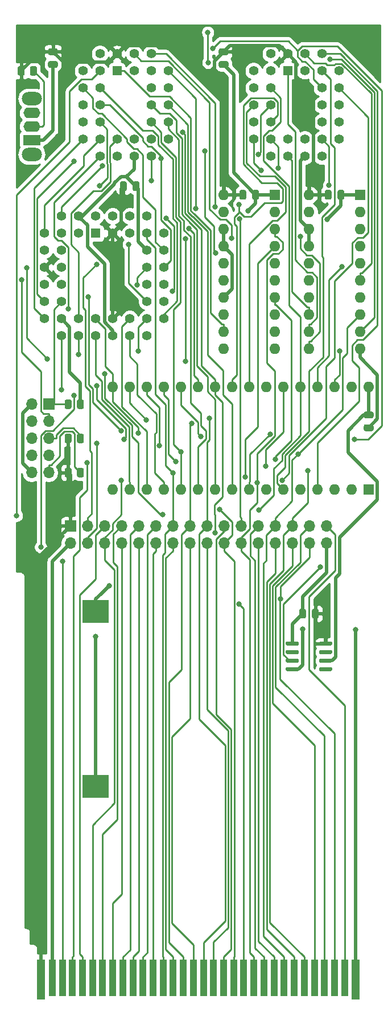
<source format=gtl>
%TF.GenerationSoftware,KiCad,Pcbnew,(5.1.10-1-10_14)*%
%TF.CreationDate,2023-03-20T05:39:49+08:00*%
%TF.ProjectId,GB_MemoryBackup_Mainboard,47425f4d-656d-46f7-9279-4261636b7570,1.3*%
%TF.SameCoordinates,Original*%
%TF.FileFunction,Copper,L1,Top*%
%TF.FilePolarity,Positive*%
%FSLAX46Y46*%
G04 Gerber Fmt 4.6, Leading zero omitted, Abs format (unit mm)*
G04 Created by KiCad (PCBNEW (5.1.10-1-10_14)) date 2023-03-20 05:39:49*
%MOMM*%
%LPD*%
G01*
G04 APERTURE LIST*
%TA.AperFunction,ComponentPad*%
%ADD10O,1.700000X1.700000*%
%TD*%
%TA.AperFunction,ComponentPad*%
%ADD11R,1.700000X1.700000*%
%TD*%
%TA.AperFunction,ComponentPad*%
%ADD12O,1.600000X1.600000*%
%TD*%
%TA.AperFunction,ComponentPad*%
%ADD13R,1.600000X1.600000*%
%TD*%
%TA.AperFunction,ComponentPad*%
%ADD14C,1.422400*%
%TD*%
%TA.AperFunction,ComponentPad*%
%ADD15R,1.422400X1.422400*%
%TD*%
%TA.AperFunction,SMDPad,CuDef*%
%ADD16R,4.000000X3.400000*%
%TD*%
%TA.AperFunction,ConnectorPad*%
%ADD17R,1.300000X6.000000*%
%TD*%
%TA.AperFunction,ConnectorPad*%
%ADD18R,1.000000X5.500000*%
%TD*%
%TA.AperFunction,ComponentPad*%
%ADD19O,3.000000X2.000000*%
%TD*%
%TA.AperFunction,ComponentPad*%
%ADD20O,2.500000X1.600000*%
%TD*%
%TA.AperFunction,ComponentPad*%
%ADD21R,2.500000X1.600000*%
%TD*%
%TA.AperFunction,ViaPad*%
%ADD22C,0.800000*%
%TD*%
%TA.AperFunction,Conductor*%
%ADD23C,0.500000*%
%TD*%
%TA.AperFunction,Conductor*%
%ADD24C,0.250000*%
%TD*%
%TA.AperFunction,Conductor*%
%ADD25C,0.254000*%
%TD*%
%TA.AperFunction,Conductor*%
%ADD26C,0.100000*%
%TD*%
G04 APERTURE END LIST*
D10*
%TO.P,J4,32*%
%TO.N,GND*%
X108650000Y-86660000D03*
%TO.P,J4,31*%
%TO.N,/AAudioIn*%
X108650000Y-84120000D03*
%TO.P,J4,30*%
%TO.N,/~ARST*%
X106110000Y-86660000D03*
%TO.P,J4,29*%
%TO.N,/AD7*%
X106110000Y-84120000D03*
%TO.P,J4,28*%
%TO.N,/AD6*%
X103570000Y-86660000D03*
%TO.P,J4,27*%
%TO.N,/AD5*%
X103570000Y-84120000D03*
%TO.P,J4,26*%
%TO.N,/AD4*%
X101030000Y-86660000D03*
%TO.P,J4,25*%
%TO.N,/AD3*%
X101030000Y-84120000D03*
%TO.P,J4,24*%
%TO.N,/AD2*%
X98490000Y-86660000D03*
%TO.P,J4,23*%
%TO.N,/AD1*%
X98490000Y-84120000D03*
%TO.P,J4,22*%
%TO.N,/AD0*%
X95950000Y-86660000D03*
%TO.P,J4,21*%
%TO.N,/AA15_T*%
X95950000Y-84120000D03*
%TO.P,J4,20*%
%TO.N,/AA14*%
X93410000Y-86660000D03*
%TO.P,J4,19*%
%TO.N,/AA13*%
X93410000Y-84120000D03*
%TO.P,J4,18*%
%TO.N,/AA12*%
X90870000Y-86660000D03*
%TO.P,J4,17*%
%TO.N,/AA11*%
X90870000Y-84120000D03*
%TO.P,J4,16*%
%TO.N,/AA10*%
X88330000Y-86660000D03*
%TO.P,J4,15*%
%TO.N,/AA9*%
X88330000Y-84120000D03*
%TO.P,J4,14*%
%TO.N,/AA8*%
X85790000Y-86660000D03*
%TO.P,J4,13*%
%TO.N,/AA7*%
X85790000Y-84120000D03*
%TO.P,J4,12*%
%TO.N,/AA6*%
X83250000Y-86660000D03*
%TO.P,J4,11*%
%TO.N,/AA5*%
X83250000Y-84120000D03*
%TO.P,J4,10*%
%TO.N,/AA4*%
X80710000Y-86660000D03*
%TO.P,J4,9*%
%TO.N,/AA3*%
X80710000Y-84120000D03*
%TO.P,J4,8*%
%TO.N,/AA2*%
X78170000Y-86660000D03*
%TO.P,J4,7*%
%TO.N,/AA1*%
X78170000Y-84120000D03*
%TO.P,J4,6*%
%TO.N,/AA0*%
X75630000Y-86660000D03*
%TO.P,J4,5*%
%TO.N,/~ASRAM_CS*%
X75630000Y-84120000D03*
%TO.P,J4,4*%
%TO.N,/~ARD_T*%
X73090000Y-86660000D03*
%TO.P,J4,3*%
%TO.N,/~AWR_T*%
X73090000Y-84120000D03*
%TO.P,J4,2*%
%TO.N,/ACLK*%
X70550000Y-86660000D03*
D11*
%TO.P,J4,1*%
%TO.N,+5V*%
X70550000Y-84120000D03*
%TD*%
D12*
%TO.P,U7,20*%
%TO.N,+5V*%
X93345000Y-34925000D03*
%TO.P,U7,10*%
%TO.N,GND*%
X100965000Y-57785000D03*
%TO.P,U7,19*%
%TO.N,N/C*%
X93345000Y-37465000D03*
%TO.P,U7,9*%
%TO.N,/F040_A17*%
X100965000Y-55245000D03*
%TO.P,U7,18*%
%TO.N,GND*%
X93345000Y-40005000D03*
%TO.P,U7,8*%
%TO.N,/AD3*%
X100965000Y-52705000D03*
%TO.P,U7,17*%
%TO.N,GND*%
X93345000Y-42545000D03*
%TO.P,U7,7*%
%TO.N,/AD2*%
X100965000Y-50165000D03*
%TO.P,U7,16*%
%TO.N,N/C*%
X93345000Y-45085000D03*
%TO.P,U7,6*%
%TO.N,/F040_A16*%
X100965000Y-47625000D03*
%TO.P,U7,15*%
%TO.N,N/C*%
X93345000Y-47625000D03*
%TO.P,U7,5*%
%TO.N,/F040_A15*%
X100965000Y-45085000D03*
%TO.P,U7,14*%
%TO.N,GND*%
X93345000Y-50165000D03*
%TO.P,U7,4*%
%TO.N,/AD1*%
X100965000Y-42545000D03*
%TO.P,U7,13*%
%TO.N,/AD4*%
X93345000Y-52705000D03*
%TO.P,U7,3*%
%TO.N,/AD0*%
X100965000Y-40005000D03*
%TO.P,U7,12*%
%TO.N,/F040_A18*%
X93345000Y-55245000D03*
%TO.P,U7,2*%
%TO.N,/F040_A14*%
X100965000Y-37465000D03*
%TO.P,U7,11*%
%TO.N,/HC373_040_LE*%
X93345000Y-57785000D03*
D13*
%TO.P,U7,1*%
%TO.N,GND*%
X100965000Y-34925000D03*
%TD*%
D12*
%TO.P,U6,20*%
%TO.N,+5V*%
X106045000Y-34925000D03*
%TO.P,U6,10*%
%TO.N,GND*%
X113665000Y-57785000D03*
%TO.P,U6,19*%
%TO.N,N/C*%
X106045000Y-37465000D03*
%TO.P,U6,9*%
%TO.N,/F010_A17*%
X113665000Y-55245000D03*
%TO.P,U6,18*%
%TO.N,GND*%
X106045000Y-40005000D03*
%TO.P,U6,8*%
%TO.N,/AD3*%
X113665000Y-52705000D03*
%TO.P,U6,17*%
%TO.N,GND*%
X106045000Y-42545000D03*
%TO.P,U6,7*%
%TO.N,/AD2*%
X113665000Y-50165000D03*
%TO.P,U6,16*%
%TO.N,N/C*%
X106045000Y-45085000D03*
%TO.P,U6,6*%
%TO.N,/F010_A16*%
X113665000Y-47625000D03*
%TO.P,U6,15*%
%TO.N,N/C*%
X106045000Y-47625000D03*
%TO.P,U6,5*%
%TO.N,/F010_A15*%
X113665000Y-45085000D03*
%TO.P,U6,14*%
%TO.N,GND*%
X106045000Y-50165000D03*
%TO.P,U6,4*%
%TO.N,/AD1*%
X113665000Y-42545000D03*
%TO.P,U6,13*%
%TO.N,/AD4*%
X106045000Y-52705000D03*
%TO.P,U6,3*%
%TO.N,/AD0*%
X113665000Y-40005000D03*
%TO.P,U6,12*%
%TO.N,/F010_A18*%
X106045000Y-55245000D03*
%TO.P,U6,2*%
%TO.N,/F010_A14*%
X113665000Y-37465000D03*
%TO.P,U6,11*%
%TO.N,/HC373_010_LE*%
X106045000Y-57785000D03*
D13*
%TO.P,U6,1*%
%TO.N,GND*%
X113665000Y-34925000D03*
%TD*%
%TO.P,U5,8*%
%TO.N,+5V*%
%TA.AperFunction,SMDPad,CuDef*%
G36*
G01*
X107545000Y-101750000D02*
X107545000Y-101450000D01*
G75*
G02*
X107695000Y-101300000I150000J0D01*
G01*
X109345000Y-101300000D01*
G75*
G02*
X109495000Y-101450000I0J-150000D01*
G01*
X109495000Y-101750000D01*
G75*
G02*
X109345000Y-101900000I-150000J0D01*
G01*
X107695000Y-101900000D01*
G75*
G02*
X107545000Y-101750000I0J150000D01*
G01*
G37*
%TD.AperFunction*%
%TO.P,U5,7*%
%TO.N,N/C*%
%TA.AperFunction,SMDPad,CuDef*%
G36*
G01*
X107545000Y-103020000D02*
X107545000Y-102720000D01*
G75*
G02*
X107695000Y-102570000I150000J0D01*
G01*
X109345000Y-102570000D01*
G75*
G02*
X109495000Y-102720000I0J-150000D01*
G01*
X109495000Y-103020000D01*
G75*
G02*
X109345000Y-103170000I-150000J0D01*
G01*
X107695000Y-103170000D01*
G75*
G02*
X107545000Y-103020000I0J150000D01*
G01*
G37*
%TD.AperFunction*%
%TO.P,U5,6*%
%TO.N,VMEM*%
%TA.AperFunction,SMDPad,CuDef*%
G36*
G01*
X107545000Y-104290000D02*
X107545000Y-103990000D01*
G75*
G02*
X107695000Y-103840000I150000J0D01*
G01*
X109345000Y-103840000D01*
G75*
G02*
X109495000Y-103990000I0J-150000D01*
G01*
X109495000Y-104290000D01*
G75*
G02*
X109345000Y-104440000I-150000J0D01*
G01*
X107695000Y-104440000D01*
G75*
G02*
X107545000Y-104290000I0J150000D01*
G01*
G37*
%TD.AperFunction*%
%TO.P,U5,5*%
%TO.N,N/C*%
%TA.AperFunction,SMDPad,CuDef*%
G36*
G01*
X107545000Y-105560000D02*
X107545000Y-105260000D01*
G75*
G02*
X107695000Y-105110000I150000J0D01*
G01*
X109345000Y-105110000D01*
G75*
G02*
X109495000Y-105260000I0J-150000D01*
G01*
X109495000Y-105560000D01*
G75*
G02*
X109345000Y-105710000I-150000J0D01*
G01*
X107695000Y-105710000D01*
G75*
G02*
X107545000Y-105560000I0J150000D01*
G01*
G37*
%TD.AperFunction*%
%TO.P,U5,4*%
%TO.N,Net-(BT1-Pad1)*%
%TA.AperFunction,SMDPad,CuDef*%
G36*
G01*
X102595000Y-105560000D02*
X102595000Y-105260000D01*
G75*
G02*
X102745000Y-105110000I150000J0D01*
G01*
X104395000Y-105110000D01*
G75*
G02*
X104545000Y-105260000I0J-150000D01*
G01*
X104545000Y-105560000D01*
G75*
G02*
X104395000Y-105710000I-150000J0D01*
G01*
X102745000Y-105710000D01*
G75*
G02*
X102595000Y-105560000I0J150000D01*
G01*
G37*
%TD.AperFunction*%
%TO.P,U5,3*%
%TO.N,/RAM_CE2*%
%TA.AperFunction,SMDPad,CuDef*%
G36*
G01*
X102595000Y-104290000D02*
X102595000Y-103990000D01*
G75*
G02*
X102745000Y-103840000I150000J0D01*
G01*
X104395000Y-103840000D01*
G75*
G02*
X104545000Y-103990000I0J-150000D01*
G01*
X104545000Y-104290000D01*
G75*
G02*
X104395000Y-104440000I-150000J0D01*
G01*
X102745000Y-104440000D01*
G75*
G02*
X102595000Y-104290000I0J150000D01*
G01*
G37*
%TD.AperFunction*%
%TO.P,U5,2*%
%TO.N,N/C*%
%TA.AperFunction,SMDPad,CuDef*%
G36*
G01*
X102595000Y-103020000D02*
X102595000Y-102720000D01*
G75*
G02*
X102745000Y-102570000I150000J0D01*
G01*
X104395000Y-102570000D01*
G75*
G02*
X104545000Y-102720000I0J-150000D01*
G01*
X104545000Y-103020000D01*
G75*
G02*
X104395000Y-103170000I-150000J0D01*
G01*
X102745000Y-103170000D01*
G75*
G02*
X102595000Y-103020000I0J150000D01*
G01*
G37*
%TD.AperFunction*%
%TO.P,U5,1*%
%TO.N,GND*%
%TA.AperFunction,SMDPad,CuDef*%
G36*
G01*
X102595000Y-101750000D02*
X102595000Y-101450000D01*
G75*
G02*
X102745000Y-101300000I150000J0D01*
G01*
X104395000Y-101300000D01*
G75*
G02*
X104545000Y-101450000I0J-150000D01*
G01*
X104545000Y-101750000D01*
G75*
G02*
X104395000Y-101900000I-150000J0D01*
G01*
X102745000Y-101900000D01*
G75*
G02*
X102595000Y-101750000I0J150000D01*
G01*
G37*
%TD.AperFunction*%
%TD*%
D12*
%TO.P,U4,32*%
%TO.N,VMEM*%
X114935000Y-63500000D03*
%TO.P,U4,16*%
%TO.N,GND*%
X76835000Y-78740000D03*
%TO.P,U4,31*%
%TO.N,/RAM_A15*%
X112395000Y-63500000D03*
%TO.P,U4,15*%
%TO.N,/AD2*%
X79375000Y-78740000D03*
%TO.P,U4,30*%
%TO.N,/RAM_CE2*%
X109855000Y-63500000D03*
%TO.P,U4,14*%
%TO.N,/AD1*%
X81915000Y-78740000D03*
%TO.P,U4,29*%
%TO.N,/~AWR*%
X107315000Y-63500000D03*
%TO.P,U4,13*%
%TO.N,/AD0*%
X84455000Y-78740000D03*
%TO.P,U4,28*%
%TO.N,/AA13*%
X104775000Y-63500000D03*
%TO.P,U4,12*%
%TO.N,/AA0*%
X86995000Y-78740000D03*
%TO.P,U4,27*%
%TO.N,/AA8*%
X102235000Y-63500000D03*
%TO.P,U4,11*%
%TO.N,/AA1*%
X89535000Y-78740000D03*
%TO.P,U4,26*%
%TO.N,/AA9*%
X99695000Y-63500000D03*
%TO.P,U4,10*%
%TO.N,/AA2*%
X92075000Y-78740000D03*
%TO.P,U4,25*%
%TO.N,/AA11*%
X97155000Y-63500000D03*
%TO.P,U4,9*%
%TO.N,/AA3*%
X94615000Y-78740000D03*
%TO.P,U4,24*%
%TO.N,/~ARD*%
X94615000Y-63500000D03*
%TO.P,U4,8*%
%TO.N,/AA4*%
X97155000Y-78740000D03*
%TO.P,U4,23*%
%TO.N,/AA10*%
X92075000Y-63500000D03*
%TO.P,U4,7*%
%TO.N,/AA5*%
X99695000Y-78740000D03*
%TO.P,U4,22*%
%TO.N,/~RAM_CE*%
X89535000Y-63500000D03*
%TO.P,U4,6*%
%TO.N,/AA6*%
X102235000Y-78740000D03*
%TO.P,U4,21*%
%TO.N,/AD7*%
X86995000Y-63500000D03*
%TO.P,U4,5*%
%TO.N,/AA7*%
X104775000Y-78740000D03*
%TO.P,U4,20*%
%TO.N,/AD6*%
X84455000Y-63500000D03*
%TO.P,U4,4*%
%TO.N,/AA12*%
X107315000Y-78740000D03*
%TO.P,U4,19*%
%TO.N,/AD5*%
X81915000Y-63500000D03*
%TO.P,U4,3*%
%TO.N,/RAM_A14*%
X109855000Y-78740000D03*
%TO.P,U4,18*%
%TO.N,/AD4*%
X79375000Y-63500000D03*
%TO.P,U4,2*%
%TO.N,/RAM_A16*%
X112395000Y-78740000D03*
%TO.P,U4,17*%
%TO.N,/AD3*%
X76835000Y-63500000D03*
D13*
%TO.P,U4,1*%
%TO.N,N/C*%
X114935000Y-78740000D03*
%TD*%
D14*
%TO.P,U3,39*%
%TO.N,/~F_CE_040*%
X66675000Y-40640000D03*
%TO.P,U3,37*%
%TO.N,/RAM_A14*%
X66675000Y-43180000D03*
%TO.P,U3,35*%
%TO.N,+5V*%
X66675000Y-45720000D03*
%TO.P,U3,33*%
%TO.N,/HC373_040_LE*%
X66675000Y-48260000D03*
%TO.P,U3,31*%
%TO.N,/HC373_010_LE*%
X66675000Y-50800000D03*
%TO.P,U3,40*%
%TO.N,/~F_CE_010*%
X69215000Y-38100000D03*
%TO.P,U3,38*%
%TO.N,/TDO*%
X69215000Y-43180000D03*
%TO.P,U3,36*%
%TO.N,/RAM_A15*%
X69215000Y-45720000D03*
%TO.P,U3,34*%
%TO.N,/RAM_A16*%
X69215000Y-48260000D03*
%TO.P,U3,32*%
%TO.N,/TCK*%
X69215000Y-50800000D03*
%TO.P,U3,30*%
%TO.N,GND*%
X69215000Y-53340000D03*
%TO.P,U3,28*%
%TO.N,/AD6*%
X69215000Y-55880000D03*
%TO.P,U3,26*%
%TO.N,/AD4*%
X71755000Y-55880000D03*
%TO.P,U3,24*%
%TO.N,/AD2*%
X74295000Y-55880000D03*
%TO.P,U3,22*%
%TO.N,GND*%
X76835000Y-55880000D03*
%TO.P,U3,20*%
%TO.N,/AD0*%
X79375000Y-55880000D03*
%TO.P,U3,18*%
%TO.N,/AA14*%
X81915000Y-55880000D03*
%TO.P,U3,29*%
%TO.N,/AD7*%
X66675000Y-53340000D03*
%TO.P,U3,27*%
%TO.N,/AD5*%
X71755000Y-53340000D03*
%TO.P,U3,25*%
%TO.N,/AD3*%
X74295000Y-53340000D03*
%TO.P,U3,23*%
%TO.N,+5V*%
X76835000Y-53340000D03*
%TO.P,U3,21*%
%TO.N,/AD1*%
X79375000Y-53340000D03*
%TO.P,U3,19*%
%TO.N,/AA15*%
X81915000Y-53340000D03*
%TO.P,U3,17*%
%TO.N,/AA13*%
X84455000Y-53340000D03*
%TO.P,U3,15*%
%TO.N,+5V*%
X84455000Y-50800000D03*
%TO.P,U3,13*%
%TO.N,/TMS*%
X84455000Y-48260000D03*
%TO.P,U3,11*%
%TO.N,/AA9*%
X84455000Y-45720000D03*
%TO.P,U3,9*%
%TO.N,/AA8*%
X84455000Y-43180000D03*
%TO.P,U3,7*%
%TO.N,/TDI*%
X84455000Y-40640000D03*
%TO.P,U3,16*%
%TO.N,/AA12*%
X81915000Y-50800000D03*
%TO.P,U3,14*%
%TO.N,/AA11*%
X81915000Y-48260000D03*
%TO.P,U3,12*%
%TO.N,/AA10*%
X81915000Y-45720000D03*
%TO.P,U3,10*%
%TO.N,GND*%
X81915000Y-43180000D03*
%TO.P,U3,8*%
%TO.N,/AA7*%
X81915000Y-40640000D03*
%TO.P,U3,42*%
%TO.N,GND*%
X71755000Y-38100000D03*
%TO.P,U3,44*%
%TO.N,/~ARST*%
X74295000Y-38100000D03*
%TO.P,U3,6*%
%TO.N,/~ARD_T*%
X81915000Y-38100000D03*
%TO.P,U3,4*%
%TO.N,/AA15_T*%
X79375000Y-38100000D03*
%TO.P,U3,2*%
%TO.N,/~ARD*%
X76835000Y-38100000D03*
%TO.P,U3,41*%
%TO.N,/~RAM_CE*%
X69215000Y-40640000D03*
%TO.P,U3,43*%
%TO.N,/~SW_1*%
X71755000Y-40640000D03*
%TO.P,U3,5*%
%TO.N,/~AWR_T*%
X79375000Y-40640000D03*
%TO.P,U3,3*%
%TO.N,+5V*%
X76835000Y-40640000D03*
D15*
%TO.P,U3,1*%
%TO.N,/~AWR*%
X74295000Y-40640000D03*
%TD*%
D14*
%TO.P,U2,29*%
%TO.N,/F040_A14*%
X72390000Y-16510000D03*
%TO.P,U2,27*%
%TO.N,/AA8*%
X72390000Y-19050000D03*
%TO.P,U2,25*%
%TO.N,/AA11*%
X72390000Y-21590000D03*
%TO.P,U2,23*%
%TO.N,/AA10*%
X72390000Y-24130000D03*
%TO.P,U2,28*%
%TO.N,/AA13*%
X74930000Y-19050000D03*
%TO.P,U2,26*%
%TO.N,/AA9*%
X74930000Y-21590000D03*
%TO.P,U2,24*%
%TO.N,/~ARD*%
X74930000Y-24130000D03*
%TO.P,U2,22*%
%TO.N,/~F_CE_040*%
X74930000Y-26670000D03*
%TO.P,U2,20*%
%TO.N,/AD6*%
X74930000Y-29210000D03*
%TO.P,U2,18*%
%TO.N,/AD4*%
X77470000Y-29210000D03*
%TO.P,U2,16*%
%TO.N,GND*%
X80010000Y-29210000D03*
%TO.P,U2,14*%
%TO.N,/AD1*%
X82550000Y-29210000D03*
%TO.P,U2,21*%
%TO.N,/AD7*%
X72390000Y-26670000D03*
%TO.P,U2,19*%
%TO.N,/AD5*%
X77470000Y-26670000D03*
%TO.P,U2,17*%
%TO.N,/AD3*%
X80010000Y-26670000D03*
%TO.P,U2,15*%
%TO.N,/AD2*%
X82550000Y-26670000D03*
%TO.P,U2,13*%
%TO.N,/AD0*%
X85090000Y-26670000D03*
%TO.P,U2,11*%
%TO.N,/AA1*%
X85090000Y-24130000D03*
%TO.P,U2,9*%
%TO.N,/AA3*%
X85090000Y-21590000D03*
%TO.P,U2,7*%
%TO.N,/AA5*%
X85090000Y-19050000D03*
%TO.P,U2,5*%
%TO.N,/AA7*%
X85090000Y-16510000D03*
%TO.P,U2,12*%
%TO.N,/AA0*%
X82550000Y-24130000D03*
%TO.P,U2,10*%
%TO.N,/AA2*%
X82550000Y-21590000D03*
%TO.P,U2,8*%
%TO.N,/AA4*%
X82550000Y-19050000D03*
%TO.P,U2,6*%
%TO.N,/AA6*%
X82550000Y-16510000D03*
%TO.P,U2,30*%
%TO.N,/F040_A17*%
X74930000Y-13970000D03*
%TO.P,U2,32*%
%TO.N,+5V*%
X77470000Y-13970000D03*
%TO.P,U2,4*%
%TO.N,/AA12*%
X82550000Y-13970000D03*
%TO.P,U2,2*%
%TO.N,/F040_A16*%
X80010000Y-13970000D03*
%TO.P,U2,31*%
%TO.N,/~AWR*%
X74930000Y-16510000D03*
%TO.P,U2,3*%
%TO.N,/F040_A15*%
X80010000Y-16510000D03*
D15*
%TO.P,U2,1*%
%TO.N,/F040_A18*%
X77470000Y-16510000D03*
%TD*%
D14*
%TO.P,U1,29*%
%TO.N,/F010_A14*%
X97790000Y-16510000D03*
%TO.P,U1,27*%
%TO.N,/AA8*%
X97790000Y-19050000D03*
%TO.P,U1,25*%
%TO.N,/AA11*%
X97790000Y-21590000D03*
%TO.P,U1,23*%
%TO.N,/AA10*%
X97790000Y-24130000D03*
%TO.P,U1,28*%
%TO.N,/AA13*%
X100330000Y-19050000D03*
%TO.P,U1,26*%
%TO.N,/AA9*%
X100330000Y-21590000D03*
%TO.P,U1,24*%
%TO.N,/~ARD*%
X100330000Y-24130000D03*
%TO.P,U1,22*%
%TO.N,/~F_CE_010*%
X100330000Y-26670000D03*
%TO.P,U1,20*%
%TO.N,/AD6*%
X100330000Y-29210000D03*
%TO.P,U1,18*%
%TO.N,/AD4*%
X102870000Y-29210000D03*
%TO.P,U1,16*%
%TO.N,GND*%
X105410000Y-29210000D03*
%TO.P,U1,14*%
%TO.N,/AD1*%
X107950000Y-29210000D03*
%TO.P,U1,21*%
%TO.N,/AD7*%
X97790000Y-26670000D03*
%TO.P,U1,19*%
%TO.N,/AD5*%
X102870000Y-26670000D03*
%TO.P,U1,17*%
%TO.N,/AD3*%
X105410000Y-26670000D03*
%TO.P,U1,15*%
%TO.N,/AD2*%
X107950000Y-26670000D03*
%TO.P,U1,13*%
%TO.N,/AD0*%
X110490000Y-26670000D03*
%TO.P,U1,11*%
%TO.N,/AA1*%
X110490000Y-24130000D03*
%TO.P,U1,9*%
%TO.N,/AA3*%
X110490000Y-21590000D03*
%TO.P,U1,7*%
%TO.N,/AA5*%
X110490000Y-19050000D03*
%TO.P,U1,5*%
%TO.N,/AA7*%
X110490000Y-16510000D03*
%TO.P,U1,12*%
%TO.N,/AA0*%
X107950000Y-24130000D03*
%TO.P,U1,10*%
%TO.N,/AA2*%
X107950000Y-21590000D03*
%TO.P,U1,8*%
%TO.N,/AA4*%
X107950000Y-19050000D03*
%TO.P,U1,6*%
%TO.N,/AA6*%
X107950000Y-16510000D03*
%TO.P,U1,30*%
%TO.N,/F010_A17*%
X100330000Y-13970000D03*
%TO.P,U1,32*%
%TO.N,+5V*%
X102870000Y-13970000D03*
%TO.P,U1,4*%
%TO.N,/AA12*%
X107950000Y-13970000D03*
%TO.P,U1,2*%
%TO.N,/F010_A16*%
X105410000Y-13970000D03*
%TO.P,U1,31*%
%TO.N,/~AWR*%
X100330000Y-16510000D03*
%TO.P,U1,3*%
%TO.N,/F010_A15*%
X105410000Y-16510000D03*
D15*
%TO.P,U1,1*%
%TO.N,/F010_A18*%
X102870000Y-16510000D03*
%TD*%
%TO.P,C7,2*%
%TO.N,+5V*%
%TA.AperFunction,SMDPad,CuDef*%
G36*
G01*
X96705000Y-34450000D02*
X96705000Y-35400000D01*
G75*
G02*
X96455000Y-35650000I-250000J0D01*
G01*
X95955000Y-35650000D01*
G75*
G02*
X95705000Y-35400000I0J250000D01*
G01*
X95705000Y-34450000D01*
G75*
G02*
X95955000Y-34200000I250000J0D01*
G01*
X96455000Y-34200000D01*
G75*
G02*
X96705000Y-34450000I0J-250000D01*
G01*
G37*
%TD.AperFunction*%
%TO.P,C7,1*%
%TO.N,GND*%
%TA.AperFunction,SMDPad,CuDef*%
G36*
G01*
X98605000Y-34450000D02*
X98605000Y-35400000D01*
G75*
G02*
X98355000Y-35650000I-250000J0D01*
G01*
X97855000Y-35650000D01*
G75*
G02*
X97605000Y-35400000I0J250000D01*
G01*
X97605000Y-34450000D01*
G75*
G02*
X97855000Y-34200000I250000J0D01*
G01*
X98355000Y-34200000D01*
G75*
G02*
X98605000Y-34450000I0J-250000D01*
G01*
G37*
%TD.AperFunction*%
%TD*%
%TO.P,C6,2*%
%TO.N,+5V*%
%TA.AperFunction,SMDPad,CuDef*%
G36*
G01*
X109405000Y-34450000D02*
X109405000Y-35400000D01*
G75*
G02*
X109155000Y-35650000I-250000J0D01*
G01*
X108655000Y-35650000D01*
G75*
G02*
X108405000Y-35400000I0J250000D01*
G01*
X108405000Y-34450000D01*
G75*
G02*
X108655000Y-34200000I250000J0D01*
G01*
X109155000Y-34200000D01*
G75*
G02*
X109405000Y-34450000I0J-250000D01*
G01*
G37*
%TD.AperFunction*%
%TO.P,C6,1*%
%TO.N,GND*%
%TA.AperFunction,SMDPad,CuDef*%
G36*
G01*
X111305000Y-34450000D02*
X111305000Y-35400000D01*
G75*
G02*
X111055000Y-35650000I-250000J0D01*
G01*
X110555000Y-35650000D01*
G75*
G02*
X110305000Y-35400000I0J250000D01*
G01*
X110305000Y-34450000D01*
G75*
G02*
X110555000Y-34200000I250000J0D01*
G01*
X111055000Y-34200000D01*
G75*
G02*
X111305000Y-34450000I0J-250000D01*
G01*
G37*
%TD.AperFunction*%
%TD*%
%TO.P,C5,2*%
%TO.N,+5V*%
%TA.AperFunction,SMDPad,CuDef*%
G36*
G01*
X106495000Y-97630000D02*
X106495000Y-96680000D01*
G75*
G02*
X106745000Y-96430000I250000J0D01*
G01*
X107245000Y-96430000D01*
G75*
G02*
X107495000Y-96680000I0J-250000D01*
G01*
X107495000Y-97630000D01*
G75*
G02*
X107245000Y-97880000I-250000J0D01*
G01*
X106745000Y-97880000D01*
G75*
G02*
X106495000Y-97630000I0J250000D01*
G01*
G37*
%TD.AperFunction*%
%TO.P,C5,1*%
%TO.N,GND*%
%TA.AperFunction,SMDPad,CuDef*%
G36*
G01*
X104595000Y-97630000D02*
X104595000Y-96680000D01*
G75*
G02*
X104845000Y-96430000I250000J0D01*
G01*
X105345000Y-96430000D01*
G75*
G02*
X105595000Y-96680000I0J-250000D01*
G01*
X105595000Y-97630000D01*
G75*
G02*
X105345000Y-97880000I-250000J0D01*
G01*
X104845000Y-97880000D01*
G75*
G02*
X104595000Y-97630000I0J250000D01*
G01*
G37*
%TD.AperFunction*%
%TD*%
%TO.P,C4,2*%
%TO.N,VMEM*%
%TA.AperFunction,SMDPad,CuDef*%
G36*
G01*
X115410000Y-68130000D02*
X114460000Y-68130000D01*
G75*
G02*
X114210000Y-67880000I0J250000D01*
G01*
X114210000Y-67380000D01*
G75*
G02*
X114460000Y-67130000I250000J0D01*
G01*
X115410000Y-67130000D01*
G75*
G02*
X115660000Y-67380000I0J-250000D01*
G01*
X115660000Y-67880000D01*
G75*
G02*
X115410000Y-68130000I-250000J0D01*
G01*
G37*
%TD.AperFunction*%
%TO.P,C4,1*%
%TO.N,GND*%
%TA.AperFunction,SMDPad,CuDef*%
G36*
G01*
X115410000Y-70030000D02*
X114460000Y-70030000D01*
G75*
G02*
X114210000Y-69780000I0J250000D01*
G01*
X114210000Y-69280000D01*
G75*
G02*
X114460000Y-69030000I250000J0D01*
G01*
X115410000Y-69030000D01*
G75*
G02*
X115660000Y-69280000I0J-250000D01*
G01*
X115660000Y-69780000D01*
G75*
G02*
X115410000Y-70030000I-250000J0D01*
G01*
G37*
%TD.AperFunction*%
%TD*%
D16*
%TO.P,BT1,2*%
%TO.N,GND*%
X74295000Y-96855000D03*
%TO.P,BT1,1*%
%TO.N,Net-(BT1-Pad1)*%
X74295000Y-122855000D03*
%TD*%
D17*
%TO.P,J1,32*%
%TO.N,GND*%
X113000000Y-151500000D03*
D18*
%TO.P,J1,31*%
%TO.N,/AAudioIn*%
X111350000Y-151250000D03*
%TO.P,J1,30*%
%TO.N,/~ARST*%
X109850000Y-151250000D03*
%TO.P,J1,29*%
%TO.N,/AD7*%
X108350000Y-151250000D03*
%TO.P,J1,28*%
%TO.N,/AD6*%
X106850000Y-151250000D03*
%TO.P,J1,27*%
%TO.N,/AD5*%
X105350000Y-151250000D03*
%TO.P,J1,26*%
%TO.N,/AD4*%
X103850000Y-151250000D03*
%TO.P,J1,25*%
%TO.N,/AD3*%
X102350000Y-151250000D03*
%TO.P,J1,24*%
%TO.N,/AD2*%
X100850000Y-151250000D03*
%TO.P,J1,23*%
%TO.N,/AD1*%
X99350000Y-151250000D03*
%TO.P,J1,22*%
%TO.N,/AD0*%
X97850000Y-151250000D03*
%TO.P,J1,21*%
%TO.N,/AA15*%
X96350000Y-151250000D03*
%TO.P,J1,20*%
%TO.N,/AA14*%
X94850000Y-151250000D03*
%TO.P,J1,19*%
%TO.N,/AA13*%
X93350000Y-151250000D03*
%TO.P,J1,18*%
%TO.N,/AA12*%
X91850000Y-151250000D03*
%TO.P,J1,17*%
%TO.N,/AA11*%
X90350000Y-151250000D03*
%TO.P,J1,16*%
%TO.N,/AA10*%
X88850000Y-151250000D03*
%TO.P,J1,15*%
%TO.N,/AA9*%
X87350000Y-151250000D03*
%TO.P,J1,14*%
%TO.N,/AA8*%
X85850000Y-151250000D03*
%TO.P,J1,13*%
%TO.N,/AA7*%
X84350000Y-151250000D03*
%TO.P,J1,12*%
%TO.N,/AA6*%
X82850000Y-151250000D03*
%TO.P,J1,11*%
%TO.N,/AA5*%
X81350000Y-151250000D03*
%TO.P,J1,10*%
%TO.N,/AA4*%
X79850000Y-151250000D03*
%TO.P,J1,9*%
%TO.N,/AA3*%
X78350000Y-151250000D03*
%TO.P,J1,8*%
%TO.N,/AA2*%
X76850000Y-151250000D03*
%TO.P,J1,7*%
%TO.N,/AA1*%
X75350000Y-151250000D03*
%TO.P,J1,6*%
%TO.N,/AA0*%
X73850000Y-151250000D03*
%TO.P,J1,5*%
%TO.N,/~ASRAM_CS*%
X72350000Y-151250000D03*
%TO.P,J1,4*%
%TO.N,/~ARD*%
X70850000Y-151250000D03*
%TO.P,J1,3*%
%TO.N,/~AWR*%
X69350000Y-151250000D03*
%TO.P,J1,2*%
%TO.N,/ACLK*%
X67850000Y-151250000D03*
D17*
%TO.P,J1,1*%
%TO.N,+5V*%
X66200000Y-151500000D03*
%TD*%
D19*
%TO.P,SW1,4*%
%TO.N,N/C*%
X64770000Y-20615000D03*
%TO.P,SW1,5*%
X64770000Y-28915000D03*
D20*
%TO.P,SW1,3*%
X64770000Y-22765000D03*
%TO.P,SW1,2*%
%TO.N,/~SW_1*%
X64770000Y-24765000D03*
D21*
%TO.P,SW1,1*%
%TO.N,GND*%
X64770000Y-26765000D03*
%TD*%
%TO.P,R13,2*%
%TO.N,/TCK*%
%TA.AperFunction,SMDPad,CuDef*%
G36*
G01*
X70720000Y-65589998D02*
X70720000Y-66490002D01*
G75*
G02*
X70470002Y-66740000I-249998J0D01*
G01*
X69944998Y-66740000D01*
G75*
G02*
X69695000Y-66490002I0J249998D01*
G01*
X69695000Y-65589998D01*
G75*
G02*
X69944998Y-65340000I249998J0D01*
G01*
X70470002Y-65340000D01*
G75*
G02*
X70720000Y-65589998I0J-249998D01*
G01*
G37*
%TD.AperFunction*%
%TO.P,R13,1*%
%TO.N,GND*%
%TA.AperFunction,SMDPad,CuDef*%
G36*
G01*
X72545000Y-65589998D02*
X72545000Y-66490002D01*
G75*
G02*
X72295002Y-66740000I-249998J0D01*
G01*
X71769998Y-66740000D01*
G75*
G02*
X71520000Y-66490002I0J249998D01*
G01*
X71520000Y-65589998D01*
G75*
G02*
X71769998Y-65340000I249998J0D01*
G01*
X72295002Y-65340000D01*
G75*
G02*
X72545000Y-65589998I0J-249998D01*
G01*
G37*
%TD.AperFunction*%
%TD*%
%TO.P,R12,2*%
%TO.N,+5V*%
%TA.AperFunction,SMDPad,CuDef*%
G36*
G01*
X70720000Y-75749998D02*
X70720000Y-76650002D01*
G75*
G02*
X70470002Y-76900000I-249998J0D01*
G01*
X69944998Y-76900000D01*
G75*
G02*
X69695000Y-76650002I0J249998D01*
G01*
X69695000Y-75749998D01*
G75*
G02*
X69944998Y-75500000I249998J0D01*
G01*
X70470002Y-75500000D01*
G75*
G02*
X70720000Y-75749998I0J-249998D01*
G01*
G37*
%TD.AperFunction*%
%TO.P,R12,1*%
%TO.N,/TDI*%
%TA.AperFunction,SMDPad,CuDef*%
G36*
G01*
X72545000Y-75749998D02*
X72545000Y-76650002D01*
G75*
G02*
X72295002Y-76900000I-249998J0D01*
G01*
X71769998Y-76900000D01*
G75*
G02*
X71520000Y-76650002I0J249998D01*
G01*
X71520000Y-75749998D01*
G75*
G02*
X71769998Y-75500000I249998J0D01*
G01*
X72295002Y-75500000D01*
G75*
G02*
X72545000Y-75749998I0J-249998D01*
G01*
G37*
%TD.AperFunction*%
%TD*%
%TO.P,R11,2*%
%TO.N,+5V*%
%TA.AperFunction,SMDPad,CuDef*%
G36*
G01*
X70720000Y-70669998D02*
X70720000Y-71570002D01*
G75*
G02*
X70470002Y-71820000I-249998J0D01*
G01*
X69944998Y-71820000D01*
G75*
G02*
X69695000Y-71570002I0J249998D01*
G01*
X69695000Y-70669998D01*
G75*
G02*
X69944998Y-70420000I249998J0D01*
G01*
X70470002Y-70420000D01*
G75*
G02*
X70720000Y-70669998I0J-249998D01*
G01*
G37*
%TD.AperFunction*%
%TO.P,R11,1*%
%TO.N,/TMS*%
%TA.AperFunction,SMDPad,CuDef*%
G36*
G01*
X72545000Y-70669998D02*
X72545000Y-71570002D01*
G75*
G02*
X72295002Y-71820000I-249998J0D01*
G01*
X71769998Y-71820000D01*
G75*
G02*
X71520000Y-71570002I0J249998D01*
G01*
X71520000Y-70669998D01*
G75*
G02*
X71769998Y-70420000I249998J0D01*
G01*
X72295002Y-70420000D01*
G75*
G02*
X72545000Y-70669998I0J-249998D01*
G01*
G37*
%TD.AperFunction*%
%TD*%
%TO.P,R1,2*%
%TO.N,/~SW_1*%
%TA.AperFunction,SMDPad,CuDef*%
G36*
G01*
X64535000Y-16960002D02*
X64535000Y-16059998D01*
G75*
G02*
X64784998Y-15810000I249998J0D01*
G01*
X65310002Y-15810000D01*
G75*
G02*
X65560000Y-16059998I0J-249998D01*
G01*
X65560000Y-16960002D01*
G75*
G02*
X65310002Y-17210000I-249998J0D01*
G01*
X64784998Y-17210000D01*
G75*
G02*
X64535000Y-16960002I0J249998D01*
G01*
G37*
%TD.AperFunction*%
%TO.P,R1,1*%
%TO.N,+5V*%
%TA.AperFunction,SMDPad,CuDef*%
G36*
G01*
X62710000Y-16960002D02*
X62710000Y-16059998D01*
G75*
G02*
X62959998Y-15810000I249998J0D01*
G01*
X63485002Y-15810000D01*
G75*
G02*
X63735000Y-16059998I0J-249998D01*
G01*
X63735000Y-16960002D01*
G75*
G02*
X63485002Y-17210000I-249998J0D01*
G01*
X62959998Y-17210000D01*
G75*
G02*
X62710000Y-16960002I0J249998D01*
G01*
G37*
%TD.AperFunction*%
%TD*%
D11*
%TO.P,J3,1*%
%TO.N,/TCK*%
X67310000Y-66040000D03*
D10*
%TO.P,J3,2*%
%TO.N,GND*%
X64770000Y-66040000D03*
%TO.P,J3,3*%
%TO.N,/TDO*%
X67310000Y-68580000D03*
%TO.P,J3,4*%
%TO.N,+5V*%
X64770000Y-68580000D03*
%TO.P,J3,5*%
%TO.N,/TMS*%
X67310000Y-71120000D03*
%TO.P,J3,6*%
%TO.N,N/C*%
X64770000Y-71120000D03*
%TO.P,J3,7*%
X67310000Y-73660000D03*
%TO.P,J3,8*%
X64770000Y-73660000D03*
%TO.P,J3,9*%
%TO.N,/TDI*%
X67310000Y-76200000D03*
%TO.P,J3,10*%
%TO.N,GND*%
X64770000Y-76200000D03*
%TD*%
%TO.P,C3,2*%
%TO.N,+5V*%
%TA.AperFunction,SMDPad,CuDef*%
G36*
G01*
X78925000Y-33180000D02*
X78925000Y-34130000D01*
G75*
G02*
X78675000Y-34380000I-250000J0D01*
G01*
X78175000Y-34380000D01*
G75*
G02*
X77925000Y-34130000I0J250000D01*
G01*
X77925000Y-33180000D01*
G75*
G02*
X78175000Y-32930000I250000J0D01*
G01*
X78675000Y-32930000D01*
G75*
G02*
X78925000Y-33180000I0J-250000D01*
G01*
G37*
%TD.AperFunction*%
%TO.P,C3,1*%
%TO.N,GND*%
%TA.AperFunction,SMDPad,CuDef*%
G36*
G01*
X80825000Y-33180000D02*
X80825000Y-34130000D01*
G75*
G02*
X80575000Y-34380000I-250000J0D01*
G01*
X80075000Y-34380000D01*
G75*
G02*
X79825000Y-34130000I0J250000D01*
G01*
X79825000Y-33180000D01*
G75*
G02*
X80075000Y-32930000I250000J0D01*
G01*
X80575000Y-32930000D01*
G75*
G02*
X80825000Y-33180000I0J-250000D01*
G01*
G37*
%TD.AperFunction*%
%TD*%
%TO.P,C2,2*%
%TO.N,+5V*%
%TA.AperFunction,SMDPad,CuDef*%
G36*
G01*
X68420000Y-14155000D02*
X67470000Y-14155000D01*
G75*
G02*
X67220000Y-13905000I0J250000D01*
G01*
X67220000Y-13405000D01*
G75*
G02*
X67470000Y-13155000I250000J0D01*
G01*
X68420000Y-13155000D01*
G75*
G02*
X68670000Y-13405000I0J-250000D01*
G01*
X68670000Y-13905000D01*
G75*
G02*
X68420000Y-14155000I-250000J0D01*
G01*
G37*
%TD.AperFunction*%
%TO.P,C2,1*%
%TO.N,GND*%
%TA.AperFunction,SMDPad,CuDef*%
G36*
G01*
X68420000Y-16055000D02*
X67470000Y-16055000D01*
G75*
G02*
X67220000Y-15805000I0J250000D01*
G01*
X67220000Y-15305000D01*
G75*
G02*
X67470000Y-15055000I250000J0D01*
G01*
X68420000Y-15055000D01*
G75*
G02*
X68670000Y-15305000I0J-250000D01*
G01*
X68670000Y-15805000D01*
G75*
G02*
X68420000Y-16055000I-250000J0D01*
G01*
G37*
%TD.AperFunction*%
%TD*%
%TO.P,C1,2*%
%TO.N,+5V*%
%TA.AperFunction,SMDPad,CuDef*%
G36*
G01*
X93820000Y-14155000D02*
X92870000Y-14155000D01*
G75*
G02*
X92620000Y-13905000I0J250000D01*
G01*
X92620000Y-13405000D01*
G75*
G02*
X92870000Y-13155000I250000J0D01*
G01*
X93820000Y-13155000D01*
G75*
G02*
X94070000Y-13405000I0J-250000D01*
G01*
X94070000Y-13905000D01*
G75*
G02*
X93820000Y-14155000I-250000J0D01*
G01*
G37*
%TD.AperFunction*%
%TO.P,C1,1*%
%TO.N,GND*%
%TA.AperFunction,SMDPad,CuDef*%
G36*
G01*
X93820000Y-16055000D02*
X92870000Y-16055000D01*
G75*
G02*
X92620000Y-15805000I0J250000D01*
G01*
X92620000Y-15305000D01*
G75*
G02*
X92870000Y-15055000I250000J0D01*
G01*
X93820000Y-15055000D01*
G75*
G02*
X94070000Y-15305000I0J-250000D01*
G01*
X94070000Y-15805000D01*
G75*
G02*
X93820000Y-16055000I-250000J0D01*
G01*
G37*
%TD.AperFunction*%
%TD*%
D22*
%TO.N,+5V*%
X107760000Y-99540000D03*
%TO.N,GND*%
X76316000Y-92973900D03*
X96979200Y-37337300D03*
X108743300Y-38570100D03*
X113000000Y-99540000D03*
%TO.N,/~ARST*%
X101814400Y-94965600D03*
%TO.N,/AD7*%
X89985100Y-70859400D03*
X98933200Y-31322600D03*
%TO.N,/AD6*%
X86252200Y-74564200D03*
X70251300Y-51882800D03*
X69215000Y-63905000D03*
%TO.N,/AD5*%
X83804600Y-72174500D03*
X105900200Y-75908400D03*
%TO.N,/AD4*%
X71755000Y-58656700D03*
X81860000Y-68360000D03*
%TO.N,/AD3*%
X80634900Y-70310400D03*
X104445800Y-73429600D03*
X92176600Y-43595400D03*
X90543600Y-28444000D03*
%TO.N,/AD2*%
X101036500Y-74181000D03*
X108987600Y-33525500D03*
%TO.N,/AD1*%
X96531600Y-76808200D03*
X82550000Y-32856500D03*
%TO.N,/AD0*%
X98337400Y-77667400D03*
%TO.N,/AA15*%
X95649800Y-95690600D03*
X66134800Y-87256400D03*
X80650000Y-58150000D03*
X71100000Y-64720000D03*
%TO.N,/AA14*%
X75659200Y-61503600D03*
X84289100Y-82419400D03*
X92745800Y-81707200D03*
%TO.N,/AA13*%
X98597900Y-81780300D03*
%TO.N,/AA12*%
X79204000Y-42278600D03*
X92104900Y-36700000D03*
%TO.N,/AA11*%
X91210000Y-68153000D03*
%TO.N,/AA10*%
X87231800Y-25625700D03*
X80465500Y-48313400D03*
X92066500Y-85172700D03*
%TO.N,/AA9*%
X98541800Y-28904100D03*
X84017900Y-29538300D03*
X88632000Y-68878000D03*
%TO.N,/AA8*%
X99627400Y-75242000D03*
%TO.N,/AA7*%
X89200300Y-36979700D03*
X85790000Y-76247000D03*
%TO.N,/AA5*%
X102024500Y-77338300D03*
%TO.N,/AA4*%
X112786300Y-71257100D03*
X100256800Y-70469100D03*
X91721200Y-13189300D03*
%TO.N,/AA0*%
X87020400Y-73141300D03*
X78115000Y-77320100D03*
%TO.N,/~ARD*%
X95630500Y-36339000D03*
X72998200Y-74755300D03*
X74854300Y-33583600D03*
%TO.N,/~AWR*%
X91070000Y-15286000D03*
X90996100Y-10789000D03*
X110996100Y-45572200D03*
X62527500Y-82577500D03*
X69350000Y-89400000D03*
%TO.N,/AA15_T*%
X95704300Y-38511100D03*
%TO.N,/~ARD_T*%
X74454800Y-71832000D03*
X85696900Y-49255000D03*
X84806800Y-38387500D03*
%TO.N,/~AWR_T*%
X74428600Y-45246000D03*
%TO.N,/TDO*%
X63272500Y-47586200D03*
%TO.N,/TDI*%
X87656100Y-41475800D03*
X87656100Y-59680300D03*
%TO.N,/~F_CE_010*%
X75308300Y-30645300D03*
X101493700Y-30995300D03*
%TO.N,/F040_A16*%
X94503000Y-41380600D03*
%TO.N,Net-(BT1-Pad1)*%
X74295000Y-100555000D03*
X105130000Y-99490000D03*
%TO.N,/F010_A17*%
X109213200Y-14821600D03*
%TO.N,/RAM_A14*%
X78491000Y-71271800D03*
X74480900Y-63285900D03*
X67126000Y-59328000D03*
X64017500Y-45794800D03*
%TO.N,/HC373_010_LE*%
X104732700Y-41113500D03*
X71106000Y-29925800D03*
%TO.N,/RAM_A16*%
X78075600Y-69962600D03*
X73202400Y-50121200D03*
%TO.N,/~RAM_CE*%
X88185800Y-39893800D03*
%TO.N,/RAM_CE2*%
X110576200Y-58119200D03*
X107750000Y-90182893D03*
%TD*%
D23*
%TO.N,+5V*%
X91374500Y-16528500D02*
X91970100Y-15932900D01*
X91970100Y-15932900D02*
X91970100Y-15029900D01*
X91970100Y-15029900D02*
X93345000Y-13655000D01*
X93345000Y-13655000D02*
X94246300Y-12753700D01*
X94246300Y-12753700D02*
X101653700Y-12753700D01*
X101653700Y-12753700D02*
X102870000Y-13970000D01*
X76835000Y-53340000D02*
X76835000Y-40640000D01*
X93345000Y-33624900D02*
X93345000Y-18499000D01*
X93345000Y-18499000D02*
X91374500Y-16528500D01*
X77470000Y-13970000D02*
X78713400Y-12726600D01*
X78713400Y-12726600D02*
X86167700Y-12726600D01*
X86167700Y-12726600D02*
X89969600Y-16528500D01*
X89969600Y-16528500D02*
X91374500Y-16528500D01*
X66200000Y-151500000D02*
X66200000Y-88470000D01*
X66200000Y-88470000D02*
X70550000Y-84120000D01*
X67945000Y-13655000D02*
X69512200Y-15222200D01*
X69512200Y-15222200D02*
X76217800Y-15222200D01*
X76217800Y-15222200D02*
X77470000Y-13970000D01*
X70207500Y-71120000D02*
X70207500Y-76200000D01*
X70550000Y-84120000D02*
X70550000Y-76542500D01*
X70550000Y-76542500D02*
X70207500Y-76200000D01*
X63222500Y-16510000D02*
X66077500Y-13655000D01*
X66077500Y-13655000D02*
X67945000Y-13655000D01*
X76835000Y-40640000D02*
X78105000Y-39370000D01*
X78105000Y-39370000D02*
X78105000Y-33975000D01*
X78105000Y-33975000D02*
X78425000Y-33655000D01*
X102870000Y-13970000D02*
X104081400Y-15181400D01*
X104081400Y-15181400D02*
X104081400Y-17707200D01*
X104081400Y-17707200D02*
X106680000Y-20305800D01*
X106680000Y-20305800D02*
X106680000Y-32989900D01*
X106680000Y-32989900D02*
X106045000Y-33624900D01*
X106045000Y-34653400D02*
X106045000Y-33624900D01*
X106045000Y-34925000D02*
X106045000Y-34653400D01*
X108905000Y-34925000D02*
X106316600Y-34925000D01*
X106316600Y-34925000D02*
X106045000Y-34653400D01*
X93345000Y-34925000D02*
X93345000Y-33624900D01*
X96205000Y-34925000D02*
X93345000Y-34925000D01*
X108520000Y-100300000D02*
X107760000Y-99540000D01*
X108520000Y-101600000D02*
X108520000Y-100300000D01*
X106995000Y-98775000D02*
X107760000Y-99540000D01*
X106995000Y-97155000D02*
X106995000Y-98775000D01*
%TO.N,GND*%
X98105000Y-34925000D02*
X98105000Y-36211500D01*
X98105000Y-36211500D02*
X96979200Y-37337300D01*
X93345000Y-42545000D02*
X93345000Y-41305100D01*
X93345000Y-50165000D02*
X94646700Y-48863300D01*
X94646700Y-48863300D02*
X94646700Y-43846700D01*
X94646700Y-43846700D02*
X93345000Y-42545000D01*
X93345000Y-40005000D02*
X93345000Y-41305100D01*
X72032100Y-38377100D02*
X71755000Y-38100000D01*
X76835000Y-55880000D02*
X76835000Y-55069900D01*
X76835000Y-55069900D02*
X75616900Y-53851800D01*
X75616900Y-53851800D02*
X75616900Y-45153900D01*
X75616900Y-45153900D02*
X73083600Y-42620600D01*
X73083600Y-42620600D02*
X73083600Y-39428600D01*
X73083600Y-39428600D02*
X72032100Y-38377100D01*
X72032100Y-38377100D02*
X77108700Y-33300500D01*
X77108700Y-33300500D02*
X77108700Y-33175900D01*
X77108700Y-33175900D02*
X78064500Y-32220100D01*
X78064500Y-32220100D02*
X78890100Y-32220100D01*
X78890100Y-32220100D02*
X80325000Y-33655000D01*
X80010000Y-29210000D02*
X80010000Y-31100200D01*
X80010000Y-31100200D02*
X78890100Y-32220100D01*
X64770000Y-76200000D02*
X63419800Y-74849800D01*
X63419800Y-74849800D02*
X63419800Y-67390200D01*
X63419800Y-67390200D02*
X64770000Y-66040000D01*
X98105000Y-34925000D02*
X99664900Y-34925000D01*
X100965000Y-34925000D02*
X99664900Y-34925000D01*
X70434200Y-54559200D02*
X69215000Y-53340000D01*
X93345000Y-15555000D02*
X94841500Y-17051500D01*
X94841500Y-17051500D02*
X94841500Y-31661500D01*
X94841500Y-31661500D02*
X98105000Y-34925000D01*
X105095000Y-97155000D02*
X103570000Y-98680000D01*
X103570000Y-98680000D02*
X103570000Y-101600000D01*
X81915000Y-43180000D02*
X80645000Y-41910000D01*
X80645000Y-41910000D02*
X80645000Y-33975000D01*
X80645000Y-33975000D02*
X80325000Y-33655000D01*
X110805000Y-34925000D02*
X112364900Y-34925000D01*
X113665000Y-34925000D02*
X112364900Y-34925000D01*
X108743300Y-38570100D02*
X110805000Y-36508400D01*
X110805000Y-36508400D02*
X110805000Y-34925000D01*
X105410000Y-29210000D02*
X104742200Y-29877800D01*
X104742200Y-29877800D02*
X104742200Y-38702200D01*
X104742200Y-38702200D02*
X106045000Y-40005000D01*
X113665000Y-57785000D02*
X113665000Y-59085100D01*
X113665000Y-59085100D02*
X116240700Y-61660800D01*
X116240700Y-61660800D02*
X116240700Y-68224300D01*
X116240700Y-68224300D02*
X114935000Y-69530000D01*
X64770000Y-26765000D02*
X66520100Y-26765000D01*
X66520100Y-26765000D02*
X67945000Y-25340100D01*
X67945000Y-25340100D02*
X67945000Y-15555000D01*
X106045000Y-42545000D02*
X106045000Y-40005000D01*
X108650000Y-86660000D02*
X108650000Y-88010100D01*
X74295000Y-96855000D02*
X74295000Y-94994900D01*
X74295000Y-94994900D02*
X75104950Y-94184950D01*
X76316000Y-92973900D02*
X75104950Y-94184950D01*
X105095000Y-97155000D02*
X105095000Y-94625000D01*
X105095000Y-94625000D02*
X108650000Y-91070000D01*
X108650000Y-88010100D02*
X108650000Y-91070000D01*
X113000000Y-99540000D02*
X113000000Y-151500000D01*
X72032500Y-62832500D02*
X70434200Y-61234200D01*
X72032500Y-66040000D02*
X72032500Y-62832500D01*
X70434200Y-61234200D02*
X70434200Y-54559200D01*
D24*
%TO.N,/AAudioIn*%
X108679115Y-84120000D02*
X108650000Y-84120000D01*
X109945001Y-90757891D02*
X109945001Y-85385886D01*
X106040010Y-94662882D02*
X109945001Y-90757891D01*
X109945001Y-85385886D02*
X108679115Y-84120000D01*
X111350000Y-110790000D02*
X106040010Y-105480010D01*
X106040010Y-105480010D02*
X106040010Y-94662882D01*
X111350000Y-151250000D02*
X111350000Y-110790000D01*
%TO.N,/~ARST*%
X101814400Y-93089600D02*
X106110000Y-88794000D01*
X106110000Y-88794000D02*
X106110000Y-86660000D01*
X109850000Y-151250000D02*
X109850000Y-114944500D01*
X109850000Y-114944500D02*
X101767000Y-106861500D01*
X101767000Y-106861500D02*
X101767000Y-95013000D01*
X101814400Y-94965600D02*
X101814400Y-93089600D01*
%TO.N,/AD7*%
X89985100Y-70859400D02*
X89524900Y-70399200D01*
X89524900Y-70399200D02*
X89524900Y-68729800D01*
X89524900Y-68729800D02*
X86995000Y-66199900D01*
X86995000Y-66199900D02*
X86995000Y-63500000D01*
X97790000Y-26670000D02*
X97790000Y-30179400D01*
X97790000Y-30179400D02*
X98933200Y-31322600D01*
X104745200Y-89505900D02*
X101089300Y-93161800D01*
X101089300Y-93161800D02*
X101089300Y-108054500D01*
X101089300Y-108054500D02*
X108349900Y-115315100D01*
X108349900Y-115315100D02*
X108349900Y-148174900D01*
X108349900Y-148174900D02*
X108350000Y-148174900D01*
X72390000Y-26670000D02*
X65114100Y-33945900D01*
X65114100Y-33945900D02*
X65114100Y-51779100D01*
X65114100Y-51779100D02*
X66675000Y-53340000D01*
X108350000Y-151250000D02*
X108350000Y-148174900D01*
X104745200Y-85484800D02*
X104745200Y-89505900D01*
X106110000Y-84120000D02*
X104745200Y-85484800D01*
%TO.N,/AD6*%
X86252200Y-74564200D02*
X85154900Y-73466900D01*
X85154900Y-73466900D02*
X85154900Y-65325000D01*
X85154900Y-65325000D02*
X84455000Y-64625100D01*
X84455000Y-63500000D02*
X84455000Y-64625100D01*
X70251300Y-51882800D02*
X70251300Y-42750600D01*
X70251300Y-42750600D02*
X69177100Y-41676400D01*
X69177100Y-41676400D02*
X68715000Y-41676400D01*
X68715000Y-41676400D02*
X68137500Y-41098900D01*
X68137500Y-41098900D02*
X68137500Y-36002500D01*
X68137500Y-36002500D02*
X74930000Y-29210000D01*
X103570000Y-86660000D02*
X103570000Y-90044500D01*
X103570000Y-90044500D02*
X100639200Y-92975300D01*
X100639200Y-92975300D02*
X100639200Y-110474300D01*
X100639200Y-110474300D02*
X106850000Y-116685100D01*
X106850000Y-116685100D02*
X106850000Y-151250000D01*
X69215000Y-63905000D02*
X69215000Y-55880000D01*
%TO.N,/AD5*%
X81915000Y-63500000D02*
X81915000Y-64632700D01*
X81915000Y-64632700D02*
X83804600Y-66522300D01*
X83804600Y-66522300D02*
X83804600Y-72174500D01*
X103570000Y-82944900D02*
X105900200Y-80614700D01*
X105900200Y-80614700D02*
X105900200Y-75908400D01*
X103570000Y-84120000D02*
X103570000Y-82944900D01*
X102248000Y-90730000D02*
X100189100Y-92788900D01*
X100189100Y-92788900D02*
X100189100Y-143014000D01*
X100189100Y-143014000D02*
X105350000Y-148174900D01*
X77470000Y-26670000D02*
X76416600Y-27723400D01*
X76416600Y-27723400D02*
X76416600Y-30091500D01*
X76416600Y-30091500D02*
X76483500Y-30158400D01*
X76483500Y-30158400D02*
X76483500Y-32979900D01*
X76483500Y-32979900D02*
X75154700Y-34308700D01*
X75154700Y-34308700D02*
X73971700Y-34308700D01*
X73971700Y-34308700D02*
X70630300Y-37650100D01*
X70630300Y-37650100D02*
X70630300Y-42341200D01*
X70630300Y-42341200D02*
X71755000Y-43465900D01*
X71755000Y-43465900D02*
X71755000Y-53340000D01*
X105350000Y-151250000D02*
X105350000Y-148174900D01*
X102248000Y-85442000D02*
X102248000Y-90730000D01*
X103570000Y-84120000D02*
X102248000Y-85442000D01*
%TO.N,/AD4*%
X71755000Y-55880000D02*
X71755000Y-58656700D01*
X101030000Y-87835100D02*
X101030000Y-91143700D01*
X101030000Y-91143700D02*
X99739000Y-92434700D01*
X99739000Y-92434700D02*
X99739000Y-144063900D01*
X99739000Y-144063900D02*
X103850000Y-148174900D01*
X106045000Y-51579900D02*
X105797300Y-51579900D01*
X105797300Y-51579900D02*
X103529000Y-49311600D01*
X103529000Y-49311600D02*
X103529000Y-29869000D01*
X103529000Y-29869000D02*
X102870000Y-29210000D01*
X101030000Y-86660000D02*
X101030000Y-87835100D01*
X103850000Y-151250000D02*
X103850000Y-148174900D01*
X106045000Y-52705000D02*
X106045000Y-51579900D01*
X79375000Y-65875000D02*
X81860000Y-68360000D01*
X79375000Y-63500000D02*
X79375000Y-65875000D01*
%TO.N,/AD3*%
X90543600Y-28444000D02*
X90543600Y-38241400D01*
X90543600Y-38241400D02*
X91869600Y-39567400D01*
X91869600Y-39567400D02*
X91869600Y-43288400D01*
X91869600Y-43288400D02*
X92176600Y-43595400D01*
X101030000Y-82944900D02*
X103538700Y-80436200D01*
X103538700Y-80436200D02*
X103538700Y-74336700D01*
X103538700Y-74336700D02*
X104445800Y-73429600D01*
X113665000Y-52705000D02*
X111684200Y-54685800D01*
X111684200Y-54685800D02*
X111684200Y-58492700D01*
X111684200Y-58492700D02*
X111026400Y-59150500D01*
X111026400Y-59150500D02*
X111026400Y-66849000D01*
X111026400Y-66849000D02*
X104445800Y-73429600D01*
X80634900Y-70310400D02*
X80634900Y-69464700D01*
X80634900Y-69464700D02*
X76835000Y-65664800D01*
X76835000Y-65664800D02*
X76835000Y-63500000D01*
X74295000Y-53340000D02*
X74295000Y-53415300D01*
X74295000Y-53415300D02*
X75709900Y-54830200D01*
X75709900Y-54830200D02*
X75709900Y-60411500D01*
X75709900Y-60411500D02*
X76835000Y-61536600D01*
X76835000Y-61536600D02*
X76835000Y-62374900D01*
X99665200Y-89285800D02*
X99288900Y-89662100D01*
X99288900Y-89662100D02*
X99288900Y-145113800D01*
X99288900Y-145113800D02*
X102350000Y-148174900D01*
X102350000Y-151250000D02*
X102350000Y-148174900D01*
X101030000Y-84120000D02*
X101030000Y-82944900D01*
X76835000Y-62937400D02*
X76835000Y-63500000D01*
X76835000Y-62937400D02*
X76835000Y-62374900D01*
X99665200Y-85484800D02*
X99665200Y-89285800D01*
X101030000Y-84120000D02*
X99665200Y-85484800D01*
%TO.N,/AD2*%
X100965000Y-51290100D02*
X101141400Y-51290100D01*
X101141400Y-51290100D02*
X103391800Y-53540500D01*
X103391800Y-53540500D02*
X103391800Y-71446800D01*
X103391800Y-71446800D02*
X101036500Y-73802100D01*
X101036500Y-73802100D02*
X101036500Y-74181000D01*
X79375000Y-77614900D02*
X79250800Y-77490700D01*
X79250800Y-77490700D02*
X79250800Y-69353800D01*
X79250800Y-69353800D02*
X75213100Y-65316100D01*
X75213100Y-65316100D02*
X75213100Y-62642500D01*
X75213100Y-62642500D02*
X74295000Y-61724400D01*
X74295000Y-61724400D02*
X74295000Y-55880000D01*
X79375000Y-78740000D02*
X79375000Y-77614900D01*
X100850000Y-148174900D02*
X98490000Y-145814900D01*
X98490000Y-145814900D02*
X98490000Y-87835100D01*
X107950000Y-26670000D02*
X108987600Y-27707600D01*
X108987600Y-27707600D02*
X108987600Y-33525500D01*
X98490000Y-86660000D02*
X98490000Y-87835100D01*
X100965000Y-50165000D02*
X100965000Y-51290100D01*
X100850000Y-151250000D02*
X100850000Y-148174900D01*
%TO.N,/AD1*%
X100965000Y-42545000D02*
X98425000Y-45085000D01*
X98425000Y-45085000D02*
X98425000Y-69401600D01*
X98425000Y-69401600D02*
X96531600Y-71295000D01*
X96531600Y-71295000D02*
X96531600Y-76808200D01*
X82550000Y-32856500D02*
X82550000Y-29210000D01*
X81915000Y-77614900D02*
X81915000Y-70108000D01*
X81915000Y-70108000D02*
X78208300Y-66401300D01*
X78208300Y-66401300D02*
X78208300Y-54506700D01*
X78208300Y-54506700D02*
X79375000Y-53340000D01*
X99350000Y-151250000D02*
X99350000Y-148174900D01*
X99350000Y-148174900D02*
X98039800Y-146864700D01*
X98039800Y-146864700D02*
X98039800Y-89288200D01*
X98039800Y-89288200D02*
X97312500Y-88560900D01*
X81915000Y-78740000D02*
X81915000Y-77614900D01*
X97314999Y-85295001D02*
X97314999Y-88558401D01*
X97314999Y-88558401D02*
X97312500Y-88560900D01*
X98490000Y-84120000D02*
X97314999Y-85295001D01*
%TO.N,/AD0*%
X84455000Y-78740000D02*
X84455000Y-77614900D01*
X84455000Y-77614900D02*
X83059800Y-76219700D01*
X83059800Y-76219700D02*
X83059800Y-70472000D01*
X83059800Y-70472000D02*
X83354500Y-70177300D01*
X83354500Y-70177300D02*
X83354500Y-67473300D01*
X83354500Y-67473300D02*
X80504500Y-64623300D01*
X80504500Y-64623300D02*
X80504500Y-60056700D01*
X80504500Y-60056700D02*
X79375000Y-58927200D01*
X79375000Y-58927200D02*
X79375000Y-55880000D01*
X98337400Y-77667400D02*
X98337400Y-73414000D01*
X98337400Y-73414000D02*
X100991500Y-70759900D01*
X100991500Y-70759900D02*
X100991500Y-61102400D01*
X100991500Y-61102400D02*
X99773100Y-59884000D01*
X99773100Y-59884000D02*
X99773100Y-44619500D01*
X99773100Y-44619500D02*
X100722400Y-43670200D01*
X100722400Y-43670200D02*
X101460100Y-43670200D01*
X101460100Y-43670200D02*
X102109300Y-43021000D01*
X102109300Y-43021000D02*
X102109300Y-41993100D01*
X102109300Y-41993100D02*
X101246300Y-41130100D01*
X101246300Y-41130100D02*
X100965000Y-41130100D01*
X97220000Y-81776500D02*
X98337400Y-80659100D01*
X98337400Y-80659100D02*
X98337400Y-77667400D01*
X100965000Y-40005000D02*
X100965000Y-41130100D01*
X95950000Y-87835100D02*
X97213400Y-89098500D01*
X97213400Y-89098500D02*
X97213400Y-147538300D01*
X97213400Y-147538300D02*
X97850000Y-148174900D01*
X97850000Y-151250000D02*
X97850000Y-148174900D01*
X95950000Y-86660000D02*
X95950000Y-87835100D01*
X97220000Y-84589002D02*
X97220000Y-81776500D01*
X95950000Y-85859002D02*
X97220000Y-84589002D01*
X95950000Y-86660000D02*
X95950000Y-85859002D01*
%TO.N,/AA15*%
X66134800Y-87256400D02*
X66134800Y-70630300D01*
X96350000Y-100879000D02*
X96350000Y-96390800D01*
X96350000Y-96390800D02*
X95649800Y-95690600D01*
X96350000Y-100879000D02*
X96350000Y-151250000D01*
X80837800Y-54417200D02*
X81915000Y-53340000D01*
X67961200Y-69944800D02*
X69677100Y-68228900D01*
X66820300Y-69944800D02*
X67961200Y-69944800D01*
X66134800Y-70630300D02*
X66820300Y-69944800D01*
X80650000Y-54605000D02*
X80837800Y-54417200D01*
X80650000Y-58150000D02*
X80650000Y-54605000D01*
X69677100Y-68228900D02*
X71100000Y-66806000D01*
X71100000Y-66806000D02*
X71100000Y-64720000D01*
%TO.N,/AA14*%
X84289100Y-82419400D02*
X83970500Y-82419400D01*
X83970500Y-82419400D02*
X80645000Y-79093900D01*
X80645000Y-79093900D02*
X80645000Y-71754800D01*
X80645000Y-71754800D02*
X79700900Y-70810700D01*
X79700900Y-70810700D02*
X79700900Y-69167200D01*
X79700900Y-69167200D02*
X75663200Y-65129500D01*
X75663200Y-65129500D02*
X75663200Y-61507600D01*
X75663200Y-61507600D02*
X75659200Y-61503600D01*
X93410000Y-86660000D02*
X93410000Y-87835100D01*
X94850000Y-151250000D02*
X94850000Y-148174900D01*
X94850000Y-148174900D02*
X94924800Y-148100100D01*
X94924800Y-148100100D02*
X94924800Y-89349900D01*
X94924800Y-89349900D02*
X93410000Y-87835100D01*
X93410000Y-86660000D02*
X94585200Y-85484800D01*
X94585200Y-85484800D02*
X94585200Y-83546600D01*
X94585200Y-83546600D02*
X92745800Y-81707200D01*
%TO.N,/AA13*%
X74930000Y-19050000D02*
X81280000Y-25400000D01*
X81280000Y-25400000D02*
X82753200Y-25400000D01*
X82753200Y-25400000D02*
X83595000Y-26241800D01*
X83595000Y-26241800D02*
X83595000Y-27458200D01*
X83595000Y-27458200D02*
X85774600Y-29637800D01*
X85774600Y-29637800D02*
X85774600Y-38399000D01*
X85774600Y-38399000D02*
X86444500Y-39068900D01*
X86444500Y-39068900D02*
X86444500Y-50688700D01*
X86444500Y-50688700D02*
X84455000Y-52678200D01*
X84455000Y-52678200D02*
X84455000Y-53340000D01*
X104775000Y-63500000D02*
X104775000Y-53083100D01*
X104775000Y-53083100D02*
X103078900Y-51387000D01*
X103078900Y-51387000D02*
X103078900Y-33635200D01*
X103078900Y-33635200D02*
X99293600Y-29849900D01*
X99293600Y-29849900D02*
X99293600Y-26186000D01*
X99293600Y-26186000D02*
X100079600Y-25400000D01*
X100079600Y-25400000D02*
X100562200Y-25400000D01*
X100562200Y-25400000D02*
X101826200Y-24136000D01*
X101826200Y-24136000D02*
X101826200Y-20546200D01*
X101826200Y-20546200D02*
X100330000Y-19050000D01*
X93350000Y-148174900D02*
X93350000Y-151250000D01*
X94474500Y-147050400D02*
X93350000Y-148174900D01*
X92229200Y-112126800D02*
X94474500Y-114372100D01*
X93410000Y-84920998D02*
X92229200Y-86101798D01*
X94474500Y-114372100D02*
X94474500Y-147050400D01*
X92229200Y-86101798D02*
X92229200Y-112126800D01*
X93410000Y-84120000D02*
X93410000Y-84920998D01*
X100823300Y-79554900D02*
X98597900Y-81780300D01*
X104775000Y-70700200D02*
X102025600Y-73449600D01*
X102025600Y-73449600D02*
X102025600Y-74353100D01*
X100823300Y-75555400D02*
X100823300Y-79554900D01*
X102025600Y-74353100D02*
X100823300Y-75555400D01*
X104775000Y-63500000D02*
X104775000Y-70700200D01*
%TO.N,/AA12*%
X107950000Y-13970000D02*
X110700400Y-13970000D01*
X110700400Y-13970000D02*
X116234100Y-19503700D01*
X116234100Y-19503700D02*
X116234100Y-54318200D01*
X116234100Y-54318200D02*
X114072700Y-56479600D01*
X114072700Y-56479600D02*
X113281600Y-56479600D01*
X113281600Y-56479600D02*
X112489800Y-57271400D01*
X112489800Y-57271400D02*
X112489800Y-59585900D01*
X112489800Y-59585900D02*
X113520900Y-60617000D01*
X113520900Y-60617000D02*
X113520900Y-65557700D01*
X113520900Y-65557700D02*
X107315000Y-71763600D01*
X107315000Y-71763600D02*
X107315000Y-78177400D01*
X82550000Y-13970000D02*
X84773400Y-13970000D01*
X84773400Y-13970000D02*
X92104900Y-21301500D01*
X92104900Y-21301500D02*
X92104900Y-36700000D01*
X79204000Y-42278600D02*
X79204000Y-48089000D01*
X79204000Y-48089000D02*
X81915000Y-50800000D01*
X91850000Y-151250000D02*
X91850000Y-145972900D01*
X91850000Y-145972900D02*
X94024400Y-143798500D01*
X94024400Y-143798500D02*
X94024400Y-114558700D01*
X94024400Y-114558700D02*
X90870000Y-111404300D01*
X90870000Y-111404300D02*
X90870000Y-87835100D01*
X90870000Y-86660000D02*
X90870000Y-87835100D01*
X107315000Y-78740000D02*
X107315000Y-78177400D01*
%TO.N,/AA11*%
X90870000Y-82944900D02*
X90870000Y-71707300D01*
X90870000Y-71707300D02*
X91213400Y-71363900D01*
X91213400Y-71363900D02*
X91213400Y-68450700D01*
X90870000Y-84120000D02*
X90870000Y-82944900D01*
X97155000Y-63500000D02*
X97155000Y-62374900D01*
X97155000Y-62374900D02*
X97155000Y-42199300D01*
X97155000Y-42199300D02*
X100619300Y-38735000D01*
X100619300Y-38735000D02*
X101296100Y-38735000D01*
X101296100Y-38735000D02*
X102594800Y-37436300D01*
X102594800Y-37436300D02*
X102594800Y-33787700D01*
X102594800Y-33787700D02*
X100967600Y-32160500D01*
X100967600Y-32160500D02*
X98744500Y-32160500D01*
X98744500Y-32160500D02*
X96743700Y-30159700D01*
X96743700Y-30159700D02*
X96743700Y-22636300D01*
X96743700Y-22636300D02*
X97790000Y-21590000D01*
X90350000Y-145990400D02*
X90350000Y-151250000D01*
X90870000Y-84120000D02*
X89682400Y-85307600D01*
X93574200Y-142766200D02*
X90350000Y-145990400D01*
X93574200Y-116730200D02*
X93574200Y-142766200D01*
X89682400Y-112838400D02*
X93574200Y-116730200D01*
X89682400Y-85307600D02*
X89682400Y-112838400D01*
X91213400Y-68156400D02*
X91210000Y-68153000D01*
X91213400Y-68450700D02*
X91213400Y-68156400D01*
%TO.N,/AA10*%
X87231800Y-25625700D02*
X87575000Y-25968900D01*
X87575000Y-25968900D02*
X87575000Y-37653000D01*
X87575000Y-37653000D02*
X88527000Y-38605000D01*
X88527000Y-38605000D02*
X88559300Y-38605000D01*
X88559300Y-38605000D02*
X90069100Y-40114800D01*
X90069100Y-40114800D02*
X90069100Y-60369000D01*
X90069100Y-60369000D02*
X92075000Y-62374900D01*
X92075000Y-63500000D02*
X92075000Y-62374900D01*
X92075000Y-64062500D02*
X92075000Y-63500000D01*
X81915000Y-45720000D02*
X80465500Y-47169500D01*
X80465500Y-47169500D02*
X80465500Y-48313400D01*
X92075000Y-64625100D02*
X93205100Y-65755200D01*
X93205100Y-65755200D02*
X93205100Y-79804600D01*
X93205100Y-79804600D02*
X92008500Y-81001200D01*
X92008500Y-81001200D02*
X92008500Y-82413100D01*
X92008500Y-82413100D02*
X92066500Y-82471100D01*
X92066500Y-82471100D02*
X92066500Y-85172700D01*
X92075000Y-64062500D02*
X92075000Y-64625100D01*
X88850000Y-151250000D02*
X88850000Y-146336300D01*
X88850000Y-146336300D02*
X85664900Y-143151200D01*
X85664900Y-143151200D02*
X85664900Y-115421100D01*
X85664900Y-115421100D02*
X88330000Y-112756000D01*
X88330000Y-112756000D02*
X88330000Y-86660000D01*
%TO.N,/AA9*%
X88330000Y-82944900D02*
X88330000Y-69180000D01*
X88330000Y-69180000D02*
X88632000Y-68878000D01*
X84017900Y-29538300D02*
X84017900Y-38635000D01*
X84017900Y-38635000D02*
X85495800Y-40112900D01*
X85495800Y-40112900D02*
X85495800Y-44679200D01*
X85495800Y-44679200D02*
X84455000Y-45720000D01*
X74930000Y-21590000D02*
X76424200Y-21590000D01*
X76424200Y-21590000D02*
X81280000Y-26445800D01*
X81280000Y-26445800D02*
X81280000Y-26920500D01*
X81280000Y-26920500D02*
X82065900Y-27706400D01*
X82065900Y-27706400D02*
X82557200Y-27706400D01*
X82557200Y-27706400D02*
X84017900Y-29167100D01*
X84017900Y-29167100D02*
X84017900Y-29538300D01*
X98541800Y-28904100D02*
X98826400Y-28619500D01*
X98826400Y-28619500D02*
X98826400Y-23093600D01*
X98826400Y-23093600D02*
X100330000Y-21590000D01*
X88330000Y-84120000D02*
X88330000Y-82944900D01*
X87350000Y-148174900D02*
X87350000Y-151250000D01*
X85190600Y-107289700D02*
X85190600Y-146015500D01*
X87060000Y-105420300D02*
X85190600Y-107289700D01*
X85190600Y-146015500D02*
X87350000Y-148174900D01*
X87060000Y-85390000D02*
X87060000Y-105420300D01*
X88330000Y-84120000D02*
X87060000Y-85390000D01*
%TO.N,/AA8*%
X99627400Y-75242000D02*
X99627400Y-72760600D01*
X99627400Y-72760600D02*
X102235000Y-70153000D01*
X102235000Y-70153000D02*
X102235000Y-63500000D01*
X72390000Y-19050000D02*
X73893600Y-20553600D01*
X73893600Y-20553600D02*
X73893600Y-22074000D01*
X73893600Y-22074000D02*
X74679600Y-22860000D01*
X74679600Y-22860000D02*
X75206800Y-22860000D01*
X75206800Y-22860000D02*
X78948600Y-26601800D01*
X78948600Y-26601800D02*
X78948600Y-27101500D01*
X78948600Y-27101500D02*
X79962700Y-28115600D01*
X79962700Y-28115600D02*
X80471100Y-28115600D01*
X80471100Y-28115600D02*
X81329000Y-28973500D01*
X81329000Y-28973500D02*
X81329000Y-35230800D01*
X81329000Y-35230800D02*
X83218800Y-37120600D01*
X83218800Y-37120600D02*
X83218800Y-41943800D01*
X83218800Y-41943800D02*
X84455000Y-43180000D01*
X85790000Y-86660000D02*
X85790000Y-87835100D01*
X85850000Y-151250000D02*
X85850000Y-148174900D01*
X85850000Y-148174900D02*
X84740500Y-147065400D01*
X84740500Y-147065400D02*
X84740500Y-88884600D01*
X84740500Y-88884600D02*
X85790000Y-87835100D01*
%TO.N,/AA7*%
X85090000Y-16510000D02*
X89200300Y-20620300D01*
X89200300Y-20620300D02*
X89200300Y-36979700D01*
X85790000Y-76247000D02*
X84704800Y-75161800D01*
X84704800Y-75161800D02*
X84704800Y-66052800D01*
X84704800Y-66052800D02*
X83210500Y-64558500D01*
X83210500Y-64558500D02*
X83210500Y-42796600D01*
X83210500Y-42796600D02*
X81915000Y-41501100D01*
X81915000Y-41501100D02*
X81915000Y-40640000D01*
X85790000Y-82944900D02*
X85790000Y-76247000D01*
X85790000Y-84120000D02*
X85790000Y-82944900D01*
X84285500Y-148110400D02*
X84350000Y-148174900D01*
X84350000Y-151250000D02*
X84350000Y-148174900D01*
X84614999Y-85295001D02*
X84614999Y-88076001D01*
X85790000Y-84120000D02*
X84614999Y-85295001D01*
X84614999Y-88076001D02*
X84285500Y-88405500D01*
X84285500Y-88405500D02*
X84285500Y-148110400D01*
%TO.N,/AA6*%
X83250000Y-86660000D02*
X83250000Y-87835100D01*
X82850000Y-151250000D02*
X82850000Y-88235100D01*
X82850000Y-88235100D02*
X83250000Y-87835100D01*
X107950000Y-16510000D02*
X109220000Y-17780000D01*
X109220000Y-17780000D02*
X109220000Y-27303300D01*
X109220000Y-27303300D02*
X109815100Y-27898400D01*
X109815100Y-27898400D02*
X109815100Y-36344200D01*
X109815100Y-36344200D02*
X107964800Y-38194500D01*
X107964800Y-38194500D02*
X107964800Y-44046600D01*
X107964800Y-44046600D02*
X108137000Y-44218800D01*
X108137000Y-44218800D02*
X108137000Y-59036800D01*
X108137000Y-59036800D02*
X106045000Y-61128800D01*
X106045000Y-61128800D02*
X106045000Y-70066800D01*
X106045000Y-70066800D02*
X102475800Y-73636000D01*
X102475800Y-73636000D02*
X102475800Y-75410800D01*
X102475800Y-75410800D02*
X101273500Y-76613100D01*
X101273500Y-76613100D02*
X101273500Y-77778500D01*
X101273500Y-77778500D02*
X102235000Y-78740000D01*
%TO.N,/AA5*%
X110490000Y-19050000D02*
X114840200Y-23400200D01*
X114840200Y-23400200D02*
X114840200Y-40505000D01*
X114840200Y-40505000D02*
X114070200Y-41275000D01*
X114070200Y-41275000D02*
X113300100Y-41275000D01*
X113300100Y-41275000D02*
X112489800Y-42085300D01*
X112489800Y-42085300D02*
X112489800Y-45119700D01*
X112489800Y-45119700D02*
X109851100Y-47758400D01*
X109851100Y-47758400D02*
X109851100Y-59168900D01*
X109851100Y-59168900D02*
X108585000Y-60435000D01*
X108585000Y-60435000D02*
X108585000Y-68163400D01*
X108585000Y-68163400D02*
X103084800Y-73663600D01*
X103084800Y-73663600D02*
X103084800Y-76278000D01*
X103084800Y-76278000D02*
X102024500Y-77338300D01*
X81350000Y-148174900D02*
X81350000Y-151250000D01*
X81980000Y-147544900D02*
X81350000Y-148174900D01*
X81980000Y-85390000D02*
X81980000Y-147544900D01*
X83250000Y-84120000D02*
X81980000Y-85390000D01*
%TO.N,/AA4*%
X97155000Y-77614900D02*
X97259600Y-77510300D01*
X97259600Y-77510300D02*
X97259600Y-73466300D01*
X97259600Y-73466300D02*
X100256800Y-70469100D01*
X112786300Y-71257100D02*
X114851000Y-71257100D01*
X114851000Y-71257100D02*
X116875900Y-69232200D01*
X116875900Y-69232200D02*
X116875900Y-19452000D01*
X116875900Y-19452000D02*
X110281000Y-12857100D01*
X110281000Y-12857100D02*
X105000700Y-12857100D01*
X105000700Y-12857100D02*
X104373600Y-13484200D01*
X97155000Y-78740000D02*
X97155000Y-77614900D01*
X104373600Y-13484200D02*
X102982200Y-12092800D01*
X102982200Y-12092800D02*
X92817700Y-12092800D01*
X92817700Y-12092800D02*
X91721200Y-13189300D01*
X107950000Y-19050000D02*
X106680000Y-17780000D01*
X106680000Y-17780000D02*
X106680000Y-16296800D01*
X106680000Y-16296800D02*
X105463900Y-15080700D01*
X105463900Y-15080700D02*
X105055100Y-15080700D01*
X105055100Y-15080700D02*
X104373600Y-14399200D01*
X104373600Y-14399200D02*
X104373600Y-13484200D01*
X79850000Y-151250000D02*
X79850000Y-148174900D01*
X79850000Y-148174900D02*
X80710000Y-147314900D01*
X80710000Y-147314900D02*
X80710000Y-86660000D01*
%TO.N,/AA3*%
X85090000Y-21590000D02*
X88025100Y-24525100D01*
X88025100Y-24525100D02*
X88025100Y-37466500D01*
X88025100Y-37466500D02*
X88713500Y-38154900D01*
X88713500Y-38154900D02*
X88745800Y-38154900D01*
X88745800Y-38154900D02*
X90969200Y-40378300D01*
X90969200Y-40378300D02*
X90969200Y-58719600D01*
X90969200Y-58719600D02*
X93256500Y-61006900D01*
X93256500Y-61006900D02*
X93256500Y-64676600D01*
X93256500Y-64676600D02*
X94615000Y-66035100D01*
X94615000Y-66035100D02*
X94615000Y-78740000D01*
X78350000Y-148174900D02*
X78350000Y-151250000D01*
X79440000Y-147084900D02*
X78350000Y-148174900D01*
X79440000Y-85390000D02*
X79440000Y-147084900D01*
X80710000Y-84120000D02*
X79440000Y-85390000D01*
%TO.N,/AA2*%
X82550000Y-21590000D02*
X83820000Y-22860000D01*
X83820000Y-22860000D02*
X85296000Y-22860000D01*
X85296000Y-22860000D02*
X86289200Y-23853200D01*
X86289200Y-23853200D02*
X86289200Y-25708500D01*
X86289200Y-25708500D02*
X87124900Y-26544200D01*
X87124900Y-26544200D02*
X87124900Y-37839500D01*
X87124900Y-37839500D02*
X88340500Y-39055100D01*
X88340500Y-39055100D02*
X88372800Y-39055100D01*
X88372800Y-39055100D02*
X89393800Y-40076100D01*
X89393800Y-40076100D02*
X89393800Y-60353600D01*
X89393800Y-60353600D02*
X90949800Y-61909600D01*
X90949800Y-61909600D02*
X90949800Y-64174800D01*
X90949800Y-64174800D02*
X92075000Y-65300000D01*
X92075000Y-65300000D02*
X92075000Y-78740000D01*
X78170000Y-86660000D02*
X78170000Y-87835100D01*
X76850000Y-151250000D02*
X76850000Y-140160300D01*
X76850000Y-140160300D02*
X78170000Y-138840300D01*
X78170000Y-138840300D02*
X78170000Y-87835100D01*
%TO.N,/AA1*%
X86674800Y-26730700D02*
X86674800Y-38026190D01*
X87420000Y-38771390D02*
X87420000Y-40153300D01*
X85090000Y-25145900D02*
X86674800Y-26730700D01*
X86674800Y-38026190D02*
X87420000Y-38771390D01*
X85090000Y-24130000D02*
X85090000Y-25145900D01*
X88397300Y-41143998D02*
X87420000Y-40166698D01*
X88397300Y-65805200D02*
X88397300Y-41143998D01*
X89975100Y-67383000D02*
X88397300Y-65805200D01*
X90710200Y-69991100D02*
X89975100Y-69256000D01*
X89975100Y-69256000D02*
X89975100Y-67383000D01*
X90710200Y-71159800D02*
X90710200Y-69991100D01*
X89535000Y-72335000D02*
X90710200Y-71159800D01*
X89535000Y-78740000D02*
X89535000Y-72335000D01*
X75350000Y-129906300D02*
X75350000Y-151250000D01*
X77541200Y-90160500D02*
X77541200Y-127715100D01*
X76959700Y-89579000D02*
X77541200Y-90160500D01*
X77541200Y-127715100D02*
X75350000Y-129906300D01*
X76959700Y-85330300D02*
X76959700Y-89579000D01*
X78170000Y-84120000D02*
X76959700Y-85330300D01*
%TO.N,/AA0*%
X73850000Y-151250000D02*
X73850000Y-128540600D01*
X73850000Y-128540600D02*
X77091100Y-125299500D01*
X77091100Y-125299500D02*
X77091100Y-90665100D01*
X77091100Y-90665100D02*
X75630000Y-89204000D01*
X75630000Y-89204000D02*
X75630000Y-86660000D01*
X86995000Y-77614900D02*
X87007700Y-77602200D01*
X87007700Y-77602200D02*
X87007700Y-73141300D01*
X87007700Y-73141300D02*
X87020400Y-73141300D01*
X86995000Y-78740000D02*
X86995000Y-77614900D01*
X76805100Y-84677100D02*
X76805100Y-83766400D01*
X76805100Y-83766400D02*
X78115000Y-82456500D01*
X78115000Y-82456500D02*
X78115000Y-77320100D01*
X84053700Y-25633700D02*
X82550000Y-24130000D01*
X84053700Y-27167278D02*
X84053700Y-25633700D01*
X86224610Y-29338188D02*
X84053700Y-27167278D01*
X86224700Y-38195300D02*
X86224610Y-38195210D01*
X86224700Y-38212500D02*
X86224700Y-38195300D01*
X86894700Y-50912300D02*
X86894700Y-38882500D01*
X85858200Y-51948800D02*
X86894700Y-50912300D01*
X86894700Y-38882500D02*
X86224700Y-38212500D01*
X86224610Y-38195210D02*
X86224610Y-29338188D01*
X85858200Y-71991800D02*
X85858200Y-51948800D01*
X87007700Y-73141300D02*
X85858200Y-71991800D01*
X75630000Y-85852200D02*
X76805100Y-84677100D01*
X75630000Y-86660000D02*
X75630000Y-85852200D01*
%TO.N,/~ASRAM_CS*%
X75630000Y-84120000D02*
X74265200Y-85484800D01*
X74265200Y-85484800D02*
X74265200Y-92019700D01*
X74265200Y-92019700D02*
X71919800Y-94365100D01*
X71919800Y-94365100D02*
X71919800Y-147744700D01*
X71919800Y-147744700D02*
X72350000Y-148174900D01*
X72350000Y-151250000D02*
X72350000Y-148174900D01*
%TO.N,/~ARD*%
X70850000Y-148174900D02*
X71009600Y-148015300D01*
X71009600Y-148015300D02*
X71009600Y-88624900D01*
X71009600Y-88624900D02*
X71914900Y-87719600D01*
X71914900Y-87719600D02*
X71914900Y-79898900D01*
X71914900Y-79898900D02*
X72998200Y-78815600D01*
X72998200Y-78815600D02*
X72998200Y-74755300D01*
X95707000Y-37468100D02*
X96363300Y-38124500D01*
X96363300Y-38124500D02*
X97439200Y-38124500D01*
X97439200Y-38124500D02*
X99463200Y-36100500D01*
X99463200Y-36100500D02*
X101932600Y-36100500D01*
X101932600Y-36100500D02*
X102140200Y-35892900D01*
X102140200Y-35892900D02*
X102140200Y-33969700D01*
X102140200Y-33969700D02*
X101299700Y-33129200D01*
X101299700Y-33129200D02*
X99047000Y-33129200D01*
X99047000Y-33129200D02*
X96285900Y-30368100D01*
X96285900Y-30368100D02*
X96285900Y-21615100D01*
X96285900Y-21615100D02*
X97382700Y-20518300D01*
X97382700Y-20518300D02*
X100770200Y-20518300D01*
X100770200Y-20518300D02*
X101376100Y-21124200D01*
X101376100Y-21124200D02*
X101376100Y-23083900D01*
X101376100Y-23083900D02*
X100330000Y-24130000D01*
X95630500Y-36339000D02*
X95630500Y-37391700D01*
X95630500Y-37391700D02*
X95707000Y-37468100D01*
X95707000Y-37468100D02*
X94975400Y-38199700D01*
X94975400Y-38199700D02*
X94975400Y-39270300D01*
X94975400Y-39270300D02*
X95290600Y-39585500D01*
X95290600Y-39585500D02*
X95290600Y-61699300D01*
X95290600Y-61699300D02*
X94615000Y-62374900D01*
X70850000Y-151250000D02*
X70850000Y-148174900D01*
X94615000Y-63500000D02*
X94615000Y-62374900D01*
X74854300Y-33583600D02*
X76033400Y-32404500D01*
X76033400Y-32404500D02*
X76033400Y-30344900D01*
X76033400Y-30344900D02*
X75966400Y-30277900D01*
X75966400Y-30277900D02*
X75966400Y-25166400D01*
X75966400Y-25166400D02*
X74930000Y-24130000D01*
%TO.N,/~AWR*%
X91070000Y-15286000D02*
X90996100Y-15212100D01*
X90996100Y-15212100D02*
X90996100Y-10789000D01*
X62527500Y-34938900D02*
X70433200Y-27033200D01*
X70433200Y-27033200D02*
X70433200Y-19498500D01*
X70433200Y-19498500D02*
X72151700Y-17780000D01*
X72151700Y-17780000D02*
X73660000Y-17780000D01*
X73660000Y-17780000D02*
X74930000Y-16510000D01*
X107315000Y-63500000D02*
X107315000Y-60572300D01*
X107315000Y-60572300D02*
X109043200Y-58844100D01*
X109043200Y-58844100D02*
X109043200Y-47525100D01*
X109043200Y-47525100D02*
X110996100Y-45572200D01*
X62527500Y-34938900D02*
X62527500Y-82577500D01*
X69350000Y-151250000D02*
X69350000Y-89400000D01*
D23*
%TO.N,/ACLK*%
X67850000Y-89360000D02*
X70550000Y-86660000D01*
X67850000Y-151250000D02*
X67850000Y-89360000D01*
D24*
%TO.N,/AA15_T*%
X95704300Y-38511100D02*
X95806500Y-38613300D01*
X95806500Y-38613300D02*
X95806500Y-82801400D01*
X95806500Y-82801400D02*
X95950000Y-82944900D01*
X95950000Y-84120000D02*
X95950000Y-82944900D01*
%TO.N,/~ARD_T*%
X84806800Y-38387500D02*
X85971800Y-39552500D01*
X85971800Y-39552500D02*
X85971800Y-48980100D01*
X85971800Y-48980100D02*
X85696900Y-49255000D01*
X74454800Y-71832000D02*
X74454800Y-84485300D01*
X73090000Y-85850100D02*
X74454800Y-84485300D01*
X73090000Y-86660000D02*
X73090000Y-85850100D01*
%TO.N,/~AWR_T*%
X74428600Y-45246000D02*
X72455200Y-47219400D01*
X72455200Y-47219400D02*
X72455200Y-51663500D01*
X72455200Y-51663500D02*
X72808400Y-52016700D01*
X72808400Y-52016700D02*
X72808400Y-63413000D01*
X72808400Y-63413000D02*
X73424800Y-64029400D01*
X73424800Y-64029400D02*
X73424800Y-72922300D01*
X73424800Y-72922300D02*
X73740100Y-73237600D01*
X73740100Y-73237600D02*
X73740100Y-82294800D01*
X73740100Y-82294800D02*
X73090000Y-82944900D01*
X73090000Y-84120000D02*
X73090000Y-82944900D01*
%TO.N,/TCK*%
X68089900Y-66040000D02*
X70207500Y-66040000D01*
X67310000Y-66040000D02*
X68089900Y-66040000D01*
X68089900Y-66040000D02*
X68089900Y-51925100D01*
X68089900Y-51925100D02*
X69215000Y-50800000D01*
%TO.N,/TDO*%
X67310000Y-68580000D02*
X67310000Y-67404900D01*
X67310000Y-67404900D02*
X66502100Y-67404900D01*
X66502100Y-67404900D02*
X66134900Y-67037700D01*
X66134900Y-67037700D02*
X66134900Y-61174700D01*
X66134900Y-61174700D02*
X63272500Y-58312300D01*
X63272500Y-58312300D02*
X63272500Y-47586200D01*
%TO.N,/TMS*%
X68485100Y-71120000D02*
X68485100Y-70586400D01*
X68485100Y-70586400D02*
X69505300Y-69566200D01*
X69505300Y-69566200D02*
X70956100Y-69566200D01*
X70956100Y-69566200D02*
X72032500Y-70642600D01*
X72032500Y-70642600D02*
X72032500Y-71120000D01*
X67310000Y-71120000D02*
X68485100Y-71120000D01*
%TO.N,/TDI*%
X87656100Y-41475800D02*
X87656100Y-59680300D01*
X67310000Y-76200000D02*
X67310000Y-75024900D01*
X67310000Y-75024900D02*
X67677200Y-75024900D01*
X67677200Y-75024900D02*
X68967800Y-73734300D01*
X68967800Y-73734300D02*
X68967800Y-70740400D01*
X68967800Y-70740400D02*
X69678100Y-70030100D01*
X69678100Y-70030100D02*
X70783300Y-70030100D01*
X70783300Y-70030100D02*
X71175200Y-70422000D01*
X71175200Y-70422000D02*
X71175200Y-75342700D01*
X71175200Y-75342700D02*
X72032500Y-76200000D01*
%TO.N,/~SW_1*%
X64770000Y-24765000D02*
X66345100Y-24765000D01*
X65047500Y-16510000D02*
X66596800Y-18059300D01*
X66596800Y-18059300D02*
X66596800Y-24513300D01*
X66596800Y-24513300D02*
X66345100Y-24765000D01*
%TO.N,/~F_CE_010*%
X100330000Y-26670000D02*
X101493700Y-27833700D01*
X101493700Y-27833700D02*
X101493700Y-30995300D01*
X75308300Y-30645300D02*
X69215000Y-36738600D01*
X69215000Y-36738600D02*
X69215000Y-38100000D01*
%TO.N,/~F_CE_040*%
X74930000Y-26670000D02*
X72501000Y-29099000D01*
X72501000Y-29099000D02*
X72501000Y-30651000D01*
X72501000Y-30651000D02*
X66675000Y-36477000D01*
X66675000Y-36477000D02*
X66675000Y-40640000D01*
%TO.N,/F040_A16*%
X80010000Y-13970000D02*
X81107300Y-15067300D01*
X81107300Y-15067300D02*
X85154700Y-15067300D01*
X85154700Y-15067300D02*
X91268700Y-21181300D01*
X91268700Y-21181300D02*
X91268700Y-37011500D01*
X91268700Y-37011500D02*
X92847400Y-38590200D01*
X92847400Y-38590200D02*
X93658600Y-38590200D01*
X93658600Y-38590200D02*
X94520200Y-39451800D01*
X94520200Y-39451800D02*
X94520200Y-41363400D01*
X94520200Y-41363400D02*
X94503000Y-41380600D01*
%TO.N,/F040_A18*%
X78506300Y-16510000D02*
X82316300Y-20320000D01*
X82316300Y-20320000D02*
X85303100Y-20320000D01*
X85303100Y-20320000D02*
X88475200Y-23492100D01*
X88475200Y-23492100D02*
X88475200Y-37280000D01*
X88475200Y-37280000D02*
X88900000Y-37704800D01*
X88900000Y-37704800D02*
X88932300Y-37704800D01*
X88932300Y-37704800D02*
X91419400Y-40191900D01*
X91419400Y-40191900D02*
X91419400Y-52427500D01*
X91419400Y-52427500D02*
X93111800Y-54119900D01*
X93111800Y-54119900D02*
X93345000Y-54119900D01*
X93345000Y-55245000D02*
X93345000Y-54119900D01*
X77470000Y-16510000D02*
X78506300Y-16510000D01*
D23*
%TO.N,Net-(BT1-Pad1)*%
X74295000Y-122855000D02*
X74295000Y-100555000D01*
X105130000Y-104825000D02*
X105130000Y-99490000D01*
X104545000Y-105410000D02*
X105130000Y-104825000D01*
X103570000Y-105410000D02*
X104545000Y-105410000D01*
%TO.N,VMEM*%
X116235001Y-80244999D02*
X110640011Y-85839989D01*
X111886299Y-73191297D02*
X116235001Y-77539999D01*
X111886299Y-69953701D02*
X111886299Y-73191297D01*
X116235001Y-77539999D02*
X116235001Y-80244999D01*
X109495000Y-104140000D02*
X108520000Y-104140000D01*
X109995010Y-103639990D02*
X109495000Y-104140000D01*
X110640011Y-91217865D02*
X109995010Y-91862866D01*
X109995010Y-91862866D02*
X109995010Y-103639990D01*
X110640011Y-85839989D02*
X110640011Y-91217865D01*
X114210000Y-67630000D02*
X114935000Y-67630000D01*
X111886299Y-69953701D02*
X114210000Y-67630000D01*
X114935000Y-63500000D02*
X114935000Y-67630000D01*
D24*
%TO.N,/F010_A17*%
X110904200Y-14821600D02*
X109213200Y-14821600D01*
X115783900Y-53126100D02*
X115783900Y-19701300D01*
X115783900Y-19701300D02*
X110904200Y-14821600D01*
X113665000Y-55245000D02*
X115783900Y-53126100D01*
%TO.N,/F010_A16*%
X105410000Y-13970000D02*
X106797600Y-15357600D01*
X106797600Y-15357600D02*
X108490100Y-15357600D01*
X108490100Y-15357600D02*
X108722800Y-15590300D01*
X108722800Y-15590300D02*
X109819100Y-15590300D01*
X109819100Y-15590300D02*
X109959200Y-15450200D01*
X109959200Y-15450200D02*
X110896000Y-15450200D01*
X110896000Y-15450200D02*
X115316400Y-19870600D01*
X115316400Y-19870600D02*
X115316400Y-45081600D01*
X115316400Y-45081600D02*
X113898100Y-46499900D01*
X113898100Y-46499900D02*
X113665000Y-46499900D01*
X113665000Y-47625000D02*
X113665000Y-46499900D01*
%TO.N,/F010_A18*%
X106045000Y-55245000D02*
X106045000Y-54119900D01*
X102870000Y-16510000D02*
X102870000Y-24446400D01*
X102870000Y-24446400D02*
X103979200Y-25555600D01*
X103979200Y-25555600D02*
X103979200Y-44628000D01*
X103979200Y-44628000D02*
X105829200Y-46478000D01*
X105829200Y-46478000D02*
X106524800Y-46478000D01*
X106524800Y-46478000D02*
X107224000Y-47177200D01*
X107224000Y-47177200D02*
X107224000Y-53174000D01*
X107224000Y-53174000D02*
X106278100Y-54119900D01*
X106278100Y-54119900D02*
X106045000Y-54119900D01*
%TO.N,/RAM_A14*%
X78491000Y-71271800D02*
X78800700Y-70962100D01*
X78800700Y-70962100D02*
X78800700Y-69633500D01*
X78800700Y-69633500D02*
X74481000Y-65313800D01*
X74481000Y-65313800D02*
X74481000Y-63285900D01*
X74481000Y-63285900D02*
X74480900Y-63285900D01*
X64017500Y-45794800D02*
X64017500Y-56219500D01*
X64017500Y-56219500D02*
X67126000Y-59328000D01*
%TO.N,/HC373_010_LE*%
X106045000Y-56659900D02*
X106278100Y-56659900D01*
X106278100Y-56659900D02*
X107674200Y-55263800D01*
X107674200Y-55263800D02*
X107674200Y-45079600D01*
X107674200Y-45079600D02*
X106471900Y-43877300D01*
X106471900Y-43877300D02*
X105696400Y-43877300D01*
X105696400Y-43877300D02*
X104732700Y-42913600D01*
X104732700Y-42913600D02*
X104732700Y-41113500D01*
X66675000Y-50800000D02*
X65564200Y-49689200D01*
X65564200Y-49689200D02*
X65564200Y-35467600D01*
X65564200Y-35467600D02*
X71106000Y-29925800D01*
X106045000Y-57785000D02*
X106045000Y-56659900D01*
%TO.N,/RAM_A16*%
X73202400Y-50121200D02*
X73258600Y-50177400D01*
X73258600Y-50177400D02*
X73258600Y-63089100D01*
X73258600Y-63089100D02*
X73875000Y-63705500D01*
X73875000Y-63705500D02*
X73875000Y-65762000D01*
X73875000Y-65762000D02*
X78075600Y-69962600D01*
%TO.N,/~RAM_CE*%
X89535000Y-62374900D02*
X88943700Y-61783600D01*
X88943700Y-61783600D02*
X88943700Y-40651700D01*
X88943700Y-40651700D02*
X88185800Y-39893800D01*
X89535000Y-63500000D02*
X89535000Y-62374900D01*
%TO.N,/RAM_CE2*%
X109855000Y-63500000D02*
X109855000Y-62374900D01*
X109855000Y-62374900D02*
X110576200Y-61653700D01*
X110576200Y-61653700D02*
X110576200Y-58119200D01*
X107821446Y-90111447D02*
X107750000Y-90182893D01*
X102217800Y-95715094D02*
X107821446Y-90111447D01*
X103127400Y-104140000D02*
X102217800Y-103230400D01*
X103570000Y-104140000D02*
X103127400Y-104140000D01*
X102217800Y-103230400D02*
X102217800Y-95715094D01*
%TD*%
D25*
%TO.N,+5V*%
X70334500Y-70993000D02*
X70354500Y-70993000D01*
X70354500Y-71247000D01*
X70334500Y-71247000D01*
X70334500Y-72296250D01*
X70415200Y-72376950D01*
X70415201Y-74943049D01*
X70334500Y-75023750D01*
X70334500Y-76073000D01*
X70354500Y-76073000D01*
X70354500Y-76327000D01*
X70334500Y-76327000D01*
X70334500Y-77376250D01*
X70493250Y-77535000D01*
X70720000Y-77538072D01*
X70844482Y-77525812D01*
X70964180Y-77489502D01*
X71074494Y-77430537D01*
X71171185Y-77351185D01*
X71195363Y-77321724D01*
X71276613Y-77388405D01*
X71430148Y-77470472D01*
X71596744Y-77521008D01*
X71769998Y-77538072D01*
X72238200Y-77538072D01*
X72238200Y-78500798D01*
X71403898Y-79335101D01*
X71374900Y-79358899D01*
X71351102Y-79387897D01*
X71351101Y-79387898D01*
X71279926Y-79474624D01*
X71209354Y-79606654D01*
X71194762Y-79654759D01*
X71165898Y-79749914D01*
X71160844Y-79801226D01*
X71151224Y-79898900D01*
X71154901Y-79936232D01*
X71154901Y-82633262D01*
X70835750Y-82635000D01*
X70677000Y-82793750D01*
X70677000Y-83993000D01*
X70697000Y-83993000D01*
X70697000Y-84247000D01*
X70677000Y-84247000D01*
X70677000Y-84267000D01*
X70423000Y-84267000D01*
X70423000Y-84247000D01*
X69223750Y-84247000D01*
X69065000Y-84405750D01*
X69061928Y-84970000D01*
X69074188Y-85094482D01*
X69110498Y-85214180D01*
X69169463Y-85324494D01*
X69248815Y-85421185D01*
X69345506Y-85500537D01*
X69455820Y-85559502D01*
X69528380Y-85581513D01*
X69396525Y-85713368D01*
X69234010Y-85956589D01*
X69122068Y-86226842D01*
X69065000Y-86513740D01*
X69065000Y-86806260D01*
X69079461Y-86878960D01*
X67254951Y-88703471D01*
X67221184Y-88731183D01*
X67193471Y-88764951D01*
X67193468Y-88764954D01*
X67110590Y-88865941D01*
X67028412Y-89019687D01*
X66977805Y-89186510D01*
X66960719Y-89360000D01*
X66965001Y-89403479D01*
X66965000Y-147637500D01*
X65685000Y-147637500D01*
X65685000Y-146933646D01*
X65688314Y-146900000D01*
X65675088Y-146765717D01*
X65635919Y-146636594D01*
X65572312Y-146517593D01*
X65486711Y-146413289D01*
X65382407Y-146327688D01*
X65263406Y-146264081D01*
X65134283Y-146224912D01*
X65033647Y-146215000D01*
X65000000Y-146211686D01*
X64966353Y-146215000D01*
X64585000Y-146215000D01*
X64585000Y-144533646D01*
X64588314Y-144500000D01*
X64575088Y-144365717D01*
X64535919Y-144236594D01*
X64472312Y-144117593D01*
X64386711Y-144013289D01*
X64299185Y-143941458D01*
X64288303Y-143928197D01*
X64269057Y-143912403D01*
X64247101Y-143900667D01*
X64223276Y-143893440D01*
X64217217Y-143892843D01*
X64163406Y-143864081D01*
X64034283Y-143824912D01*
X63933647Y-143815000D01*
X63900000Y-143811686D01*
X63866353Y-143815000D01*
X63785000Y-143815000D01*
X63785000Y-91633646D01*
X63788314Y-91600000D01*
X63775088Y-91465717D01*
X63735919Y-91336594D01*
X63672312Y-91217593D01*
X63586711Y-91113289D01*
X63482407Y-91027688D01*
X63363406Y-90964081D01*
X63234283Y-90924912D01*
X63133647Y-90915000D01*
X63100000Y-90911686D01*
X63066353Y-90915000D01*
X62535000Y-90915000D01*
X62535000Y-83612500D01*
X62629439Y-83612500D01*
X62829398Y-83572726D01*
X63017756Y-83494705D01*
X63187274Y-83381437D01*
X63331437Y-83237274D01*
X63444705Y-83067756D01*
X63522726Y-82879398D01*
X63562500Y-82679439D01*
X63562500Y-82475561D01*
X63522726Y-82275602D01*
X63444705Y-82087244D01*
X63331437Y-81917726D01*
X63287500Y-81873789D01*
X63287500Y-76358828D01*
X63342068Y-76633158D01*
X63454010Y-76903411D01*
X63616525Y-77146632D01*
X63823368Y-77353475D01*
X64066589Y-77515990D01*
X64336842Y-77627932D01*
X64623740Y-77685000D01*
X64916260Y-77685000D01*
X65203158Y-77627932D01*
X65374801Y-77556836D01*
X65374800Y-86552689D01*
X65330863Y-86596626D01*
X65217595Y-86766144D01*
X65139574Y-86954502D01*
X65099800Y-87154461D01*
X65099800Y-87358339D01*
X65139574Y-87558298D01*
X65217595Y-87746656D01*
X65330863Y-87916174D01*
X65475026Y-88060337D01*
X65644544Y-88173605D01*
X65832902Y-88251626D01*
X66032861Y-88291400D01*
X66236739Y-88291400D01*
X66436698Y-88251626D01*
X66625056Y-88173605D01*
X66794574Y-88060337D01*
X66938737Y-87916174D01*
X67052005Y-87746656D01*
X67130026Y-87558298D01*
X67169800Y-87358339D01*
X67169800Y-87154461D01*
X67130026Y-86954502D01*
X67052005Y-86766144D01*
X66938737Y-86596626D01*
X66894800Y-86552689D01*
X66894800Y-83270000D01*
X69061928Y-83270000D01*
X69065000Y-83834250D01*
X69223750Y-83993000D01*
X70423000Y-83993000D01*
X70423000Y-82793750D01*
X70264250Y-82635000D01*
X69700000Y-82631928D01*
X69575518Y-82644188D01*
X69455820Y-82680498D01*
X69345506Y-82739463D01*
X69248815Y-82818815D01*
X69169463Y-82915506D01*
X69110498Y-83025820D01*
X69074188Y-83145518D01*
X69061928Y-83270000D01*
X66894800Y-83270000D01*
X66894800Y-77631504D01*
X67163740Y-77685000D01*
X67456260Y-77685000D01*
X67743158Y-77627932D01*
X68013411Y-77515990D01*
X68256632Y-77353475D01*
X68463475Y-77146632D01*
X68625990Y-76903411D01*
X68627402Y-76900000D01*
X69056928Y-76900000D01*
X69069188Y-77024482D01*
X69105498Y-77144180D01*
X69164463Y-77254494D01*
X69243815Y-77351185D01*
X69340506Y-77430537D01*
X69450820Y-77489502D01*
X69570518Y-77525812D01*
X69695000Y-77538072D01*
X69921750Y-77535000D01*
X70080500Y-77376250D01*
X70080500Y-76327000D01*
X69218750Y-76327000D01*
X69060000Y-76485750D01*
X69056928Y-76900000D01*
X68627402Y-76900000D01*
X68737932Y-76633158D01*
X68795000Y-76346260D01*
X68795000Y-76053740D01*
X68737932Y-75766842D01*
X68627403Y-75500000D01*
X69056928Y-75500000D01*
X69060000Y-75914250D01*
X69218750Y-76073000D01*
X70080500Y-76073000D01*
X70080500Y-75023750D01*
X69921750Y-74865000D01*
X69695000Y-74861928D01*
X69570518Y-74874188D01*
X69450820Y-74910498D01*
X69340506Y-74969463D01*
X69243815Y-75048815D01*
X69164463Y-75145506D01*
X69105498Y-75255820D01*
X69069188Y-75375518D01*
X69056928Y-75500000D01*
X68627403Y-75500000D01*
X68625990Y-75496589D01*
X68487531Y-75289370D01*
X69478804Y-74298098D01*
X69507801Y-74274301D01*
X69544178Y-74229976D01*
X69602774Y-74158577D01*
X69673346Y-74026547D01*
X69684553Y-73989601D01*
X69716803Y-73883286D01*
X69727800Y-73771633D01*
X69727800Y-73771624D01*
X69731476Y-73734301D01*
X69727800Y-73696978D01*
X69727800Y-72457628D01*
X69921750Y-72455000D01*
X70080500Y-72296250D01*
X70080500Y-71247000D01*
X70060500Y-71247000D01*
X70060500Y-70993000D01*
X70080500Y-70993000D01*
X70080500Y-70973000D01*
X70334500Y-70973000D01*
X70334500Y-70993000D01*
%TA.AperFunction,Conductor*%
D26*
G36*
X70334500Y-70993000D02*
G01*
X70354500Y-70993000D01*
X70354500Y-71247000D01*
X70334500Y-71247000D01*
X70334500Y-72296250D01*
X70415200Y-72376950D01*
X70415201Y-74943049D01*
X70334500Y-75023750D01*
X70334500Y-76073000D01*
X70354500Y-76073000D01*
X70354500Y-76327000D01*
X70334500Y-76327000D01*
X70334500Y-77376250D01*
X70493250Y-77535000D01*
X70720000Y-77538072D01*
X70844482Y-77525812D01*
X70964180Y-77489502D01*
X71074494Y-77430537D01*
X71171185Y-77351185D01*
X71195363Y-77321724D01*
X71276613Y-77388405D01*
X71430148Y-77470472D01*
X71596744Y-77521008D01*
X71769998Y-77538072D01*
X72238200Y-77538072D01*
X72238200Y-78500798D01*
X71403898Y-79335101D01*
X71374900Y-79358899D01*
X71351102Y-79387897D01*
X71351101Y-79387898D01*
X71279926Y-79474624D01*
X71209354Y-79606654D01*
X71194762Y-79654759D01*
X71165898Y-79749914D01*
X71160844Y-79801226D01*
X71151224Y-79898900D01*
X71154901Y-79936232D01*
X71154901Y-82633262D01*
X70835750Y-82635000D01*
X70677000Y-82793750D01*
X70677000Y-83993000D01*
X70697000Y-83993000D01*
X70697000Y-84247000D01*
X70677000Y-84247000D01*
X70677000Y-84267000D01*
X70423000Y-84267000D01*
X70423000Y-84247000D01*
X69223750Y-84247000D01*
X69065000Y-84405750D01*
X69061928Y-84970000D01*
X69074188Y-85094482D01*
X69110498Y-85214180D01*
X69169463Y-85324494D01*
X69248815Y-85421185D01*
X69345506Y-85500537D01*
X69455820Y-85559502D01*
X69528380Y-85581513D01*
X69396525Y-85713368D01*
X69234010Y-85956589D01*
X69122068Y-86226842D01*
X69065000Y-86513740D01*
X69065000Y-86806260D01*
X69079461Y-86878960D01*
X67254951Y-88703471D01*
X67221184Y-88731183D01*
X67193471Y-88764951D01*
X67193468Y-88764954D01*
X67110590Y-88865941D01*
X67028412Y-89019687D01*
X66977805Y-89186510D01*
X66960719Y-89360000D01*
X66965001Y-89403479D01*
X66965000Y-147637500D01*
X65685000Y-147637500D01*
X65685000Y-146933646D01*
X65688314Y-146900000D01*
X65675088Y-146765717D01*
X65635919Y-146636594D01*
X65572312Y-146517593D01*
X65486711Y-146413289D01*
X65382407Y-146327688D01*
X65263406Y-146264081D01*
X65134283Y-146224912D01*
X65033647Y-146215000D01*
X65000000Y-146211686D01*
X64966353Y-146215000D01*
X64585000Y-146215000D01*
X64585000Y-144533646D01*
X64588314Y-144500000D01*
X64575088Y-144365717D01*
X64535919Y-144236594D01*
X64472312Y-144117593D01*
X64386711Y-144013289D01*
X64299185Y-143941458D01*
X64288303Y-143928197D01*
X64269057Y-143912403D01*
X64247101Y-143900667D01*
X64223276Y-143893440D01*
X64217217Y-143892843D01*
X64163406Y-143864081D01*
X64034283Y-143824912D01*
X63933647Y-143815000D01*
X63900000Y-143811686D01*
X63866353Y-143815000D01*
X63785000Y-143815000D01*
X63785000Y-91633646D01*
X63788314Y-91600000D01*
X63775088Y-91465717D01*
X63735919Y-91336594D01*
X63672312Y-91217593D01*
X63586711Y-91113289D01*
X63482407Y-91027688D01*
X63363406Y-90964081D01*
X63234283Y-90924912D01*
X63133647Y-90915000D01*
X63100000Y-90911686D01*
X63066353Y-90915000D01*
X62535000Y-90915000D01*
X62535000Y-83612500D01*
X62629439Y-83612500D01*
X62829398Y-83572726D01*
X63017756Y-83494705D01*
X63187274Y-83381437D01*
X63331437Y-83237274D01*
X63444705Y-83067756D01*
X63522726Y-82879398D01*
X63562500Y-82679439D01*
X63562500Y-82475561D01*
X63522726Y-82275602D01*
X63444705Y-82087244D01*
X63331437Y-81917726D01*
X63287500Y-81873789D01*
X63287500Y-76358828D01*
X63342068Y-76633158D01*
X63454010Y-76903411D01*
X63616525Y-77146632D01*
X63823368Y-77353475D01*
X64066589Y-77515990D01*
X64336842Y-77627932D01*
X64623740Y-77685000D01*
X64916260Y-77685000D01*
X65203158Y-77627932D01*
X65374801Y-77556836D01*
X65374800Y-86552689D01*
X65330863Y-86596626D01*
X65217595Y-86766144D01*
X65139574Y-86954502D01*
X65099800Y-87154461D01*
X65099800Y-87358339D01*
X65139574Y-87558298D01*
X65217595Y-87746656D01*
X65330863Y-87916174D01*
X65475026Y-88060337D01*
X65644544Y-88173605D01*
X65832902Y-88251626D01*
X66032861Y-88291400D01*
X66236739Y-88291400D01*
X66436698Y-88251626D01*
X66625056Y-88173605D01*
X66794574Y-88060337D01*
X66938737Y-87916174D01*
X67052005Y-87746656D01*
X67130026Y-87558298D01*
X67169800Y-87358339D01*
X67169800Y-87154461D01*
X67130026Y-86954502D01*
X67052005Y-86766144D01*
X66938737Y-86596626D01*
X66894800Y-86552689D01*
X66894800Y-83270000D01*
X69061928Y-83270000D01*
X69065000Y-83834250D01*
X69223750Y-83993000D01*
X70423000Y-83993000D01*
X70423000Y-82793750D01*
X70264250Y-82635000D01*
X69700000Y-82631928D01*
X69575518Y-82644188D01*
X69455820Y-82680498D01*
X69345506Y-82739463D01*
X69248815Y-82818815D01*
X69169463Y-82915506D01*
X69110498Y-83025820D01*
X69074188Y-83145518D01*
X69061928Y-83270000D01*
X66894800Y-83270000D01*
X66894800Y-77631504D01*
X67163740Y-77685000D01*
X67456260Y-77685000D01*
X67743158Y-77627932D01*
X68013411Y-77515990D01*
X68256632Y-77353475D01*
X68463475Y-77146632D01*
X68625990Y-76903411D01*
X68627402Y-76900000D01*
X69056928Y-76900000D01*
X69069188Y-77024482D01*
X69105498Y-77144180D01*
X69164463Y-77254494D01*
X69243815Y-77351185D01*
X69340506Y-77430537D01*
X69450820Y-77489502D01*
X69570518Y-77525812D01*
X69695000Y-77538072D01*
X69921750Y-77535000D01*
X70080500Y-77376250D01*
X70080500Y-76327000D01*
X69218750Y-76327000D01*
X69060000Y-76485750D01*
X69056928Y-76900000D01*
X68627402Y-76900000D01*
X68737932Y-76633158D01*
X68795000Y-76346260D01*
X68795000Y-76053740D01*
X68737932Y-75766842D01*
X68627403Y-75500000D01*
X69056928Y-75500000D01*
X69060000Y-75914250D01*
X69218750Y-76073000D01*
X70080500Y-76073000D01*
X70080500Y-75023750D01*
X69921750Y-74865000D01*
X69695000Y-74861928D01*
X69570518Y-74874188D01*
X69450820Y-74910498D01*
X69340506Y-74969463D01*
X69243815Y-75048815D01*
X69164463Y-75145506D01*
X69105498Y-75255820D01*
X69069188Y-75375518D01*
X69056928Y-75500000D01*
X68627403Y-75500000D01*
X68625990Y-75496589D01*
X68487531Y-75289370D01*
X69478804Y-74298098D01*
X69507801Y-74274301D01*
X69544178Y-74229976D01*
X69602774Y-74158577D01*
X69673346Y-74026547D01*
X69684553Y-73989601D01*
X69716803Y-73883286D01*
X69727800Y-73771633D01*
X69727800Y-73771624D01*
X69731476Y-73734301D01*
X69727800Y-73696978D01*
X69727800Y-72457628D01*
X69921750Y-72455000D01*
X70080500Y-72296250D01*
X70080500Y-71247000D01*
X70060500Y-71247000D01*
X70060500Y-70993000D01*
X70080500Y-70993000D01*
X70080500Y-70973000D01*
X70334500Y-70973000D01*
X70334500Y-70993000D01*
G37*
%TD.AperFunction*%
D25*
X109110011Y-100663644D02*
X108805750Y-100665000D01*
X108647000Y-100823750D01*
X108647000Y-101473000D01*
X108667000Y-101473000D01*
X108667000Y-101727000D01*
X108647000Y-101727000D01*
X108647000Y-101747000D01*
X108393000Y-101747000D01*
X108393000Y-101727000D01*
X107068750Y-101727000D01*
X106910000Y-101885750D01*
X106906928Y-101900000D01*
X106919188Y-102024482D01*
X106955498Y-102144180D01*
X107014463Y-102254494D01*
X107038730Y-102284064D01*
X106966916Y-102418418D01*
X106922071Y-102566255D01*
X106906928Y-102720000D01*
X106906928Y-103020000D01*
X106922071Y-103173745D01*
X106966916Y-103321582D01*
X107039742Y-103457829D01*
X107078454Y-103505000D01*
X107039742Y-103552171D01*
X106966916Y-103688418D01*
X106922071Y-103836255D01*
X106906928Y-103990000D01*
X106906928Y-104290000D01*
X106922071Y-104443745D01*
X106966916Y-104591582D01*
X107039742Y-104727829D01*
X107078454Y-104775000D01*
X107039742Y-104822171D01*
X106966916Y-104958418D01*
X106922071Y-105106255D01*
X106906928Y-105260000D01*
X106906928Y-105272127D01*
X106800010Y-105165209D01*
X106800010Y-101300000D01*
X106906928Y-101300000D01*
X106910000Y-101314250D01*
X107068750Y-101473000D01*
X108393000Y-101473000D01*
X108393000Y-100823750D01*
X108234250Y-100665000D01*
X107545000Y-100661928D01*
X107420518Y-100674188D01*
X107300820Y-100710498D01*
X107190506Y-100769463D01*
X107093815Y-100848815D01*
X107014463Y-100945506D01*
X106955498Y-101055820D01*
X106919188Y-101175518D01*
X106906928Y-101300000D01*
X106800010Y-101300000D01*
X106800010Y-98424240D01*
X106868000Y-98356250D01*
X106868000Y-97282000D01*
X107122000Y-97282000D01*
X107122000Y-98356250D01*
X107280750Y-98515000D01*
X107495000Y-98518072D01*
X107619482Y-98505812D01*
X107739180Y-98469502D01*
X107849494Y-98410537D01*
X107946185Y-98331185D01*
X108025537Y-98234494D01*
X108084502Y-98124180D01*
X108120812Y-98004482D01*
X108133072Y-97880000D01*
X108130000Y-97440750D01*
X107971250Y-97282000D01*
X107122000Y-97282000D01*
X106868000Y-97282000D01*
X106848000Y-97282000D01*
X106848000Y-97028000D01*
X106868000Y-97028000D01*
X106868000Y-95953750D01*
X107122000Y-95953750D01*
X107122000Y-97028000D01*
X107971250Y-97028000D01*
X108130000Y-96869250D01*
X108133072Y-96430000D01*
X108120812Y-96305518D01*
X108084502Y-96185820D01*
X108025537Y-96075506D01*
X107946185Y-95978815D01*
X107849494Y-95899463D01*
X107739180Y-95840498D01*
X107619482Y-95804188D01*
X107495000Y-95791928D01*
X107280750Y-95795000D01*
X107122000Y-95953750D01*
X106868000Y-95953750D01*
X106800010Y-95885760D01*
X106800010Y-94977683D01*
X109110010Y-92667684D01*
X109110011Y-100663644D01*
%TA.AperFunction,Conductor*%
D26*
G36*
X109110011Y-100663644D02*
G01*
X108805750Y-100665000D01*
X108647000Y-100823750D01*
X108647000Y-101473000D01*
X108667000Y-101473000D01*
X108667000Y-101727000D01*
X108647000Y-101727000D01*
X108647000Y-101747000D01*
X108393000Y-101747000D01*
X108393000Y-101727000D01*
X107068750Y-101727000D01*
X106910000Y-101885750D01*
X106906928Y-101900000D01*
X106919188Y-102024482D01*
X106955498Y-102144180D01*
X107014463Y-102254494D01*
X107038730Y-102284064D01*
X106966916Y-102418418D01*
X106922071Y-102566255D01*
X106906928Y-102720000D01*
X106906928Y-103020000D01*
X106922071Y-103173745D01*
X106966916Y-103321582D01*
X107039742Y-103457829D01*
X107078454Y-103505000D01*
X107039742Y-103552171D01*
X106966916Y-103688418D01*
X106922071Y-103836255D01*
X106906928Y-103990000D01*
X106906928Y-104290000D01*
X106922071Y-104443745D01*
X106966916Y-104591582D01*
X107039742Y-104727829D01*
X107078454Y-104775000D01*
X107039742Y-104822171D01*
X106966916Y-104958418D01*
X106922071Y-105106255D01*
X106906928Y-105260000D01*
X106906928Y-105272127D01*
X106800010Y-105165209D01*
X106800010Y-101300000D01*
X106906928Y-101300000D01*
X106910000Y-101314250D01*
X107068750Y-101473000D01*
X108393000Y-101473000D01*
X108393000Y-100823750D01*
X108234250Y-100665000D01*
X107545000Y-100661928D01*
X107420518Y-100674188D01*
X107300820Y-100710498D01*
X107190506Y-100769463D01*
X107093815Y-100848815D01*
X107014463Y-100945506D01*
X106955498Y-101055820D01*
X106919188Y-101175518D01*
X106906928Y-101300000D01*
X106800010Y-101300000D01*
X106800010Y-98424240D01*
X106868000Y-98356250D01*
X106868000Y-97282000D01*
X107122000Y-97282000D01*
X107122000Y-98356250D01*
X107280750Y-98515000D01*
X107495000Y-98518072D01*
X107619482Y-98505812D01*
X107739180Y-98469502D01*
X107849494Y-98410537D01*
X107946185Y-98331185D01*
X108025537Y-98234494D01*
X108084502Y-98124180D01*
X108120812Y-98004482D01*
X108133072Y-97880000D01*
X108130000Y-97440750D01*
X107971250Y-97282000D01*
X107122000Y-97282000D01*
X106868000Y-97282000D01*
X106848000Y-97282000D01*
X106848000Y-97028000D01*
X106868000Y-97028000D01*
X106868000Y-95953750D01*
X107122000Y-95953750D01*
X107122000Y-97028000D01*
X107971250Y-97028000D01*
X108130000Y-96869250D01*
X108133072Y-96430000D01*
X108120812Y-96305518D01*
X108084502Y-96185820D01*
X108025537Y-96075506D01*
X107946185Y-95978815D01*
X107849494Y-95899463D01*
X107739180Y-95840498D01*
X107619482Y-95804188D01*
X107495000Y-95791928D01*
X107280750Y-95795000D01*
X107122000Y-95953750D01*
X106868000Y-95953750D01*
X106800010Y-95885760D01*
X106800010Y-94977683D01*
X109110010Y-92667684D01*
X109110011Y-100663644D01*
G37*
%TD.AperFunction*%
D25*
X64897000Y-68453000D02*
X64917000Y-68453000D01*
X64917000Y-68707000D01*
X64897000Y-68707000D01*
X64897000Y-68727000D01*
X64643000Y-68727000D01*
X64643000Y-68707000D01*
X64623000Y-68707000D01*
X64623000Y-68453000D01*
X64643000Y-68453000D01*
X64643000Y-68433000D01*
X64897000Y-68433000D01*
X64897000Y-68453000D01*
%TA.AperFunction,Conductor*%
D26*
G36*
X64897000Y-68453000D02*
G01*
X64917000Y-68453000D01*
X64917000Y-68707000D01*
X64897000Y-68707000D01*
X64897000Y-68727000D01*
X64643000Y-68727000D01*
X64643000Y-68707000D01*
X64623000Y-68707000D01*
X64623000Y-68453000D01*
X64643000Y-68453000D01*
X64643000Y-68433000D01*
X64897000Y-68433000D01*
X64897000Y-68453000D01*
G37*
%TD.AperFunction*%
D25*
X78182013Y-38737665D02*
X78329338Y-38958153D01*
X78516847Y-39145662D01*
X78737335Y-39292987D01*
X78923260Y-39370000D01*
X78737335Y-39447013D01*
X78516847Y-39594338D01*
X78329338Y-39781847D01*
X78182013Y-40002335D01*
X78104031Y-40190600D01*
X78054542Y-40054720D01*
X77999183Y-39951152D01*
X77764273Y-39890332D01*
X77014605Y-40640000D01*
X77764273Y-41389668D01*
X77999183Y-41328848D01*
X78107206Y-41097066D01*
X78182013Y-41277665D01*
X78329338Y-41498153D01*
X78425037Y-41593852D01*
X78400063Y-41618826D01*
X78286795Y-41788344D01*
X78208774Y-41976702D01*
X78169000Y-42176661D01*
X78169000Y-42380539D01*
X78208774Y-42580498D01*
X78286795Y-42768856D01*
X78400063Y-42938374D01*
X78444000Y-42982311D01*
X78444001Y-48051668D01*
X78440324Y-48089000D01*
X78444001Y-48126333D01*
X78454998Y-48237986D01*
X78466091Y-48274555D01*
X78498454Y-48381246D01*
X78569026Y-48513276D01*
X78640201Y-48600002D01*
X78664000Y-48629001D01*
X78692998Y-48652799D01*
X80591830Y-50551631D01*
X80568800Y-50667411D01*
X80568800Y-50932589D01*
X80620533Y-51192672D01*
X80722013Y-51437665D01*
X80869338Y-51658153D01*
X81056847Y-51845662D01*
X81277335Y-51992987D01*
X81463260Y-52070000D01*
X81277335Y-52147013D01*
X81056847Y-52294338D01*
X80869338Y-52481847D01*
X80722013Y-52702335D01*
X80645000Y-52888260D01*
X80567987Y-52702335D01*
X80420662Y-52481847D01*
X80233153Y-52294338D01*
X80012665Y-52147013D01*
X79767672Y-52045533D01*
X79507589Y-51993800D01*
X79242411Y-51993800D01*
X78982328Y-52045533D01*
X78737335Y-52147013D01*
X78516847Y-52294338D01*
X78329338Y-52481847D01*
X78182013Y-52702335D01*
X78104031Y-52890600D01*
X78054542Y-52754720D01*
X77999183Y-52651152D01*
X77764273Y-52590332D01*
X77014605Y-53340000D01*
X77028748Y-53354143D01*
X76849143Y-53533748D01*
X76835000Y-53519605D01*
X76820858Y-53533748D01*
X76641253Y-53354143D01*
X76655395Y-53340000D01*
X76641253Y-53325858D01*
X76820858Y-53146253D01*
X76835000Y-53160395D01*
X77584668Y-52410727D01*
X77523848Y-52175817D01*
X77283491Y-52063798D01*
X77025898Y-52000824D01*
X76760970Y-51989313D01*
X76501900Y-52029245D01*
X76501900Y-45197365D01*
X76506181Y-45153899D01*
X76501900Y-45110433D01*
X76501900Y-45110423D01*
X76489095Y-44980410D01*
X76438489Y-44813587D01*
X76356311Y-44659841D01*
X76295802Y-44586111D01*
X76273432Y-44558853D01*
X76273430Y-44558851D01*
X76245717Y-44525083D01*
X76211949Y-44497370D01*
X73968600Y-42254022D01*
X73968600Y-41989272D01*
X75006200Y-41989272D01*
X75130682Y-41977012D01*
X75250380Y-41940702D01*
X75360694Y-41881737D01*
X75457385Y-41802385D01*
X75536737Y-41705694D01*
X75595702Y-41595380D01*
X75603621Y-41569273D01*
X76085332Y-41569273D01*
X76146152Y-41804183D01*
X76386509Y-41916202D01*
X76644102Y-41979176D01*
X76909030Y-41990687D01*
X77171113Y-41950291D01*
X77420280Y-41859542D01*
X77523848Y-41804183D01*
X77584668Y-41569273D01*
X76835000Y-40819605D01*
X76085332Y-41569273D01*
X75603621Y-41569273D01*
X75632012Y-41475682D01*
X75644272Y-41351200D01*
X75644272Y-41279186D01*
X75670817Y-41328848D01*
X75905727Y-41389668D01*
X76655395Y-40640000D01*
X75905727Y-39890332D01*
X75670817Y-39951152D01*
X75644272Y-40008109D01*
X75644272Y-39928800D01*
X75632012Y-39804318D01*
X75595702Y-39684620D01*
X75536737Y-39574306D01*
X75457385Y-39477615D01*
X75360694Y-39398263D01*
X75250380Y-39339298D01*
X75130682Y-39302988D01*
X75006200Y-39290728D01*
X74936046Y-39290728D01*
X75153153Y-39145662D01*
X75340662Y-38958153D01*
X75487987Y-38737665D01*
X75565000Y-38551740D01*
X75642013Y-38737665D01*
X75789338Y-38958153D01*
X75976847Y-39145662D01*
X76197335Y-39292987D01*
X76385600Y-39370969D01*
X76249720Y-39420458D01*
X76146152Y-39475817D01*
X76085332Y-39710727D01*
X76835000Y-40460395D01*
X77584668Y-39710727D01*
X77523848Y-39475817D01*
X77292066Y-39367794D01*
X77472665Y-39292987D01*
X77693153Y-39145662D01*
X77880662Y-38958153D01*
X78027987Y-38737665D01*
X78105000Y-38551740D01*
X78182013Y-38737665D01*
%TA.AperFunction,Conductor*%
D26*
G36*
X78182013Y-38737665D02*
G01*
X78329338Y-38958153D01*
X78516847Y-39145662D01*
X78737335Y-39292987D01*
X78923260Y-39370000D01*
X78737335Y-39447013D01*
X78516847Y-39594338D01*
X78329338Y-39781847D01*
X78182013Y-40002335D01*
X78104031Y-40190600D01*
X78054542Y-40054720D01*
X77999183Y-39951152D01*
X77764273Y-39890332D01*
X77014605Y-40640000D01*
X77764273Y-41389668D01*
X77999183Y-41328848D01*
X78107206Y-41097066D01*
X78182013Y-41277665D01*
X78329338Y-41498153D01*
X78425037Y-41593852D01*
X78400063Y-41618826D01*
X78286795Y-41788344D01*
X78208774Y-41976702D01*
X78169000Y-42176661D01*
X78169000Y-42380539D01*
X78208774Y-42580498D01*
X78286795Y-42768856D01*
X78400063Y-42938374D01*
X78444000Y-42982311D01*
X78444001Y-48051668D01*
X78440324Y-48089000D01*
X78444001Y-48126333D01*
X78454998Y-48237986D01*
X78466091Y-48274555D01*
X78498454Y-48381246D01*
X78569026Y-48513276D01*
X78640201Y-48600002D01*
X78664000Y-48629001D01*
X78692998Y-48652799D01*
X80591830Y-50551631D01*
X80568800Y-50667411D01*
X80568800Y-50932589D01*
X80620533Y-51192672D01*
X80722013Y-51437665D01*
X80869338Y-51658153D01*
X81056847Y-51845662D01*
X81277335Y-51992987D01*
X81463260Y-52070000D01*
X81277335Y-52147013D01*
X81056847Y-52294338D01*
X80869338Y-52481847D01*
X80722013Y-52702335D01*
X80645000Y-52888260D01*
X80567987Y-52702335D01*
X80420662Y-52481847D01*
X80233153Y-52294338D01*
X80012665Y-52147013D01*
X79767672Y-52045533D01*
X79507589Y-51993800D01*
X79242411Y-51993800D01*
X78982328Y-52045533D01*
X78737335Y-52147013D01*
X78516847Y-52294338D01*
X78329338Y-52481847D01*
X78182013Y-52702335D01*
X78104031Y-52890600D01*
X78054542Y-52754720D01*
X77999183Y-52651152D01*
X77764273Y-52590332D01*
X77014605Y-53340000D01*
X77028748Y-53354143D01*
X76849143Y-53533748D01*
X76835000Y-53519605D01*
X76820858Y-53533748D01*
X76641253Y-53354143D01*
X76655395Y-53340000D01*
X76641253Y-53325858D01*
X76820858Y-53146253D01*
X76835000Y-53160395D01*
X77584668Y-52410727D01*
X77523848Y-52175817D01*
X77283491Y-52063798D01*
X77025898Y-52000824D01*
X76760970Y-51989313D01*
X76501900Y-52029245D01*
X76501900Y-45197365D01*
X76506181Y-45153899D01*
X76501900Y-45110433D01*
X76501900Y-45110423D01*
X76489095Y-44980410D01*
X76438489Y-44813587D01*
X76356311Y-44659841D01*
X76295802Y-44586111D01*
X76273432Y-44558853D01*
X76273430Y-44558851D01*
X76245717Y-44525083D01*
X76211949Y-44497370D01*
X73968600Y-42254022D01*
X73968600Y-41989272D01*
X75006200Y-41989272D01*
X75130682Y-41977012D01*
X75250380Y-41940702D01*
X75360694Y-41881737D01*
X75457385Y-41802385D01*
X75536737Y-41705694D01*
X75595702Y-41595380D01*
X75603621Y-41569273D01*
X76085332Y-41569273D01*
X76146152Y-41804183D01*
X76386509Y-41916202D01*
X76644102Y-41979176D01*
X76909030Y-41990687D01*
X77171113Y-41950291D01*
X77420280Y-41859542D01*
X77523848Y-41804183D01*
X77584668Y-41569273D01*
X76835000Y-40819605D01*
X76085332Y-41569273D01*
X75603621Y-41569273D01*
X75632012Y-41475682D01*
X75644272Y-41351200D01*
X75644272Y-41279186D01*
X75670817Y-41328848D01*
X75905727Y-41389668D01*
X76655395Y-40640000D01*
X75905727Y-39890332D01*
X75670817Y-39951152D01*
X75644272Y-40008109D01*
X75644272Y-39928800D01*
X75632012Y-39804318D01*
X75595702Y-39684620D01*
X75536737Y-39574306D01*
X75457385Y-39477615D01*
X75360694Y-39398263D01*
X75250380Y-39339298D01*
X75130682Y-39302988D01*
X75006200Y-39290728D01*
X74936046Y-39290728D01*
X75153153Y-39145662D01*
X75340662Y-38958153D01*
X75487987Y-38737665D01*
X75565000Y-38551740D01*
X75642013Y-38737665D01*
X75789338Y-38958153D01*
X75976847Y-39145662D01*
X76197335Y-39292987D01*
X76385600Y-39370969D01*
X76249720Y-39420458D01*
X76146152Y-39475817D01*
X76085332Y-39710727D01*
X76835000Y-40460395D01*
X77584668Y-39710727D01*
X77523848Y-39475817D01*
X77292066Y-39367794D01*
X77472665Y-39292987D01*
X77693153Y-39145662D01*
X77880662Y-38958153D01*
X78027987Y-38737665D01*
X78105000Y-38551740D01*
X78182013Y-38737665D01*
G37*
%TD.AperFunction*%
D25*
X84648748Y-50785858D02*
X84634605Y-50800000D01*
X84648748Y-50814143D01*
X84469143Y-50993748D01*
X84455000Y-50979605D01*
X84440858Y-50993748D01*
X84261253Y-50814143D01*
X84275395Y-50800000D01*
X84261253Y-50785858D01*
X84440858Y-50606253D01*
X84455000Y-50620395D01*
X84469143Y-50606253D01*
X84648748Y-50785858D01*
%TA.AperFunction,Conductor*%
D26*
G36*
X84648748Y-50785858D02*
G01*
X84634605Y-50800000D01*
X84648748Y-50814143D01*
X84469143Y-50993748D01*
X84455000Y-50979605D01*
X84440858Y-50993748D01*
X84261253Y-50814143D01*
X84275395Y-50800000D01*
X84261253Y-50785858D01*
X84440858Y-50606253D01*
X84455000Y-50620395D01*
X84469143Y-50606253D01*
X84648748Y-50785858D01*
G37*
%TD.AperFunction*%
D25*
X68022013Y-43817665D02*
X68169338Y-44038153D01*
X68356847Y-44225662D01*
X68577335Y-44372987D01*
X68763260Y-44450000D01*
X68577335Y-44527013D01*
X68356847Y-44674338D01*
X68169338Y-44861847D01*
X68022013Y-45082335D01*
X67944031Y-45270600D01*
X67894542Y-45134720D01*
X67839183Y-45031152D01*
X67604273Y-44970332D01*
X66854605Y-45720000D01*
X67604273Y-46469668D01*
X67839183Y-46408848D01*
X67947206Y-46177066D01*
X68022013Y-46357665D01*
X68169338Y-46578153D01*
X68356847Y-46765662D01*
X68577335Y-46912987D01*
X68763260Y-46990000D01*
X68577335Y-47067013D01*
X68356847Y-47214338D01*
X68169338Y-47401847D01*
X68022013Y-47622335D01*
X67945000Y-47808260D01*
X67867987Y-47622335D01*
X67720662Y-47401847D01*
X67533153Y-47214338D01*
X67312665Y-47067013D01*
X67124400Y-46989031D01*
X67260280Y-46939542D01*
X67363848Y-46884183D01*
X67424668Y-46649273D01*
X66675000Y-45899605D01*
X66660858Y-45913748D01*
X66481253Y-45734143D01*
X66495395Y-45720000D01*
X66481253Y-45705858D01*
X66660858Y-45526253D01*
X66675000Y-45540395D01*
X67424668Y-44790727D01*
X67363848Y-44555817D01*
X67132066Y-44447794D01*
X67312665Y-44372987D01*
X67533153Y-44225662D01*
X67720662Y-44038153D01*
X67867987Y-43817665D01*
X67945000Y-43631740D01*
X68022013Y-43817665D01*
%TA.AperFunction,Conductor*%
D26*
G36*
X68022013Y-43817665D02*
G01*
X68169338Y-44038153D01*
X68356847Y-44225662D01*
X68577335Y-44372987D01*
X68763260Y-44450000D01*
X68577335Y-44527013D01*
X68356847Y-44674338D01*
X68169338Y-44861847D01*
X68022013Y-45082335D01*
X67944031Y-45270600D01*
X67894542Y-45134720D01*
X67839183Y-45031152D01*
X67604273Y-44970332D01*
X66854605Y-45720000D01*
X67604273Y-46469668D01*
X67839183Y-46408848D01*
X67947206Y-46177066D01*
X68022013Y-46357665D01*
X68169338Y-46578153D01*
X68356847Y-46765662D01*
X68577335Y-46912987D01*
X68763260Y-46990000D01*
X68577335Y-47067013D01*
X68356847Y-47214338D01*
X68169338Y-47401847D01*
X68022013Y-47622335D01*
X67945000Y-47808260D01*
X67867987Y-47622335D01*
X67720662Y-47401847D01*
X67533153Y-47214338D01*
X67312665Y-47067013D01*
X67124400Y-46989031D01*
X67260280Y-46939542D01*
X67363848Y-46884183D01*
X67424668Y-46649273D01*
X66675000Y-45899605D01*
X66660858Y-45913748D01*
X66481253Y-45734143D01*
X66495395Y-45720000D01*
X66481253Y-45705858D01*
X66660858Y-45526253D01*
X66675000Y-45540395D01*
X67424668Y-44790727D01*
X67363848Y-44555817D01*
X67132066Y-44447794D01*
X67312665Y-44372987D01*
X67533153Y-44225662D01*
X67720662Y-44038153D01*
X67867987Y-43817665D01*
X67945000Y-43631740D01*
X68022013Y-43817665D01*
G37*
%TD.AperFunction*%
D25*
X78552000Y-33528000D02*
X78572000Y-33528000D01*
X78572000Y-33782000D01*
X78552000Y-33782000D01*
X78552000Y-34856250D01*
X78710750Y-35015000D01*
X78925000Y-35018072D01*
X79049482Y-35005812D01*
X79169180Y-34969502D01*
X79279494Y-34910537D01*
X79376185Y-34831185D01*
X79441658Y-34751406D01*
X79447038Y-34757962D01*
X79581614Y-34868405D01*
X79735150Y-34950472D01*
X79760001Y-34958010D01*
X79760001Y-36804007D01*
X79507589Y-36753800D01*
X79242411Y-36753800D01*
X78982328Y-36805533D01*
X78737335Y-36907013D01*
X78516847Y-37054338D01*
X78329338Y-37241847D01*
X78182013Y-37462335D01*
X78105000Y-37648260D01*
X78027987Y-37462335D01*
X77880662Y-37241847D01*
X77693153Y-37054338D01*
X77472665Y-36907013D01*
X77227672Y-36805533D01*
X76967589Y-36753800D01*
X76702411Y-36753800D01*
X76442328Y-36805533D01*
X76197335Y-36907013D01*
X75976847Y-37054338D01*
X75789338Y-37241847D01*
X75642013Y-37462335D01*
X75565000Y-37648260D01*
X75487987Y-37462335D01*
X75340662Y-37241847D01*
X75153153Y-37054338D01*
X74932665Y-36907013D01*
X74806164Y-36854614D01*
X77286971Y-34373808D01*
X77286928Y-34380000D01*
X77299188Y-34504482D01*
X77335498Y-34624180D01*
X77394463Y-34734494D01*
X77473815Y-34831185D01*
X77570506Y-34910537D01*
X77680820Y-34969502D01*
X77800518Y-35005812D01*
X77925000Y-35018072D01*
X78139250Y-35015000D01*
X78298000Y-34856250D01*
X78298000Y-33782000D01*
X78278000Y-33782000D01*
X78278000Y-33528000D01*
X78298000Y-33528000D01*
X78298000Y-33508000D01*
X78552000Y-33508000D01*
X78552000Y-33528000D01*
%TA.AperFunction,Conductor*%
D26*
G36*
X78552000Y-33528000D02*
G01*
X78572000Y-33528000D01*
X78572000Y-33782000D01*
X78552000Y-33782000D01*
X78552000Y-34856250D01*
X78710750Y-35015000D01*
X78925000Y-35018072D01*
X79049482Y-35005812D01*
X79169180Y-34969502D01*
X79279494Y-34910537D01*
X79376185Y-34831185D01*
X79441658Y-34751406D01*
X79447038Y-34757962D01*
X79581614Y-34868405D01*
X79735150Y-34950472D01*
X79760001Y-34958010D01*
X79760001Y-36804007D01*
X79507589Y-36753800D01*
X79242411Y-36753800D01*
X78982328Y-36805533D01*
X78737335Y-36907013D01*
X78516847Y-37054338D01*
X78329338Y-37241847D01*
X78182013Y-37462335D01*
X78105000Y-37648260D01*
X78027987Y-37462335D01*
X77880662Y-37241847D01*
X77693153Y-37054338D01*
X77472665Y-36907013D01*
X77227672Y-36805533D01*
X76967589Y-36753800D01*
X76702411Y-36753800D01*
X76442328Y-36805533D01*
X76197335Y-36907013D01*
X75976847Y-37054338D01*
X75789338Y-37241847D01*
X75642013Y-37462335D01*
X75565000Y-37648260D01*
X75487987Y-37462335D01*
X75340662Y-37241847D01*
X75153153Y-37054338D01*
X74932665Y-36907013D01*
X74806164Y-36854614D01*
X77286971Y-34373808D01*
X77286928Y-34380000D01*
X77299188Y-34504482D01*
X77335498Y-34624180D01*
X77394463Y-34734494D01*
X77473815Y-34831185D01*
X77570506Y-34910537D01*
X77680820Y-34969502D01*
X77800518Y-35005812D01*
X77925000Y-35018072D01*
X78139250Y-35015000D01*
X78298000Y-34856250D01*
X78298000Y-33782000D01*
X78278000Y-33782000D01*
X78278000Y-33528000D01*
X78298000Y-33528000D01*
X78298000Y-33508000D01*
X78552000Y-33508000D01*
X78552000Y-33528000D01*
G37*
%TD.AperFunction*%
D25*
X106757013Y-29847665D02*
X106904338Y-30068153D01*
X107091847Y-30255662D01*
X107312335Y-30402987D01*
X107557328Y-30504467D01*
X107817411Y-30556200D01*
X108082589Y-30556200D01*
X108227600Y-30527356D01*
X108227601Y-32821788D01*
X108183663Y-32865726D01*
X108070395Y-33035244D01*
X107992374Y-33223602D01*
X107952600Y-33423561D01*
X107952600Y-33627439D01*
X107973525Y-33732639D01*
X107953815Y-33748815D01*
X107874463Y-33845506D01*
X107815498Y-33955820D01*
X107779188Y-34075518D01*
X107766928Y-34200000D01*
X107770000Y-34639250D01*
X107928750Y-34798000D01*
X108778000Y-34798000D01*
X108778000Y-34778000D01*
X109032000Y-34778000D01*
X109032000Y-34798000D01*
X109052000Y-34798000D01*
X109052000Y-35052000D01*
X109032000Y-35052000D01*
X109032000Y-35072000D01*
X108778000Y-35072000D01*
X108778000Y-35052000D01*
X107928750Y-35052000D01*
X107770000Y-35210750D01*
X107766928Y-35650000D01*
X107779188Y-35774482D01*
X107815498Y-35894180D01*
X107874463Y-36004494D01*
X107953815Y-36101185D01*
X108050506Y-36180537D01*
X108160820Y-36239502D01*
X108280518Y-36275812D01*
X108405000Y-36288072D01*
X108619250Y-36285000D01*
X108777998Y-36126252D01*
X108777998Y-36285000D01*
X108799498Y-36285000D01*
X107480000Y-37604499D01*
X107480000Y-37323665D01*
X107424853Y-37046426D01*
X107316680Y-36785273D01*
X107159637Y-36550241D01*
X106959759Y-36350363D01*
X106724727Y-36193320D01*
X106714135Y-36188933D01*
X106900131Y-36077385D01*
X107108519Y-35888414D01*
X107276037Y-35662420D01*
X107396246Y-35408087D01*
X107436904Y-35274039D01*
X107314915Y-35052000D01*
X106172000Y-35052000D01*
X106172000Y-35072000D01*
X105918000Y-35072000D01*
X105918000Y-35052000D01*
X105898000Y-35052000D01*
X105898000Y-34798000D01*
X105918000Y-34798000D01*
X105918000Y-33654376D01*
X106172000Y-33654376D01*
X106172000Y-34798000D01*
X107314915Y-34798000D01*
X107436904Y-34575961D01*
X107396246Y-34441913D01*
X107276037Y-34187580D01*
X107108519Y-33961586D01*
X106900131Y-33772615D01*
X106658881Y-33627930D01*
X106394040Y-33533091D01*
X106172000Y-33654376D01*
X105918000Y-33654376D01*
X105695960Y-33533091D01*
X105627200Y-33557714D01*
X105627200Y-30539370D01*
X105802672Y-30504467D01*
X106047665Y-30402987D01*
X106268153Y-30255662D01*
X106455662Y-30068153D01*
X106602987Y-29847665D01*
X106680000Y-29661740D01*
X106757013Y-29847665D01*
%TA.AperFunction,Conductor*%
D26*
G36*
X106757013Y-29847665D02*
G01*
X106904338Y-30068153D01*
X107091847Y-30255662D01*
X107312335Y-30402987D01*
X107557328Y-30504467D01*
X107817411Y-30556200D01*
X108082589Y-30556200D01*
X108227600Y-30527356D01*
X108227601Y-32821788D01*
X108183663Y-32865726D01*
X108070395Y-33035244D01*
X107992374Y-33223602D01*
X107952600Y-33423561D01*
X107952600Y-33627439D01*
X107973525Y-33732639D01*
X107953815Y-33748815D01*
X107874463Y-33845506D01*
X107815498Y-33955820D01*
X107779188Y-34075518D01*
X107766928Y-34200000D01*
X107770000Y-34639250D01*
X107928750Y-34798000D01*
X108778000Y-34798000D01*
X108778000Y-34778000D01*
X109032000Y-34778000D01*
X109032000Y-34798000D01*
X109052000Y-34798000D01*
X109052000Y-35052000D01*
X109032000Y-35052000D01*
X109032000Y-35072000D01*
X108778000Y-35072000D01*
X108778000Y-35052000D01*
X107928750Y-35052000D01*
X107770000Y-35210750D01*
X107766928Y-35650000D01*
X107779188Y-35774482D01*
X107815498Y-35894180D01*
X107874463Y-36004494D01*
X107953815Y-36101185D01*
X108050506Y-36180537D01*
X108160820Y-36239502D01*
X108280518Y-36275812D01*
X108405000Y-36288072D01*
X108619250Y-36285000D01*
X108777998Y-36126252D01*
X108777998Y-36285000D01*
X108799498Y-36285000D01*
X107480000Y-37604499D01*
X107480000Y-37323665D01*
X107424853Y-37046426D01*
X107316680Y-36785273D01*
X107159637Y-36550241D01*
X106959759Y-36350363D01*
X106724727Y-36193320D01*
X106714135Y-36188933D01*
X106900131Y-36077385D01*
X107108519Y-35888414D01*
X107276037Y-35662420D01*
X107396246Y-35408087D01*
X107436904Y-35274039D01*
X107314915Y-35052000D01*
X106172000Y-35052000D01*
X106172000Y-35072000D01*
X105918000Y-35072000D01*
X105918000Y-35052000D01*
X105898000Y-35052000D01*
X105898000Y-34798000D01*
X105918000Y-34798000D01*
X105918000Y-33654376D01*
X106172000Y-33654376D01*
X106172000Y-34798000D01*
X107314915Y-34798000D01*
X107436904Y-34575961D01*
X107396246Y-34441913D01*
X107276037Y-34187580D01*
X107108519Y-33961586D01*
X106900131Y-33772615D01*
X106658881Y-33627930D01*
X106394040Y-33533091D01*
X106172000Y-33654376D01*
X105918000Y-33654376D01*
X105695960Y-33533091D01*
X105627200Y-33557714D01*
X105627200Y-30539370D01*
X105802672Y-30504467D01*
X106047665Y-30402987D01*
X106268153Y-30255662D01*
X106455662Y-30068153D01*
X106602987Y-29847665D01*
X106680000Y-29661740D01*
X106757013Y-29847665D01*
G37*
%TD.AperFunction*%
D25*
X116665000Y-18166298D02*
X110844804Y-12346103D01*
X110821001Y-12317099D01*
X110705276Y-12222126D01*
X110573247Y-12151554D01*
X110429986Y-12108097D01*
X110318333Y-12097100D01*
X110318322Y-12097100D01*
X110281000Y-12093424D01*
X110243678Y-12097100D01*
X105038022Y-12097100D01*
X105000699Y-12093424D01*
X104963376Y-12097100D01*
X104963367Y-12097100D01*
X104851714Y-12108097D01*
X104708453Y-12151554D01*
X104576424Y-12222126D01*
X104460699Y-12317099D01*
X104436900Y-12346098D01*
X104373600Y-12409398D01*
X103546004Y-11581803D01*
X103522201Y-11552799D01*
X103406476Y-11457826D01*
X103274447Y-11387254D01*
X103131186Y-11343797D01*
X103019533Y-11332800D01*
X103019522Y-11332800D01*
X102982200Y-11329124D01*
X102944878Y-11332800D01*
X92855022Y-11332800D01*
X92817699Y-11329124D01*
X92780376Y-11332800D01*
X92780367Y-11332800D01*
X92668714Y-11343797D01*
X92525453Y-11387254D01*
X92393424Y-11457826D01*
X92277699Y-11552799D01*
X92253901Y-11581797D01*
X91756100Y-12079598D01*
X91756100Y-11492711D01*
X91800037Y-11448774D01*
X91913305Y-11279256D01*
X91991326Y-11090898D01*
X92031100Y-10890939D01*
X92031100Y-10687061D01*
X91991326Y-10487102D01*
X91913305Y-10298744D01*
X91800037Y-10129226D01*
X91655874Y-9985063D01*
X91486356Y-9871795D01*
X91297998Y-9793774D01*
X91098039Y-9754000D01*
X90894161Y-9754000D01*
X90694202Y-9793774D01*
X90505844Y-9871795D01*
X90336326Y-9985063D01*
X90192163Y-10129226D01*
X90078895Y-10298744D01*
X90000874Y-10487102D01*
X89961100Y-10687061D01*
X89961100Y-10890939D01*
X90000874Y-11090898D01*
X90078895Y-11279256D01*
X90192163Y-11448774D01*
X90236101Y-11492712D01*
X90236100Y-14671069D01*
X90152795Y-14795744D01*
X90074774Y-14984102D01*
X90035000Y-15184061D01*
X90035000Y-15387939D01*
X90074774Y-15587898D01*
X90152795Y-15776256D01*
X90266063Y-15945774D01*
X90410226Y-16089937D01*
X90579744Y-16203205D01*
X90768102Y-16281226D01*
X90968061Y-16321000D01*
X91171939Y-16321000D01*
X91371898Y-16281226D01*
X91560256Y-16203205D01*
X91729774Y-16089937D01*
X91873937Y-15945774D01*
X91981928Y-15784154D01*
X91981928Y-15805000D01*
X91998992Y-15978254D01*
X92049528Y-16144850D01*
X92131595Y-16298386D01*
X92242038Y-16432962D01*
X92376614Y-16543405D01*
X92530150Y-16625472D01*
X92696746Y-16676008D01*
X92870000Y-16693072D01*
X93231494Y-16693072D01*
X93956500Y-17418079D01*
X93956501Y-31618021D01*
X93952219Y-31661500D01*
X93969305Y-31834990D01*
X94019912Y-32001813D01*
X94102090Y-32155559D01*
X94184968Y-32256546D01*
X94184971Y-32256549D01*
X94212684Y-32290317D01*
X94246451Y-32318029D01*
X95520742Y-33592321D01*
X95460820Y-33610498D01*
X95350506Y-33669463D01*
X95253815Y-33748815D01*
X95174463Y-33845506D01*
X95115498Y-33955820D01*
X95079188Y-34075518D01*
X95066928Y-34200000D01*
X95070000Y-34639250D01*
X95228750Y-34798000D01*
X96078000Y-34798000D01*
X96078000Y-34778000D01*
X96332000Y-34778000D01*
X96332000Y-34798000D01*
X96352000Y-34798000D01*
X96352000Y-35052000D01*
X96332000Y-35052000D01*
X96332000Y-35072000D01*
X96078000Y-35072000D01*
X96078000Y-35052000D01*
X95228750Y-35052000D01*
X95070000Y-35210750D01*
X95068187Y-35469942D01*
X94970726Y-35535063D01*
X94826563Y-35679226D01*
X94713295Y-35848744D01*
X94635274Y-36037102D01*
X94595500Y-36237061D01*
X94595500Y-36440939D01*
X94635274Y-36640898D01*
X94713295Y-36829256D01*
X94826563Y-36998774D01*
X94870501Y-37042712D01*
X94870501Y-37229798D01*
X94779441Y-37320857D01*
X94724853Y-37046426D01*
X94616680Y-36785273D01*
X94459637Y-36550241D01*
X94259759Y-36350363D01*
X94024727Y-36193320D01*
X94014135Y-36188933D01*
X94200131Y-36077385D01*
X94408519Y-35888414D01*
X94576037Y-35662420D01*
X94696246Y-35408087D01*
X94736904Y-35274039D01*
X94614915Y-35052000D01*
X93472000Y-35052000D01*
X93472000Y-35072000D01*
X93218000Y-35072000D01*
X93218000Y-35052000D01*
X93198000Y-35052000D01*
X93198000Y-34798000D01*
X93218000Y-34798000D01*
X93218000Y-33654376D01*
X93472000Y-33654376D01*
X93472000Y-34798000D01*
X94614915Y-34798000D01*
X94736904Y-34575961D01*
X94696246Y-34441913D01*
X94576037Y-34187580D01*
X94408519Y-33961586D01*
X94200131Y-33772615D01*
X93958881Y-33627930D01*
X93694040Y-33533091D01*
X93472000Y-33654376D01*
X93218000Y-33654376D01*
X92995960Y-33533091D01*
X92864900Y-33580023D01*
X92864900Y-21338825D01*
X92868576Y-21301500D01*
X92864900Y-21264175D01*
X92864900Y-21264167D01*
X92853903Y-21152514D01*
X92810446Y-21009253D01*
X92739874Y-20877224D01*
X92644901Y-20761499D01*
X92615904Y-20737702D01*
X85337204Y-13459003D01*
X85313401Y-13429999D01*
X85197676Y-13335026D01*
X85065647Y-13264454D01*
X84922386Y-13220997D01*
X84810733Y-13210000D01*
X84810722Y-13210000D01*
X84773400Y-13206324D01*
X84736078Y-13210000D01*
X83661246Y-13210000D01*
X83595662Y-13111847D01*
X83408153Y-12924338D01*
X83187665Y-12777013D01*
X82942672Y-12675533D01*
X82682589Y-12623800D01*
X82417411Y-12623800D01*
X82157328Y-12675533D01*
X81912335Y-12777013D01*
X81691847Y-12924338D01*
X81504338Y-13111847D01*
X81357013Y-13332335D01*
X81280000Y-13518260D01*
X81202987Y-13332335D01*
X81055662Y-13111847D01*
X80868153Y-12924338D01*
X80647665Y-12777013D01*
X80402672Y-12675533D01*
X80142589Y-12623800D01*
X79877411Y-12623800D01*
X79617328Y-12675533D01*
X79372335Y-12777013D01*
X79151847Y-12924338D01*
X78964338Y-13111847D01*
X78817013Y-13332335D01*
X78739031Y-13520600D01*
X78689542Y-13384720D01*
X78634183Y-13281152D01*
X78399273Y-13220332D01*
X77649605Y-13970000D01*
X78399273Y-14719668D01*
X78634183Y-14658848D01*
X78742206Y-14427066D01*
X78817013Y-14607665D01*
X78964338Y-14828153D01*
X79151847Y-15015662D01*
X79372335Y-15162987D01*
X79558260Y-15240000D01*
X79372335Y-15317013D01*
X79151847Y-15464338D01*
X78964338Y-15651847D01*
X78845574Y-15829591D01*
X78819272Y-15815532D01*
X78819272Y-15798800D01*
X78807012Y-15674318D01*
X78770702Y-15554620D01*
X78711737Y-15444306D01*
X78632385Y-15347615D01*
X78535694Y-15268263D01*
X78425380Y-15209298D01*
X78305682Y-15172988D01*
X78181200Y-15160728D01*
X78109186Y-15160728D01*
X78158848Y-15134183D01*
X78219668Y-14899273D01*
X77470000Y-14149605D01*
X76720332Y-14899273D01*
X76781152Y-15134183D01*
X76838109Y-15160728D01*
X76758800Y-15160728D01*
X76634318Y-15172988D01*
X76514620Y-15209298D01*
X76404306Y-15268263D01*
X76307615Y-15347615D01*
X76228263Y-15444306D01*
X76169298Y-15554620D01*
X76132988Y-15674318D01*
X76120728Y-15798800D01*
X76120728Y-15868954D01*
X75975662Y-15651847D01*
X75788153Y-15464338D01*
X75567665Y-15317013D01*
X75381740Y-15240000D01*
X75567665Y-15162987D01*
X75788153Y-15015662D01*
X75975662Y-14828153D01*
X76122987Y-14607665D01*
X76200969Y-14419400D01*
X76250458Y-14555280D01*
X76305817Y-14658848D01*
X76540727Y-14719668D01*
X77290395Y-13970000D01*
X76540727Y-13220332D01*
X76305817Y-13281152D01*
X76197794Y-13512934D01*
X76122987Y-13332335D01*
X75975662Y-13111847D01*
X75904542Y-13040727D01*
X76720332Y-13040727D01*
X77470000Y-13790395D01*
X78219668Y-13040727D01*
X78158848Y-12805817D01*
X77918491Y-12693798D01*
X77660898Y-12630824D01*
X77395970Y-12619313D01*
X77133887Y-12659709D01*
X76884720Y-12750458D01*
X76781152Y-12805817D01*
X76720332Y-13040727D01*
X75904542Y-13040727D01*
X75788153Y-12924338D01*
X75567665Y-12777013D01*
X75322672Y-12675533D01*
X75062589Y-12623800D01*
X74797411Y-12623800D01*
X74537328Y-12675533D01*
X74292335Y-12777013D01*
X74071847Y-12924338D01*
X73884338Y-13111847D01*
X73737013Y-13332335D01*
X73635533Y-13577328D01*
X73583800Y-13837411D01*
X73583800Y-14102589D01*
X73635533Y-14362672D01*
X73737013Y-14607665D01*
X73884338Y-14828153D01*
X74071847Y-15015662D01*
X74292335Y-15162987D01*
X74478260Y-15240000D01*
X74292335Y-15317013D01*
X74071847Y-15464338D01*
X73884338Y-15651847D01*
X73737013Y-15872335D01*
X73660000Y-16058260D01*
X73582987Y-15872335D01*
X73435662Y-15651847D01*
X73248153Y-15464338D01*
X73027665Y-15317013D01*
X72782672Y-15215533D01*
X72522589Y-15163800D01*
X72257411Y-15163800D01*
X71997328Y-15215533D01*
X71752335Y-15317013D01*
X71531847Y-15464338D01*
X71344338Y-15651847D01*
X71197013Y-15872335D01*
X71095533Y-16117328D01*
X71043800Y-16377411D01*
X71043800Y-16642589D01*
X71095533Y-16902672D01*
X71197013Y-17147665D01*
X71344338Y-17368153D01*
X71416542Y-17440357D01*
X69922198Y-18934701D01*
X69893200Y-18958499D01*
X69869402Y-18987497D01*
X69869401Y-18987498D01*
X69798226Y-19074224D01*
X69727654Y-19206254D01*
X69684198Y-19349515D01*
X69669524Y-19498500D01*
X69673201Y-19535832D01*
X69673200Y-26718398D01*
X66718919Y-29672679D01*
X66787852Y-29543715D01*
X66881343Y-29235516D01*
X66912911Y-28915000D01*
X66881343Y-28594484D01*
X66787852Y-28286285D01*
X66636031Y-28002248D01*
X66557471Y-27906522D01*
X66609502Y-27809180D01*
X66645812Y-27689482D01*
X66650544Y-27641435D01*
X66693590Y-27637195D01*
X66860413Y-27586589D01*
X67014159Y-27504411D01*
X67148917Y-27393817D01*
X67176634Y-27360044D01*
X68540050Y-25996629D01*
X68573817Y-25968917D01*
X68605694Y-25930076D01*
X68684411Y-25834159D01*
X68684412Y-25834158D01*
X68766589Y-25680413D01*
X68817195Y-25513590D01*
X68830000Y-25383577D01*
X68830000Y-25383569D01*
X68834281Y-25340100D01*
X68830000Y-25296631D01*
X68830000Y-16587976D01*
X68913386Y-16543405D01*
X69047962Y-16432962D01*
X69158405Y-16298386D01*
X69240472Y-16144850D01*
X69291008Y-15978254D01*
X69308072Y-15805000D01*
X69308072Y-15305000D01*
X69291008Y-15131746D01*
X69240472Y-14965150D01*
X69158405Y-14811614D01*
X69047962Y-14677038D01*
X69041406Y-14671658D01*
X69121185Y-14606185D01*
X69200537Y-14509494D01*
X69259502Y-14399180D01*
X69295812Y-14279482D01*
X69308072Y-14155000D01*
X69305000Y-13940750D01*
X69146250Y-13782000D01*
X68072000Y-13782000D01*
X68072000Y-13802000D01*
X67818000Y-13802000D01*
X67818000Y-13782000D01*
X66743750Y-13782000D01*
X66585000Y-13940750D01*
X66581928Y-14155000D01*
X66594188Y-14279482D01*
X66630498Y-14399180D01*
X66689463Y-14509494D01*
X66768815Y-14606185D01*
X66848594Y-14671658D01*
X66842038Y-14677038D01*
X66731595Y-14811614D01*
X66649528Y-14965150D01*
X66598992Y-15131746D01*
X66581928Y-15305000D01*
X66581928Y-15805000D01*
X66598992Y-15978254D01*
X66649528Y-16144850D01*
X66731595Y-16298386D01*
X66842038Y-16432962D01*
X66976614Y-16543405D01*
X67060001Y-16587976D01*
X67060001Y-17447699D01*
X66198072Y-16585771D01*
X66198072Y-16059998D01*
X66181008Y-15886744D01*
X66130472Y-15720148D01*
X66048405Y-15566613D01*
X65937962Y-15432038D01*
X65803387Y-15321595D01*
X65649852Y-15239528D01*
X65483256Y-15188992D01*
X65310002Y-15171928D01*
X64784998Y-15171928D01*
X64611744Y-15188992D01*
X64445148Y-15239528D01*
X64291613Y-15321595D01*
X64210363Y-15388276D01*
X64186185Y-15358815D01*
X64089494Y-15279463D01*
X63979180Y-15220498D01*
X63859482Y-15184188D01*
X63735000Y-15171928D01*
X63508250Y-15175000D01*
X63349500Y-15333750D01*
X63349500Y-16383000D01*
X63369500Y-16383000D01*
X63369500Y-16637000D01*
X63349500Y-16637000D01*
X63349500Y-17686250D01*
X63508250Y-17845000D01*
X63735000Y-17848072D01*
X63859482Y-17835812D01*
X63979180Y-17799502D01*
X64089494Y-17740537D01*
X64186185Y-17661185D01*
X64210363Y-17631724D01*
X64291613Y-17698405D01*
X64445148Y-17780472D01*
X64611744Y-17831008D01*
X64784998Y-17848072D01*
X65310002Y-17848072D01*
X65310702Y-17848003D01*
X65836800Y-18374102D01*
X65836800Y-19078366D01*
X65590516Y-19003657D01*
X65350322Y-18980000D01*
X64189678Y-18980000D01*
X63949484Y-19003657D01*
X63641285Y-19097148D01*
X63357248Y-19248969D01*
X63108286Y-19453286D01*
X62903969Y-19702248D01*
X62752148Y-19986285D01*
X62658657Y-20294484D01*
X62627089Y-20615000D01*
X62658657Y-20935516D01*
X62752148Y-21243715D01*
X62903969Y-21527752D01*
X63108286Y-21776714D01*
X63207718Y-21858315D01*
X63121068Y-21963899D01*
X62987818Y-22213192D01*
X62905764Y-22483691D01*
X62878057Y-22765000D01*
X62905764Y-23046309D01*
X62987818Y-23316808D01*
X63121068Y-23566101D01*
X63284300Y-23765000D01*
X63121068Y-23963899D01*
X62987818Y-24213192D01*
X62905764Y-24483691D01*
X62878057Y-24765000D01*
X62905764Y-25046309D01*
X62987818Y-25316808D01*
X63085710Y-25499950D01*
X63068815Y-25513815D01*
X62989463Y-25610506D01*
X62930498Y-25720820D01*
X62894188Y-25840518D01*
X62881928Y-25965000D01*
X62881928Y-27565000D01*
X62894188Y-27689482D01*
X62930498Y-27809180D01*
X62982529Y-27906522D01*
X62903969Y-28002248D01*
X62752148Y-28286285D01*
X62658657Y-28594484D01*
X62627089Y-28915000D01*
X62658657Y-29235516D01*
X62752148Y-29543715D01*
X62903969Y-29827752D01*
X63108286Y-30076714D01*
X63357248Y-30281031D01*
X63641285Y-30432852D01*
X63949484Y-30526343D01*
X64189678Y-30550000D01*
X65350322Y-30550000D01*
X65590516Y-30526343D01*
X65898715Y-30432852D01*
X66027679Y-30363919D01*
X62535000Y-33856599D01*
X62535000Y-17820488D01*
X62585518Y-17835812D01*
X62710000Y-17848072D01*
X62936750Y-17845000D01*
X63095500Y-17686250D01*
X63095500Y-16637000D01*
X63075500Y-16637000D01*
X63075500Y-16383000D01*
X63095500Y-16383000D01*
X63095500Y-15333750D01*
X62936750Y-15175000D01*
X62710000Y-15171928D01*
X62585518Y-15184188D01*
X62535000Y-15199512D01*
X62535000Y-13155000D01*
X66581928Y-13155000D01*
X66585000Y-13369250D01*
X66743750Y-13528000D01*
X67818000Y-13528000D01*
X67818000Y-12678750D01*
X68072000Y-12678750D01*
X68072000Y-13528000D01*
X69146250Y-13528000D01*
X69305000Y-13369250D01*
X69308072Y-13155000D01*
X69295812Y-13030518D01*
X69259502Y-12910820D01*
X69200537Y-12800506D01*
X69121185Y-12703815D01*
X69024494Y-12624463D01*
X68914180Y-12565498D01*
X68794482Y-12529188D01*
X68670000Y-12516928D01*
X68230750Y-12520000D01*
X68072000Y-12678750D01*
X67818000Y-12678750D01*
X67659250Y-12520000D01*
X67220000Y-12516928D01*
X67095518Y-12529188D01*
X66975820Y-12565498D01*
X66865506Y-12624463D01*
X66768815Y-12703815D01*
X66689463Y-12800506D01*
X66630498Y-12910820D01*
X66594188Y-13030518D01*
X66581928Y-13155000D01*
X62535000Y-13155000D01*
X62535000Y-9685000D01*
X116665000Y-9685000D01*
X116665000Y-18166298D01*
%TA.AperFunction,Conductor*%
D26*
G36*
X116665000Y-18166298D02*
G01*
X110844804Y-12346103D01*
X110821001Y-12317099D01*
X110705276Y-12222126D01*
X110573247Y-12151554D01*
X110429986Y-12108097D01*
X110318333Y-12097100D01*
X110318322Y-12097100D01*
X110281000Y-12093424D01*
X110243678Y-12097100D01*
X105038022Y-12097100D01*
X105000699Y-12093424D01*
X104963376Y-12097100D01*
X104963367Y-12097100D01*
X104851714Y-12108097D01*
X104708453Y-12151554D01*
X104576424Y-12222126D01*
X104460699Y-12317099D01*
X104436900Y-12346098D01*
X104373600Y-12409398D01*
X103546004Y-11581803D01*
X103522201Y-11552799D01*
X103406476Y-11457826D01*
X103274447Y-11387254D01*
X103131186Y-11343797D01*
X103019533Y-11332800D01*
X103019522Y-11332800D01*
X102982200Y-11329124D01*
X102944878Y-11332800D01*
X92855022Y-11332800D01*
X92817699Y-11329124D01*
X92780376Y-11332800D01*
X92780367Y-11332800D01*
X92668714Y-11343797D01*
X92525453Y-11387254D01*
X92393424Y-11457826D01*
X92277699Y-11552799D01*
X92253901Y-11581797D01*
X91756100Y-12079598D01*
X91756100Y-11492711D01*
X91800037Y-11448774D01*
X91913305Y-11279256D01*
X91991326Y-11090898D01*
X92031100Y-10890939D01*
X92031100Y-10687061D01*
X91991326Y-10487102D01*
X91913305Y-10298744D01*
X91800037Y-10129226D01*
X91655874Y-9985063D01*
X91486356Y-9871795D01*
X91297998Y-9793774D01*
X91098039Y-9754000D01*
X90894161Y-9754000D01*
X90694202Y-9793774D01*
X90505844Y-9871795D01*
X90336326Y-9985063D01*
X90192163Y-10129226D01*
X90078895Y-10298744D01*
X90000874Y-10487102D01*
X89961100Y-10687061D01*
X89961100Y-10890939D01*
X90000874Y-11090898D01*
X90078895Y-11279256D01*
X90192163Y-11448774D01*
X90236101Y-11492712D01*
X90236100Y-14671069D01*
X90152795Y-14795744D01*
X90074774Y-14984102D01*
X90035000Y-15184061D01*
X90035000Y-15387939D01*
X90074774Y-15587898D01*
X90152795Y-15776256D01*
X90266063Y-15945774D01*
X90410226Y-16089937D01*
X90579744Y-16203205D01*
X90768102Y-16281226D01*
X90968061Y-16321000D01*
X91171939Y-16321000D01*
X91371898Y-16281226D01*
X91560256Y-16203205D01*
X91729774Y-16089937D01*
X91873937Y-15945774D01*
X91981928Y-15784154D01*
X91981928Y-15805000D01*
X91998992Y-15978254D01*
X92049528Y-16144850D01*
X92131595Y-16298386D01*
X92242038Y-16432962D01*
X92376614Y-16543405D01*
X92530150Y-16625472D01*
X92696746Y-16676008D01*
X92870000Y-16693072D01*
X93231494Y-16693072D01*
X93956500Y-17418079D01*
X93956501Y-31618021D01*
X93952219Y-31661500D01*
X93969305Y-31834990D01*
X94019912Y-32001813D01*
X94102090Y-32155559D01*
X94184968Y-32256546D01*
X94184971Y-32256549D01*
X94212684Y-32290317D01*
X94246451Y-32318029D01*
X95520742Y-33592321D01*
X95460820Y-33610498D01*
X95350506Y-33669463D01*
X95253815Y-33748815D01*
X95174463Y-33845506D01*
X95115498Y-33955820D01*
X95079188Y-34075518D01*
X95066928Y-34200000D01*
X95070000Y-34639250D01*
X95228750Y-34798000D01*
X96078000Y-34798000D01*
X96078000Y-34778000D01*
X96332000Y-34778000D01*
X96332000Y-34798000D01*
X96352000Y-34798000D01*
X96352000Y-35052000D01*
X96332000Y-35052000D01*
X96332000Y-35072000D01*
X96078000Y-35072000D01*
X96078000Y-35052000D01*
X95228750Y-35052000D01*
X95070000Y-35210750D01*
X95068187Y-35469942D01*
X94970726Y-35535063D01*
X94826563Y-35679226D01*
X94713295Y-35848744D01*
X94635274Y-36037102D01*
X94595500Y-36237061D01*
X94595500Y-36440939D01*
X94635274Y-36640898D01*
X94713295Y-36829256D01*
X94826563Y-36998774D01*
X94870501Y-37042712D01*
X94870501Y-37229798D01*
X94779441Y-37320857D01*
X94724853Y-37046426D01*
X94616680Y-36785273D01*
X94459637Y-36550241D01*
X94259759Y-36350363D01*
X94024727Y-36193320D01*
X94014135Y-36188933D01*
X94200131Y-36077385D01*
X94408519Y-35888414D01*
X94576037Y-35662420D01*
X94696246Y-35408087D01*
X94736904Y-35274039D01*
X94614915Y-35052000D01*
X93472000Y-35052000D01*
X93472000Y-35072000D01*
X93218000Y-35072000D01*
X93218000Y-35052000D01*
X93198000Y-35052000D01*
X93198000Y-34798000D01*
X93218000Y-34798000D01*
X93218000Y-33654376D01*
X93472000Y-33654376D01*
X93472000Y-34798000D01*
X94614915Y-34798000D01*
X94736904Y-34575961D01*
X94696246Y-34441913D01*
X94576037Y-34187580D01*
X94408519Y-33961586D01*
X94200131Y-33772615D01*
X93958881Y-33627930D01*
X93694040Y-33533091D01*
X93472000Y-33654376D01*
X93218000Y-33654376D01*
X92995960Y-33533091D01*
X92864900Y-33580023D01*
X92864900Y-21338825D01*
X92868576Y-21301500D01*
X92864900Y-21264175D01*
X92864900Y-21264167D01*
X92853903Y-21152514D01*
X92810446Y-21009253D01*
X92739874Y-20877224D01*
X92644901Y-20761499D01*
X92615904Y-20737702D01*
X85337204Y-13459003D01*
X85313401Y-13429999D01*
X85197676Y-13335026D01*
X85065647Y-13264454D01*
X84922386Y-13220997D01*
X84810733Y-13210000D01*
X84810722Y-13210000D01*
X84773400Y-13206324D01*
X84736078Y-13210000D01*
X83661246Y-13210000D01*
X83595662Y-13111847D01*
X83408153Y-12924338D01*
X83187665Y-12777013D01*
X82942672Y-12675533D01*
X82682589Y-12623800D01*
X82417411Y-12623800D01*
X82157328Y-12675533D01*
X81912335Y-12777013D01*
X81691847Y-12924338D01*
X81504338Y-13111847D01*
X81357013Y-13332335D01*
X81280000Y-13518260D01*
X81202987Y-13332335D01*
X81055662Y-13111847D01*
X80868153Y-12924338D01*
X80647665Y-12777013D01*
X80402672Y-12675533D01*
X80142589Y-12623800D01*
X79877411Y-12623800D01*
X79617328Y-12675533D01*
X79372335Y-12777013D01*
X79151847Y-12924338D01*
X78964338Y-13111847D01*
X78817013Y-13332335D01*
X78739031Y-13520600D01*
X78689542Y-13384720D01*
X78634183Y-13281152D01*
X78399273Y-13220332D01*
X77649605Y-13970000D01*
X78399273Y-14719668D01*
X78634183Y-14658848D01*
X78742206Y-14427066D01*
X78817013Y-14607665D01*
X78964338Y-14828153D01*
X79151847Y-15015662D01*
X79372335Y-15162987D01*
X79558260Y-15240000D01*
X79372335Y-15317013D01*
X79151847Y-15464338D01*
X78964338Y-15651847D01*
X78845574Y-15829591D01*
X78819272Y-15815532D01*
X78819272Y-15798800D01*
X78807012Y-15674318D01*
X78770702Y-15554620D01*
X78711737Y-15444306D01*
X78632385Y-15347615D01*
X78535694Y-15268263D01*
X78425380Y-15209298D01*
X78305682Y-15172988D01*
X78181200Y-15160728D01*
X78109186Y-15160728D01*
X78158848Y-15134183D01*
X78219668Y-14899273D01*
X77470000Y-14149605D01*
X76720332Y-14899273D01*
X76781152Y-15134183D01*
X76838109Y-15160728D01*
X76758800Y-15160728D01*
X76634318Y-15172988D01*
X76514620Y-15209298D01*
X76404306Y-15268263D01*
X76307615Y-15347615D01*
X76228263Y-15444306D01*
X76169298Y-15554620D01*
X76132988Y-15674318D01*
X76120728Y-15798800D01*
X76120728Y-15868954D01*
X75975662Y-15651847D01*
X75788153Y-15464338D01*
X75567665Y-15317013D01*
X75381740Y-15240000D01*
X75567665Y-15162987D01*
X75788153Y-15015662D01*
X75975662Y-14828153D01*
X76122987Y-14607665D01*
X76200969Y-14419400D01*
X76250458Y-14555280D01*
X76305817Y-14658848D01*
X76540727Y-14719668D01*
X77290395Y-13970000D01*
X76540727Y-13220332D01*
X76305817Y-13281152D01*
X76197794Y-13512934D01*
X76122987Y-13332335D01*
X75975662Y-13111847D01*
X75904542Y-13040727D01*
X76720332Y-13040727D01*
X77470000Y-13790395D01*
X78219668Y-13040727D01*
X78158848Y-12805817D01*
X77918491Y-12693798D01*
X77660898Y-12630824D01*
X77395970Y-12619313D01*
X77133887Y-12659709D01*
X76884720Y-12750458D01*
X76781152Y-12805817D01*
X76720332Y-13040727D01*
X75904542Y-13040727D01*
X75788153Y-12924338D01*
X75567665Y-12777013D01*
X75322672Y-12675533D01*
X75062589Y-12623800D01*
X74797411Y-12623800D01*
X74537328Y-12675533D01*
X74292335Y-12777013D01*
X74071847Y-12924338D01*
X73884338Y-13111847D01*
X73737013Y-13332335D01*
X73635533Y-13577328D01*
X73583800Y-13837411D01*
X73583800Y-14102589D01*
X73635533Y-14362672D01*
X73737013Y-14607665D01*
X73884338Y-14828153D01*
X74071847Y-15015662D01*
X74292335Y-15162987D01*
X74478260Y-15240000D01*
X74292335Y-15317013D01*
X74071847Y-15464338D01*
X73884338Y-15651847D01*
X73737013Y-15872335D01*
X73660000Y-16058260D01*
X73582987Y-15872335D01*
X73435662Y-15651847D01*
X73248153Y-15464338D01*
X73027665Y-15317013D01*
X72782672Y-15215533D01*
X72522589Y-15163800D01*
X72257411Y-15163800D01*
X71997328Y-15215533D01*
X71752335Y-15317013D01*
X71531847Y-15464338D01*
X71344338Y-15651847D01*
X71197013Y-15872335D01*
X71095533Y-16117328D01*
X71043800Y-16377411D01*
X71043800Y-16642589D01*
X71095533Y-16902672D01*
X71197013Y-17147665D01*
X71344338Y-17368153D01*
X71416542Y-17440357D01*
X69922198Y-18934701D01*
X69893200Y-18958499D01*
X69869402Y-18987497D01*
X69869401Y-18987498D01*
X69798226Y-19074224D01*
X69727654Y-19206254D01*
X69684198Y-19349515D01*
X69669524Y-19498500D01*
X69673201Y-19535832D01*
X69673200Y-26718398D01*
X66718919Y-29672679D01*
X66787852Y-29543715D01*
X66881343Y-29235516D01*
X66912911Y-28915000D01*
X66881343Y-28594484D01*
X66787852Y-28286285D01*
X66636031Y-28002248D01*
X66557471Y-27906522D01*
X66609502Y-27809180D01*
X66645812Y-27689482D01*
X66650544Y-27641435D01*
X66693590Y-27637195D01*
X66860413Y-27586589D01*
X67014159Y-27504411D01*
X67148917Y-27393817D01*
X67176634Y-27360044D01*
X68540050Y-25996629D01*
X68573817Y-25968917D01*
X68605694Y-25930076D01*
X68684411Y-25834159D01*
X68684412Y-25834158D01*
X68766589Y-25680413D01*
X68817195Y-25513590D01*
X68830000Y-25383577D01*
X68830000Y-25383569D01*
X68834281Y-25340100D01*
X68830000Y-25296631D01*
X68830000Y-16587976D01*
X68913386Y-16543405D01*
X69047962Y-16432962D01*
X69158405Y-16298386D01*
X69240472Y-16144850D01*
X69291008Y-15978254D01*
X69308072Y-15805000D01*
X69308072Y-15305000D01*
X69291008Y-15131746D01*
X69240472Y-14965150D01*
X69158405Y-14811614D01*
X69047962Y-14677038D01*
X69041406Y-14671658D01*
X69121185Y-14606185D01*
X69200537Y-14509494D01*
X69259502Y-14399180D01*
X69295812Y-14279482D01*
X69308072Y-14155000D01*
X69305000Y-13940750D01*
X69146250Y-13782000D01*
X68072000Y-13782000D01*
X68072000Y-13802000D01*
X67818000Y-13802000D01*
X67818000Y-13782000D01*
X66743750Y-13782000D01*
X66585000Y-13940750D01*
X66581928Y-14155000D01*
X66594188Y-14279482D01*
X66630498Y-14399180D01*
X66689463Y-14509494D01*
X66768815Y-14606185D01*
X66848594Y-14671658D01*
X66842038Y-14677038D01*
X66731595Y-14811614D01*
X66649528Y-14965150D01*
X66598992Y-15131746D01*
X66581928Y-15305000D01*
X66581928Y-15805000D01*
X66598992Y-15978254D01*
X66649528Y-16144850D01*
X66731595Y-16298386D01*
X66842038Y-16432962D01*
X66976614Y-16543405D01*
X67060001Y-16587976D01*
X67060001Y-17447699D01*
X66198072Y-16585771D01*
X66198072Y-16059998D01*
X66181008Y-15886744D01*
X66130472Y-15720148D01*
X66048405Y-15566613D01*
X65937962Y-15432038D01*
X65803387Y-15321595D01*
X65649852Y-15239528D01*
X65483256Y-15188992D01*
X65310002Y-15171928D01*
X64784998Y-15171928D01*
X64611744Y-15188992D01*
X64445148Y-15239528D01*
X64291613Y-15321595D01*
X64210363Y-15388276D01*
X64186185Y-15358815D01*
X64089494Y-15279463D01*
X63979180Y-15220498D01*
X63859482Y-15184188D01*
X63735000Y-15171928D01*
X63508250Y-15175000D01*
X63349500Y-15333750D01*
X63349500Y-16383000D01*
X63369500Y-16383000D01*
X63369500Y-16637000D01*
X63349500Y-16637000D01*
X63349500Y-17686250D01*
X63508250Y-17845000D01*
X63735000Y-17848072D01*
X63859482Y-17835812D01*
X63979180Y-17799502D01*
X64089494Y-17740537D01*
X64186185Y-17661185D01*
X64210363Y-17631724D01*
X64291613Y-17698405D01*
X64445148Y-17780472D01*
X64611744Y-17831008D01*
X64784998Y-17848072D01*
X65310002Y-17848072D01*
X65310702Y-17848003D01*
X65836800Y-18374102D01*
X65836800Y-19078366D01*
X65590516Y-19003657D01*
X65350322Y-18980000D01*
X64189678Y-18980000D01*
X63949484Y-19003657D01*
X63641285Y-19097148D01*
X63357248Y-19248969D01*
X63108286Y-19453286D01*
X62903969Y-19702248D01*
X62752148Y-19986285D01*
X62658657Y-20294484D01*
X62627089Y-20615000D01*
X62658657Y-20935516D01*
X62752148Y-21243715D01*
X62903969Y-21527752D01*
X63108286Y-21776714D01*
X63207718Y-21858315D01*
X63121068Y-21963899D01*
X62987818Y-22213192D01*
X62905764Y-22483691D01*
X62878057Y-22765000D01*
X62905764Y-23046309D01*
X62987818Y-23316808D01*
X63121068Y-23566101D01*
X63284300Y-23765000D01*
X63121068Y-23963899D01*
X62987818Y-24213192D01*
X62905764Y-24483691D01*
X62878057Y-24765000D01*
X62905764Y-25046309D01*
X62987818Y-25316808D01*
X63085710Y-25499950D01*
X63068815Y-25513815D01*
X62989463Y-25610506D01*
X62930498Y-25720820D01*
X62894188Y-25840518D01*
X62881928Y-25965000D01*
X62881928Y-27565000D01*
X62894188Y-27689482D01*
X62930498Y-27809180D01*
X62982529Y-27906522D01*
X62903969Y-28002248D01*
X62752148Y-28286285D01*
X62658657Y-28594484D01*
X62627089Y-28915000D01*
X62658657Y-29235516D01*
X62752148Y-29543715D01*
X62903969Y-29827752D01*
X63108286Y-30076714D01*
X63357248Y-30281031D01*
X63641285Y-30432852D01*
X63949484Y-30526343D01*
X64189678Y-30550000D01*
X65350322Y-30550000D01*
X65590516Y-30526343D01*
X65898715Y-30432852D01*
X66027679Y-30363919D01*
X62535000Y-33856599D01*
X62535000Y-17820488D01*
X62585518Y-17835812D01*
X62710000Y-17848072D01*
X62936750Y-17845000D01*
X63095500Y-17686250D01*
X63095500Y-16637000D01*
X63075500Y-16637000D01*
X63075500Y-16383000D01*
X63095500Y-16383000D01*
X63095500Y-15333750D01*
X62936750Y-15175000D01*
X62710000Y-15171928D01*
X62585518Y-15184188D01*
X62535000Y-15199512D01*
X62535000Y-13155000D01*
X66581928Y-13155000D01*
X66585000Y-13369250D01*
X66743750Y-13528000D01*
X67818000Y-13528000D01*
X67818000Y-12678750D01*
X68072000Y-12678750D01*
X68072000Y-13528000D01*
X69146250Y-13528000D01*
X69305000Y-13369250D01*
X69308072Y-13155000D01*
X69295812Y-13030518D01*
X69259502Y-12910820D01*
X69200537Y-12800506D01*
X69121185Y-12703815D01*
X69024494Y-12624463D01*
X68914180Y-12565498D01*
X68794482Y-12529188D01*
X68670000Y-12516928D01*
X68230750Y-12520000D01*
X68072000Y-12678750D01*
X67818000Y-12678750D01*
X67659250Y-12520000D01*
X67220000Y-12516928D01*
X67095518Y-12529188D01*
X66975820Y-12565498D01*
X66865506Y-12624463D01*
X66768815Y-12703815D01*
X66689463Y-12800506D01*
X66630498Y-12910820D01*
X66594188Y-13030518D01*
X66581928Y-13155000D01*
X62535000Y-13155000D01*
X62535000Y-9685000D01*
X116665000Y-9685000D01*
X116665000Y-18166298D01*
G37*
%TD.AperFunction*%
D25*
X104364338Y-17368153D02*
X104551847Y-17555662D01*
X104772335Y-17702987D01*
X105017328Y-17804467D01*
X105277411Y-17856200D01*
X105542589Y-17856200D01*
X105802672Y-17804467D01*
X105918646Y-17756429D01*
X105916324Y-17780000D01*
X105920000Y-17817322D01*
X105920000Y-17817332D01*
X105930997Y-17928985D01*
X105959203Y-18021968D01*
X105974454Y-18072246D01*
X106045026Y-18204276D01*
X106084871Y-18252826D01*
X106139999Y-18320001D01*
X106169003Y-18343804D01*
X106626830Y-18801631D01*
X106603800Y-18917411D01*
X106603800Y-19182589D01*
X106655533Y-19442672D01*
X106757013Y-19687665D01*
X106904338Y-19908153D01*
X107091847Y-20095662D01*
X107312335Y-20242987D01*
X107498260Y-20320000D01*
X107312335Y-20397013D01*
X107091847Y-20544338D01*
X106904338Y-20731847D01*
X106757013Y-20952335D01*
X106655533Y-21197328D01*
X106603800Y-21457411D01*
X106603800Y-21722589D01*
X106655533Y-21982672D01*
X106757013Y-22227665D01*
X106904338Y-22448153D01*
X107091847Y-22635662D01*
X107312335Y-22782987D01*
X107498260Y-22860000D01*
X107312335Y-22937013D01*
X107091847Y-23084338D01*
X106904338Y-23271847D01*
X106757013Y-23492335D01*
X106655533Y-23737328D01*
X106603800Y-23997411D01*
X106603800Y-24262589D01*
X106655533Y-24522672D01*
X106757013Y-24767665D01*
X106904338Y-24988153D01*
X107091847Y-25175662D01*
X107312335Y-25322987D01*
X107498260Y-25400000D01*
X107312335Y-25477013D01*
X107091847Y-25624338D01*
X106904338Y-25811847D01*
X106757013Y-26032335D01*
X106680000Y-26218260D01*
X106602987Y-26032335D01*
X106455662Y-25811847D01*
X106268153Y-25624338D01*
X106047665Y-25477013D01*
X105802672Y-25375533D01*
X105542589Y-25323800D01*
X105277411Y-25323800D01*
X105017328Y-25375533D01*
X104772335Y-25477013D01*
X104737434Y-25500333D01*
X104728203Y-25406614D01*
X104684746Y-25263353D01*
X104614174Y-25131324D01*
X104519201Y-25015599D01*
X104490204Y-24991802D01*
X103630000Y-24131599D01*
X103630000Y-17854466D01*
X103705682Y-17847012D01*
X103825380Y-17810702D01*
X103935694Y-17751737D01*
X104032385Y-17672385D01*
X104111737Y-17575694D01*
X104170702Y-17465380D01*
X104207012Y-17345682D01*
X104219272Y-17221200D01*
X104219272Y-17151046D01*
X104364338Y-17368153D01*
%TA.AperFunction,Conductor*%
D26*
G36*
X104364338Y-17368153D02*
G01*
X104551847Y-17555662D01*
X104772335Y-17702987D01*
X105017328Y-17804467D01*
X105277411Y-17856200D01*
X105542589Y-17856200D01*
X105802672Y-17804467D01*
X105918646Y-17756429D01*
X105916324Y-17780000D01*
X105920000Y-17817322D01*
X105920000Y-17817332D01*
X105930997Y-17928985D01*
X105959203Y-18021968D01*
X105974454Y-18072246D01*
X106045026Y-18204276D01*
X106084871Y-18252826D01*
X106139999Y-18320001D01*
X106169003Y-18343804D01*
X106626830Y-18801631D01*
X106603800Y-18917411D01*
X106603800Y-19182589D01*
X106655533Y-19442672D01*
X106757013Y-19687665D01*
X106904338Y-19908153D01*
X107091847Y-20095662D01*
X107312335Y-20242987D01*
X107498260Y-20320000D01*
X107312335Y-20397013D01*
X107091847Y-20544338D01*
X106904338Y-20731847D01*
X106757013Y-20952335D01*
X106655533Y-21197328D01*
X106603800Y-21457411D01*
X106603800Y-21722589D01*
X106655533Y-21982672D01*
X106757013Y-22227665D01*
X106904338Y-22448153D01*
X107091847Y-22635662D01*
X107312335Y-22782987D01*
X107498260Y-22860000D01*
X107312335Y-22937013D01*
X107091847Y-23084338D01*
X106904338Y-23271847D01*
X106757013Y-23492335D01*
X106655533Y-23737328D01*
X106603800Y-23997411D01*
X106603800Y-24262589D01*
X106655533Y-24522672D01*
X106757013Y-24767665D01*
X106904338Y-24988153D01*
X107091847Y-25175662D01*
X107312335Y-25322987D01*
X107498260Y-25400000D01*
X107312335Y-25477013D01*
X107091847Y-25624338D01*
X106904338Y-25811847D01*
X106757013Y-26032335D01*
X106680000Y-26218260D01*
X106602987Y-26032335D01*
X106455662Y-25811847D01*
X106268153Y-25624338D01*
X106047665Y-25477013D01*
X105802672Y-25375533D01*
X105542589Y-25323800D01*
X105277411Y-25323800D01*
X105017328Y-25375533D01*
X104772335Y-25477013D01*
X104737434Y-25500333D01*
X104728203Y-25406614D01*
X104684746Y-25263353D01*
X104614174Y-25131324D01*
X104519201Y-25015599D01*
X104490204Y-24991802D01*
X103630000Y-24131599D01*
X103630000Y-17854466D01*
X103705682Y-17847012D01*
X103825380Y-17810702D01*
X103935694Y-17751737D01*
X104032385Y-17672385D01*
X104111737Y-17575694D01*
X104170702Y-17465380D01*
X104207012Y-17345682D01*
X104219272Y-17221200D01*
X104219272Y-17151046D01*
X104364338Y-17368153D01*
G37*
%TD.AperFunction*%
D25*
X99471847Y-12924338D02*
X99284338Y-13111847D01*
X99137013Y-13332335D01*
X99035533Y-13577328D01*
X98983800Y-13837411D01*
X98983800Y-14102589D01*
X99035533Y-14362672D01*
X99137013Y-14607665D01*
X99284338Y-14828153D01*
X99471847Y-15015662D01*
X99692335Y-15162987D01*
X99878260Y-15240000D01*
X99692335Y-15317013D01*
X99471847Y-15464338D01*
X99284338Y-15651847D01*
X99137013Y-15872335D01*
X99060000Y-16058260D01*
X98982987Y-15872335D01*
X98835662Y-15651847D01*
X98648153Y-15464338D01*
X98427665Y-15317013D01*
X98182672Y-15215533D01*
X97922589Y-15163800D01*
X97657411Y-15163800D01*
X97397328Y-15215533D01*
X97152335Y-15317013D01*
X96931847Y-15464338D01*
X96744338Y-15651847D01*
X96597013Y-15872335D01*
X96495533Y-16117328D01*
X96443800Y-16377411D01*
X96443800Y-16642589D01*
X96495533Y-16902672D01*
X96597013Y-17147665D01*
X96744338Y-17368153D01*
X96931847Y-17555662D01*
X97152335Y-17702987D01*
X97338260Y-17780000D01*
X97152335Y-17857013D01*
X96931847Y-18004338D01*
X96744338Y-18191847D01*
X96597013Y-18412335D01*
X96495533Y-18657328D01*
X96443800Y-18917411D01*
X96443800Y-19182589D01*
X96495533Y-19442672D01*
X96597013Y-19687665D01*
X96744338Y-19908153D01*
X96829981Y-19993796D01*
X96818905Y-20007292D01*
X95774898Y-21051301D01*
X95745900Y-21075099D01*
X95726500Y-21098738D01*
X95726500Y-17094969D01*
X95730781Y-17051500D01*
X95726500Y-17008031D01*
X95726500Y-17008023D01*
X95713695Y-16878010D01*
X95666089Y-16721076D01*
X95663089Y-16711186D01*
X95580911Y-16557441D01*
X95498032Y-16456453D01*
X95498030Y-16456451D01*
X95470317Y-16422683D01*
X95436550Y-16394971D01*
X94708072Y-15666494D01*
X94708072Y-15305000D01*
X94691008Y-15131746D01*
X94640472Y-14965150D01*
X94558405Y-14811614D01*
X94447962Y-14677038D01*
X94441406Y-14671658D01*
X94521185Y-14606185D01*
X94600537Y-14509494D01*
X94659502Y-14399180D01*
X94695812Y-14279482D01*
X94708072Y-14155000D01*
X94705000Y-13940750D01*
X94546250Y-13782000D01*
X93472000Y-13782000D01*
X93472000Y-13802000D01*
X93218000Y-13802000D01*
X93218000Y-13782000D01*
X93198000Y-13782000D01*
X93198000Y-13528000D01*
X93218000Y-13528000D01*
X93218000Y-13508000D01*
X93472000Y-13508000D01*
X93472000Y-13528000D01*
X94546250Y-13528000D01*
X94705000Y-13369250D01*
X94708072Y-13155000D01*
X94695812Y-13030518D01*
X94659502Y-12910820D01*
X94628489Y-12852800D01*
X99578911Y-12852800D01*
X99471847Y-12924338D01*
%TA.AperFunction,Conductor*%
D26*
G36*
X99471847Y-12924338D02*
G01*
X99284338Y-13111847D01*
X99137013Y-13332335D01*
X99035533Y-13577328D01*
X98983800Y-13837411D01*
X98983800Y-14102589D01*
X99035533Y-14362672D01*
X99137013Y-14607665D01*
X99284338Y-14828153D01*
X99471847Y-15015662D01*
X99692335Y-15162987D01*
X99878260Y-15240000D01*
X99692335Y-15317013D01*
X99471847Y-15464338D01*
X99284338Y-15651847D01*
X99137013Y-15872335D01*
X99060000Y-16058260D01*
X98982987Y-15872335D01*
X98835662Y-15651847D01*
X98648153Y-15464338D01*
X98427665Y-15317013D01*
X98182672Y-15215533D01*
X97922589Y-15163800D01*
X97657411Y-15163800D01*
X97397328Y-15215533D01*
X97152335Y-15317013D01*
X96931847Y-15464338D01*
X96744338Y-15651847D01*
X96597013Y-15872335D01*
X96495533Y-16117328D01*
X96443800Y-16377411D01*
X96443800Y-16642589D01*
X96495533Y-16902672D01*
X96597013Y-17147665D01*
X96744338Y-17368153D01*
X96931847Y-17555662D01*
X97152335Y-17702987D01*
X97338260Y-17780000D01*
X97152335Y-17857013D01*
X96931847Y-18004338D01*
X96744338Y-18191847D01*
X96597013Y-18412335D01*
X96495533Y-18657328D01*
X96443800Y-18917411D01*
X96443800Y-19182589D01*
X96495533Y-19442672D01*
X96597013Y-19687665D01*
X96744338Y-19908153D01*
X96829981Y-19993796D01*
X96818905Y-20007292D01*
X95774898Y-21051301D01*
X95745900Y-21075099D01*
X95726500Y-21098738D01*
X95726500Y-17094969D01*
X95730781Y-17051500D01*
X95726500Y-17008031D01*
X95726500Y-17008023D01*
X95713695Y-16878010D01*
X95666089Y-16721076D01*
X95663089Y-16711186D01*
X95580911Y-16557441D01*
X95498032Y-16456453D01*
X95498030Y-16456451D01*
X95470317Y-16422683D01*
X95436550Y-16394971D01*
X94708072Y-15666494D01*
X94708072Y-15305000D01*
X94691008Y-15131746D01*
X94640472Y-14965150D01*
X94558405Y-14811614D01*
X94447962Y-14677038D01*
X94441406Y-14671658D01*
X94521185Y-14606185D01*
X94600537Y-14509494D01*
X94659502Y-14399180D01*
X94695812Y-14279482D01*
X94708072Y-14155000D01*
X94705000Y-13940750D01*
X94546250Y-13782000D01*
X93472000Y-13782000D01*
X93472000Y-13802000D01*
X93218000Y-13802000D01*
X93218000Y-13782000D01*
X93198000Y-13782000D01*
X93198000Y-13528000D01*
X93218000Y-13528000D01*
X93218000Y-13508000D01*
X93472000Y-13508000D01*
X93472000Y-13528000D01*
X94546250Y-13528000D01*
X94705000Y-13369250D01*
X94708072Y-13155000D01*
X94695812Y-13030518D01*
X94659502Y-12910820D01*
X94628489Y-12852800D01*
X99578911Y-12852800D01*
X99471847Y-12924338D01*
G37*
%TD.AperFunction*%
D25*
X102120332Y-13040727D02*
X102870000Y-13790395D01*
X102884143Y-13776253D01*
X103063748Y-13955858D01*
X103049605Y-13970000D01*
X103063748Y-13984143D01*
X102884143Y-14163748D01*
X102870000Y-14149605D01*
X102120332Y-14899273D01*
X102181152Y-15134183D01*
X102238109Y-15160728D01*
X102158800Y-15160728D01*
X102034318Y-15172988D01*
X101914620Y-15209298D01*
X101804306Y-15268263D01*
X101707615Y-15347615D01*
X101628263Y-15444306D01*
X101569298Y-15554620D01*
X101532988Y-15674318D01*
X101520728Y-15798800D01*
X101520728Y-15868954D01*
X101375662Y-15651847D01*
X101188153Y-15464338D01*
X100967665Y-15317013D01*
X100781740Y-15240000D01*
X100967665Y-15162987D01*
X101188153Y-15015662D01*
X101375662Y-14828153D01*
X101522987Y-14607665D01*
X101600969Y-14419400D01*
X101650458Y-14555280D01*
X101705817Y-14658848D01*
X101940727Y-14719668D01*
X102690395Y-13970000D01*
X101940727Y-13220332D01*
X101705817Y-13281152D01*
X101597794Y-13512934D01*
X101522987Y-13332335D01*
X101375662Y-13111847D01*
X101188153Y-12924338D01*
X101081089Y-12852800D01*
X102168988Y-12852800D01*
X102120332Y-13040727D01*
%TA.AperFunction,Conductor*%
D26*
G36*
X102120332Y-13040727D02*
G01*
X102870000Y-13790395D01*
X102884143Y-13776253D01*
X103063748Y-13955858D01*
X103049605Y-13970000D01*
X103063748Y-13984143D01*
X102884143Y-14163748D01*
X102870000Y-14149605D01*
X102120332Y-14899273D01*
X102181152Y-15134183D01*
X102238109Y-15160728D01*
X102158800Y-15160728D01*
X102034318Y-15172988D01*
X101914620Y-15209298D01*
X101804306Y-15268263D01*
X101707615Y-15347615D01*
X101628263Y-15444306D01*
X101569298Y-15554620D01*
X101532988Y-15674318D01*
X101520728Y-15798800D01*
X101520728Y-15868954D01*
X101375662Y-15651847D01*
X101188153Y-15464338D01*
X100967665Y-15317013D01*
X100781740Y-15240000D01*
X100967665Y-15162987D01*
X101188153Y-15015662D01*
X101375662Y-14828153D01*
X101522987Y-14607665D01*
X101600969Y-14419400D01*
X101650458Y-14555280D01*
X101705817Y-14658848D01*
X101940727Y-14719668D01*
X102690395Y-13970000D01*
X101940727Y-13220332D01*
X101705817Y-13281152D01*
X101597794Y-13512934D01*
X101522987Y-13332335D01*
X101375662Y-13111847D01*
X101188153Y-12924338D01*
X101081089Y-12852800D01*
X102168988Y-12852800D01*
X102120332Y-13040727D01*
G37*
%TD.AperFunction*%
D25*
X103736274Y-15015882D02*
X103824294Y-14927862D01*
X103833599Y-14939201D01*
X103862602Y-14963003D01*
X104457892Y-15558293D01*
X104364338Y-15651847D01*
X104219272Y-15868954D01*
X104219272Y-15798800D01*
X104207012Y-15674318D01*
X104170702Y-15554620D01*
X104111737Y-15444306D01*
X104032385Y-15347615D01*
X103935694Y-15268263D01*
X103825380Y-15209298D01*
X103705682Y-15172988D01*
X103581200Y-15160728D01*
X103509186Y-15160728D01*
X103558848Y-15134183D01*
X103619667Y-14899275D01*
X103736274Y-15015882D01*
%TA.AperFunction,Conductor*%
D26*
G36*
X103736274Y-15015882D02*
G01*
X103824294Y-14927862D01*
X103833599Y-14939201D01*
X103862602Y-14963003D01*
X104457892Y-15558293D01*
X104364338Y-15651847D01*
X104219272Y-15868954D01*
X104219272Y-15798800D01*
X104207012Y-15674318D01*
X104170702Y-15554620D01*
X104111737Y-15444306D01*
X104032385Y-15347615D01*
X103935694Y-15268263D01*
X103825380Y-15209298D01*
X103705682Y-15172988D01*
X103581200Y-15160728D01*
X103509186Y-15160728D01*
X103558848Y-15134183D01*
X103619667Y-14899275D01*
X103736274Y-15015882D01*
G37*
%TD.AperFunction*%
D25*
X91994188Y-14279482D02*
X92030498Y-14399180D01*
X92089463Y-14509494D01*
X92168815Y-14606185D01*
X92248594Y-14671658D01*
X92242038Y-14677038D01*
X92131595Y-14811614D01*
X92053949Y-14956878D01*
X91987205Y-14795744D01*
X91873937Y-14626226D01*
X91756100Y-14508389D01*
X91756100Y-14224300D01*
X91823139Y-14224300D01*
X91985571Y-14191990D01*
X91994188Y-14279482D01*
%TA.AperFunction,Conductor*%
D26*
G36*
X91994188Y-14279482D02*
G01*
X92030498Y-14399180D01*
X92089463Y-14509494D01*
X92168815Y-14606185D01*
X92248594Y-14671658D01*
X92242038Y-14677038D01*
X92131595Y-14811614D01*
X92053949Y-14956878D01*
X91987205Y-14795744D01*
X91873937Y-14626226D01*
X91756100Y-14508389D01*
X91756100Y-14224300D01*
X91823139Y-14224300D01*
X91985571Y-14191990D01*
X91994188Y-14279482D01*
G37*
%TD.AperFunction*%
%TD*%
M02*

</source>
